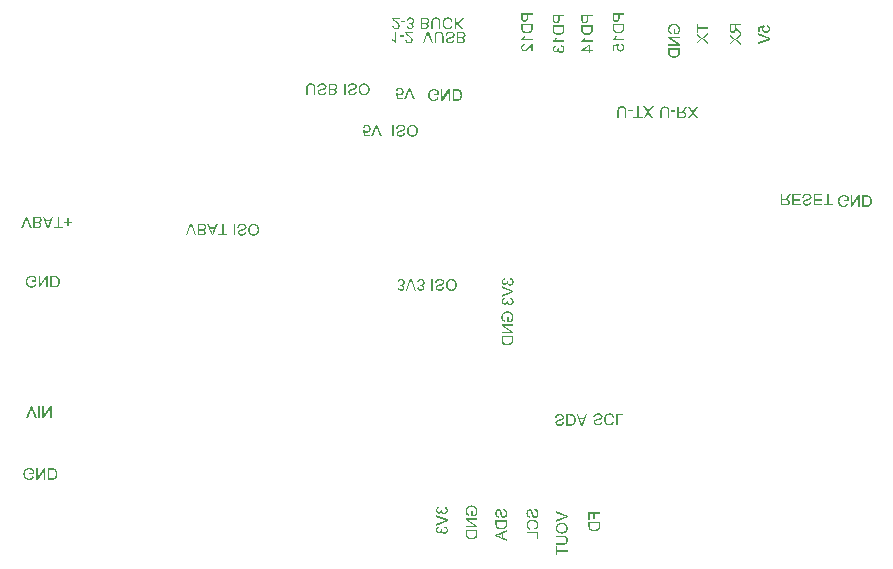
<source format=gbo>
G04 Layer_Color=32896*
%FSLAX25Y25*%
%MOIN*%
G70*
G01*
G75*
G36*
X173500Y182491D02*
X171932D01*
Y181508D01*
X171926Y181362D01*
X171921Y181227D01*
X171903Y181105D01*
X171879Y180988D01*
X171856Y180888D01*
X171827Y180795D01*
X171798Y180713D01*
X171763Y180642D01*
X171733Y180578D01*
X171704Y180526D01*
X171675Y180484D01*
X171651Y180444D01*
X171628Y180420D01*
X171610Y180403D01*
X171605Y180391D01*
X171599Y180385D01*
X171534Y180326D01*
X171464Y180280D01*
X171394Y180239D01*
X171324Y180204D01*
X171189Y180145D01*
X171055Y180110D01*
X170996Y180093D01*
X170944Y180087D01*
X170891Y180081D01*
X170850Y180075D01*
X170815Y180069D01*
X170768D01*
X170663Y180075D01*
X170563Y180087D01*
X170475Y180104D01*
X170399Y180128D01*
X170335Y180151D01*
X170288Y180169D01*
X170259Y180180D01*
X170247Y180186D01*
X170160Y180233D01*
X170089Y180286D01*
X170025Y180338D01*
X169973Y180385D01*
X169931Y180426D01*
X169902Y180461D01*
X169885Y180490D01*
X169879Y180496D01*
X169832Y180572D01*
X169791Y180654D01*
X169762Y180730D01*
X169738Y180806D01*
X169721Y180871D01*
X169709Y180923D01*
X169697Y180958D01*
Y180964D01*
Y180970D01*
X169686Y181052D01*
X169674Y181146D01*
X169668Y181245D01*
X169662Y181339D01*
X169657Y181426D01*
Y181491D01*
Y181520D01*
Y181537D01*
Y181549D01*
Y181555D01*
Y183000D01*
X173500D01*
Y182491D01*
D02*
G37*
G36*
X222500Y169947D02*
X222494Y169818D01*
X222488Y169701D01*
X222477Y169596D01*
X222465Y169508D01*
X222453Y169432D01*
X222447Y169379D01*
X222436Y169344D01*
Y169333D01*
X222406Y169233D01*
X222377Y169146D01*
X222348Y169070D01*
X222319Y169005D01*
X222289Y168952D01*
X222266Y168912D01*
X222254Y168882D01*
X222249Y168876D01*
X222196Y168806D01*
X222137Y168742D01*
X222079Y168677D01*
X222026Y168631D01*
X221973Y168584D01*
X221933Y168555D01*
X221909Y168531D01*
X221897Y168525D01*
X221810Y168467D01*
X221716Y168414D01*
X221622Y168368D01*
X221535Y168332D01*
X221453Y168303D01*
X221394Y168280D01*
X221371Y168274D01*
X221353Y168268D01*
X221342Y168262D01*
X221336D01*
X221207Y168227D01*
X221073Y168204D01*
X220938Y168180D01*
X220821Y168169D01*
X220716Y168163D01*
X220669D01*
X220634Y168157D01*
X220558D01*
X220371Y168163D01*
X220201Y168180D01*
X220049Y168204D01*
X219979Y168221D01*
X219914Y168233D01*
X219856Y168245D01*
X219803Y168262D01*
X219756Y168274D01*
X219721Y168286D01*
X219692Y168297D01*
X219669Y168303D01*
X219657Y168309D01*
X219651D01*
X219505Y168373D01*
X219376Y168444D01*
X219265Y168520D01*
X219171Y168596D01*
X219095Y168660D01*
X219037Y168713D01*
X219002Y168754D01*
X218990Y168759D01*
Y168765D01*
X218920Y168859D01*
X218861Y168952D01*
X218814Y169046D01*
X218779Y169134D01*
X218750Y169210D01*
X218733Y169274D01*
X218721Y169298D01*
Y169309D01*
X218715Y169321D01*
Y169327D01*
X218698Y169421D01*
X218680Y169532D01*
X218668Y169649D01*
X218662Y169754D01*
X218657Y169853D01*
Y169900D01*
Y169935D01*
Y169970D01*
Y169994D01*
Y170005D01*
Y170011D01*
Y171327D01*
X222500D01*
Y169947D01*
D02*
G37*
G36*
X171031Y175296D02*
X170990Y175208D01*
X170955Y175126D01*
X170914Y175050D01*
X170879Y174986D01*
X170850Y174933D01*
X170826Y174898D01*
X170821Y174892D01*
Y174886D01*
X170762Y174787D01*
X170698Y174699D01*
X170645Y174623D01*
X170593Y174558D01*
X170552Y174506D01*
X170522Y174465D01*
X170499Y174442D01*
X170493Y174436D01*
X173500D01*
Y173962D01*
X169639D01*
Y174272D01*
X169733Y174325D01*
X169826Y174389D01*
X169914Y174459D01*
X169996Y174529D01*
X170060Y174594D01*
X170113Y174646D01*
X170148Y174681D01*
X170154Y174687D01*
X170160Y174693D01*
X170253Y174804D01*
X170341Y174921D01*
X170417Y175038D01*
X170481Y175144D01*
X170534Y175237D01*
X170552Y175278D01*
X170569Y175313D01*
X170587Y175337D01*
X170598Y175360D01*
X170604Y175372D01*
Y175377D01*
X171066D01*
X171031Y175296D01*
D02*
G37*
G36*
X173500Y178039D02*
X173494Y177910D01*
X173488Y177794D01*
X173477Y177688D01*
X173465Y177601D01*
X173453Y177524D01*
X173447Y177472D01*
X173436Y177437D01*
Y177425D01*
X173406Y177325D01*
X173377Y177238D01*
X173348Y177162D01*
X173319Y177097D01*
X173289Y177045D01*
X173266Y177004D01*
X173254Y176974D01*
X173249Y176969D01*
X173196Y176899D01*
X173137Y176834D01*
X173079Y176770D01*
X173026Y176723D01*
X172974Y176676D01*
X172933Y176647D01*
X172909Y176623D01*
X172898Y176618D01*
X172810Y176559D01*
X172716Y176506D01*
X172623Y176460D01*
X172535Y176425D01*
X172453Y176395D01*
X172394Y176372D01*
X172371Y176366D01*
X172353Y176360D01*
X172342Y176354D01*
X172336D01*
X172207Y176319D01*
X172073Y176296D01*
X171938Y176272D01*
X171821Y176261D01*
X171716Y176255D01*
X171669D01*
X171634Y176249D01*
X171558D01*
X171371Y176255D01*
X171201Y176272D01*
X171049Y176296D01*
X170979Y176313D01*
X170914Y176325D01*
X170856Y176337D01*
X170803Y176354D01*
X170756Y176366D01*
X170721Y176378D01*
X170692Y176390D01*
X170669Y176395D01*
X170657Y176401D01*
X170651D01*
X170505Y176466D01*
X170376Y176536D01*
X170265Y176612D01*
X170171Y176688D01*
X170095Y176752D01*
X170037Y176805D01*
X170002Y176846D01*
X169990Y176852D01*
Y176857D01*
X169920Y176951D01*
X169861Y177045D01*
X169815Y177138D01*
X169779Y177226D01*
X169750Y177302D01*
X169733Y177366D01*
X169721Y177390D01*
Y177401D01*
X169715Y177413D01*
Y177419D01*
X169697Y177513D01*
X169680Y177624D01*
X169668Y177741D01*
X169662Y177846D01*
X169657Y177946D01*
Y177992D01*
Y178027D01*
Y178063D01*
Y178086D01*
Y178098D01*
Y178103D01*
Y179420D01*
X173500D01*
Y178039D01*
D02*
G37*
G36*
X222500Y174721D02*
X219481D01*
X222500Y172702D01*
Y172182D01*
X218657D01*
Y172667D01*
X221675D01*
X218657Y174691D01*
Y175206D01*
X222500D01*
Y174721D01*
D02*
G37*
G36*
X228607Y178236D02*
X232000D01*
Y177727D01*
X228607D01*
Y176464D01*
X228157D01*
Y179500D01*
X228607D01*
Y178236D01*
D02*
G37*
G36*
X243000Y175417D02*
X241672Y174446D01*
X241637Y174422D01*
X241596Y174393D01*
X241508Y174329D01*
X241461Y174299D01*
X241426Y174282D01*
X241403Y174264D01*
X241397Y174258D01*
X241485Y174200D01*
X241555Y174153D01*
X241590Y174130D01*
X241614Y174112D01*
X241625Y174106D01*
X241631Y174100D01*
X243000Y173129D01*
Y172503D01*
X240988Y173948D01*
X239157Y172609D01*
Y173164D01*
X240186Y173937D01*
X240268Y174001D01*
X240344Y174059D01*
X240420Y174112D01*
X240484Y174153D01*
X240537Y174188D01*
X240578Y174217D01*
X240601Y174235D01*
X240613Y174241D01*
X240543Y174282D01*
X240473Y174323D01*
X240391Y174375D01*
X240315Y174428D01*
X240250Y174469D01*
X240198Y174510D01*
X240157Y174533D01*
X240151Y174545D01*
X240145D01*
X239157Y175247D01*
Y175850D01*
X241011Y174539D01*
X243000Y176025D01*
Y175417D01*
D02*
G37*
G36*
X220803Y179488D02*
X220996Y179465D01*
X221172Y179424D01*
X221254Y179406D01*
X221324Y179383D01*
X221394Y179360D01*
X221453Y179342D01*
X221505Y179319D01*
X221547Y179301D01*
X221582Y179289D01*
X221605Y179278D01*
X221622Y179266D01*
X221628D01*
X221786Y179167D01*
X221927Y179055D01*
X222049Y178944D01*
X222149Y178827D01*
X222225Y178728D01*
X222254Y178687D01*
X222278Y178646D01*
X222301Y178617D01*
X222313Y178587D01*
X222319Y178576D01*
X222324Y178570D01*
X222406Y178394D01*
X222465Y178213D01*
X222506Y178043D01*
X222535Y177880D01*
X222547Y177809D01*
X222553Y177745D01*
X222558Y177687D01*
Y177634D01*
X222564Y177593D01*
Y177564D01*
Y177546D01*
Y177540D01*
X222558Y177388D01*
X222541Y177236D01*
X222517Y177102D01*
X222488Y176979D01*
X222477Y176926D01*
X222465Y176873D01*
X222453Y176832D01*
X222442Y176797D01*
X222430Y176768D01*
X222424Y176745D01*
X222418Y176733D01*
Y176727D01*
X222354Y176581D01*
X222284Y176435D01*
X222207Y176306D01*
X222137Y176189D01*
X222067Y176090D01*
X222044Y176049D01*
X222014Y176013D01*
X221997Y175984D01*
X221979Y175967D01*
X221973Y175955D01*
X221968Y175949D01*
X220540D01*
Y177575D01*
X220991D01*
Y176446D01*
X221716D01*
X221769Y176516D01*
X221821Y176593D01*
X221868Y176669D01*
X221909Y176745D01*
X221944Y176815D01*
X221968Y176873D01*
X221979Y176897D01*
X221985Y176914D01*
X221991Y176920D01*
Y176926D01*
X222032Y177043D01*
X222061Y177160D01*
X222085Y177271D01*
X222096Y177365D01*
X222108Y177447D01*
X222114Y177511D01*
Y177534D01*
Y177552D01*
Y177564D01*
Y177569D01*
X222108Y177710D01*
X222091Y177845D01*
X222061Y177961D01*
X222032Y178073D01*
X222003Y178160D01*
X221985Y178201D01*
X221973Y178231D01*
X221968Y178254D01*
X221956Y178271D01*
X221950Y178283D01*
Y178289D01*
X221880Y178406D01*
X221798Y178511D01*
X221710Y178599D01*
X221628Y178669D01*
X221552Y178722D01*
X221494Y178763D01*
X221470Y178780D01*
X221453Y178792D01*
X221441Y178798D01*
X221435D01*
X221295Y178857D01*
X221154Y178898D01*
X221008Y178932D01*
X220868Y178950D01*
X220809Y178956D01*
X220751Y178962D01*
X220698Y178968D01*
X220657D01*
X220616Y178973D01*
X220569D01*
X220417Y178968D01*
X220271Y178950D01*
X220143Y178927D01*
X220025Y178898D01*
X219932Y178874D01*
X219891Y178862D01*
X219862Y178851D01*
X219832Y178839D01*
X219815Y178833D01*
X219803Y178827D01*
X219797D01*
X219721Y178792D01*
X219651Y178757D01*
X219587Y178716D01*
X219528Y178675D01*
X219481Y178640D01*
X219446Y178611D01*
X219423Y178593D01*
X219417Y178587D01*
X219353Y178523D01*
X219300Y178459D01*
X219253Y178389D01*
X219212Y178324D01*
X219177Y178266D01*
X219154Y178219D01*
X219142Y178190D01*
X219136Y178178D01*
X219101Y178078D01*
X219072Y177979D01*
X219054Y177874D01*
X219037Y177780D01*
X219031Y177698D01*
X219025Y177634D01*
Y177610D01*
Y177593D01*
Y177581D01*
Y177575D01*
X219031Y177470D01*
X219043Y177371D01*
X219060Y177283D01*
X219078Y177207D01*
X219095Y177143D01*
X219113Y177090D01*
X219125Y177060D01*
X219130Y177049D01*
X219171Y176961D01*
X219212Y176891D01*
X219259Y176827D01*
X219300Y176774D01*
X219341Y176733D01*
X219370Y176704D01*
X219394Y176686D01*
X219399Y176680D01*
X219470Y176634D01*
X219546Y176593D01*
X219622Y176557D01*
X219692Y176528D01*
X219762Y176505D01*
X219815Y176481D01*
X219850Y176476D01*
X219856Y176470D01*
X219862D01*
X219733Y176007D01*
X219592Y176049D01*
X219470Y176095D01*
X219364Y176142D01*
X219277Y176189D01*
X219201Y176236D01*
X219148Y176271D01*
X219119Y176294D01*
X219107Y176300D01*
X219019Y176376D01*
X218949Y176464D01*
X218885Y176552D01*
X218832Y176639D01*
X218785Y176715D01*
X218756Y176774D01*
X218744Y176797D01*
X218739Y176815D01*
X218733Y176827D01*
Y176832D01*
X218686Y176961D01*
X218651Y177090D01*
X218627Y177218D01*
X218610Y177330D01*
X218598Y177429D01*
Y177476D01*
X218592Y177511D01*
Y177540D01*
Y177564D01*
Y177575D01*
Y177581D01*
X218604Y177792D01*
X218627Y177979D01*
X218668Y178155D01*
X218692Y178231D01*
X218709Y178301D01*
X218733Y178365D01*
X218756Y178424D01*
X218774Y178476D01*
X218797Y178517D01*
X218809Y178547D01*
X218820Y178576D01*
X218832Y178587D01*
Y178593D01*
X218879Y178675D01*
X218932Y178745D01*
X219043Y178886D01*
X219160Y178997D01*
X219277Y179096D01*
X219388Y179167D01*
X219429Y179196D01*
X219470Y179225D01*
X219505Y179243D01*
X219528Y179254D01*
X219546Y179266D01*
X219552D01*
X219733Y179342D01*
X219920Y179401D01*
X220096Y179441D01*
X220259Y179471D01*
X220330Y179482D01*
X220394Y179488D01*
X220452Y179494D01*
X220505D01*
X220546Y179500D01*
X220599D01*
X220803Y179488D01*
D02*
G37*
G36*
X232000Y175721D02*
X230672Y174750D01*
X230637Y174726D01*
X230596Y174697D01*
X230508Y174633D01*
X230462Y174603D01*
X230426Y174586D01*
X230403Y174568D01*
X230397Y174563D01*
X230485Y174504D01*
X230555Y174457D01*
X230590Y174434D01*
X230613Y174416D01*
X230625Y174410D01*
X230631Y174405D01*
X232000Y173433D01*
Y172808D01*
X229988Y174252D01*
X228157Y172913D01*
Y173469D01*
X229186Y174241D01*
X229268Y174305D01*
X229344Y174364D01*
X229420Y174416D01*
X229485Y174457D01*
X229537Y174492D01*
X229578Y174522D01*
X229602Y174539D01*
X229613Y174545D01*
X229543Y174586D01*
X229473Y174627D01*
X229391Y174680D01*
X229315Y174732D01*
X229251Y174773D01*
X229198Y174814D01*
X229157Y174838D01*
X229151Y174849D01*
X229145D01*
X228157Y175551D01*
Y176154D01*
X230011Y174843D01*
X232000Y176329D01*
Y175721D01*
D02*
G37*
G36*
X193500Y177539D02*
X193494Y177410D01*
X193488Y177294D01*
X193477Y177188D01*
X193465Y177101D01*
X193453Y177024D01*
X193447Y176972D01*
X193436Y176937D01*
Y176925D01*
X193406Y176825D01*
X193377Y176738D01*
X193348Y176662D01*
X193319Y176597D01*
X193289Y176545D01*
X193266Y176504D01*
X193254Y176474D01*
X193248Y176469D01*
X193196Y176399D01*
X193137Y176334D01*
X193079Y176270D01*
X193026Y176223D01*
X192973Y176176D01*
X192932Y176147D01*
X192909Y176123D01*
X192897Y176118D01*
X192810Y176059D01*
X192716Y176006D01*
X192622Y175960D01*
X192535Y175925D01*
X192453Y175895D01*
X192394Y175872D01*
X192371Y175866D01*
X192353Y175860D01*
X192342Y175854D01*
X192336D01*
X192207Y175819D01*
X192073Y175796D01*
X191938Y175773D01*
X191821Y175761D01*
X191716Y175755D01*
X191669D01*
X191634Y175749D01*
X191558D01*
X191371Y175755D01*
X191201Y175773D01*
X191049Y175796D01*
X190979Y175813D01*
X190914Y175825D01*
X190856Y175837D01*
X190803Y175854D01*
X190756Y175866D01*
X190721Y175878D01*
X190692Y175890D01*
X190669Y175895D01*
X190657Y175901D01*
X190651D01*
X190505Y175966D01*
X190376Y176036D01*
X190265Y176112D01*
X190171Y176188D01*
X190095Y176252D01*
X190037Y176305D01*
X190002Y176346D01*
X189990Y176352D01*
Y176357D01*
X189920Y176451D01*
X189861Y176545D01*
X189814Y176638D01*
X189779Y176726D01*
X189750Y176802D01*
X189733Y176866D01*
X189721Y176890D01*
Y176901D01*
X189715Y176913D01*
Y176919D01*
X189698Y177013D01*
X189680Y177124D01*
X189668Y177241D01*
X189662Y177346D01*
X189656Y177446D01*
Y177492D01*
Y177527D01*
Y177563D01*
Y177586D01*
Y177598D01*
Y177603D01*
Y178920D01*
X193500D01*
Y177539D01*
D02*
G37*
G36*
Y181991D02*
X191932D01*
Y181008D01*
X191926Y180862D01*
X191920Y180727D01*
X191903Y180605D01*
X191879Y180488D01*
X191856Y180388D01*
X191827Y180295D01*
X191798Y180213D01*
X191763Y180142D01*
X191733Y180078D01*
X191704Y180025D01*
X191675Y179984D01*
X191651Y179944D01*
X191628Y179920D01*
X191610Y179903D01*
X191605Y179891D01*
X191599Y179885D01*
X191534Y179826D01*
X191464Y179780D01*
X191394Y179739D01*
X191324Y179704D01*
X191189Y179645D01*
X191055Y179610D01*
X190996Y179593D01*
X190944Y179587D01*
X190891Y179581D01*
X190850Y179575D01*
X190815Y179569D01*
X190768D01*
X190663Y179575D01*
X190563Y179587D01*
X190475Y179604D01*
X190400Y179628D01*
X190335Y179651D01*
X190288Y179669D01*
X190259Y179680D01*
X190247Y179686D01*
X190160Y179733D01*
X190089Y179786D01*
X190025Y179838D01*
X189972Y179885D01*
X189931Y179926D01*
X189902Y179961D01*
X189885Y179990D01*
X189879Y179996D01*
X189832Y180072D01*
X189791Y180154D01*
X189762Y180230D01*
X189738Y180306D01*
X189721Y180371D01*
X189709Y180423D01*
X189698Y180458D01*
Y180464D01*
Y180470D01*
X189686Y180552D01*
X189674Y180646D01*
X189668Y180745D01*
X189662Y180839D01*
X189656Y180926D01*
Y180991D01*
Y181020D01*
Y181037D01*
Y181049D01*
Y181055D01*
Y182500D01*
X193500D01*
Y181991D01*
D02*
G37*
G36*
X192581Y170747D02*
X193500D01*
Y170273D01*
X192581D01*
Y169753D01*
X192149D01*
Y170273D01*
X189662D01*
Y170660D01*
X192149Y172415D01*
X192581D01*
Y170747D01*
D02*
G37*
G36*
X191031Y174796D02*
X190990Y174708D01*
X190955Y174626D01*
X190914Y174550D01*
X190879Y174486D01*
X190850Y174433D01*
X190826Y174398D01*
X190821Y174392D01*
Y174386D01*
X190762Y174287D01*
X190698Y174199D01*
X190645Y174123D01*
X190593Y174058D01*
X190552Y174006D01*
X190522Y173965D01*
X190499Y173942D01*
X190493Y173936D01*
X193500D01*
Y173462D01*
X189639D01*
Y173772D01*
X189733Y173825D01*
X189826Y173889D01*
X189914Y173959D01*
X189996Y174029D01*
X190060Y174094D01*
X190113Y174146D01*
X190148Y174181D01*
X190154Y174187D01*
X190160Y174193D01*
X190253Y174304D01*
X190341Y174421D01*
X190417Y174538D01*
X190481Y174644D01*
X190534Y174737D01*
X190552Y174778D01*
X190569Y174813D01*
X190587Y174837D01*
X190598Y174860D01*
X190604Y174872D01*
Y174877D01*
X191066D01*
X191031Y174796D01*
D02*
G37*
G36*
X183070Y172239D02*
X183152Y172222D01*
X183304Y172169D01*
X183438Y172110D01*
X183555Y172040D01*
X183602Y172011D01*
X183643Y171976D01*
X183678Y171947D01*
X183713Y171923D01*
X183737Y171900D01*
X183754Y171882D01*
X183760Y171876D01*
X183766Y171871D01*
X183819Y171806D01*
X183865Y171736D01*
X183906Y171672D01*
X183936Y171601D01*
X183994Y171461D01*
X184029Y171326D01*
X184041Y171268D01*
X184047Y171210D01*
X184053Y171163D01*
X184058Y171116D01*
X184064Y171081D01*
Y171057D01*
Y171040D01*
Y171034D01*
X184058Y170934D01*
X184047Y170835D01*
X184035Y170741D01*
X184012Y170654D01*
X183982Y170572D01*
X183953Y170496D01*
X183924Y170426D01*
X183889Y170361D01*
X183860Y170309D01*
X183830Y170256D01*
X183801Y170209D01*
X183772Y170174D01*
X183748Y170145D01*
X183737Y170127D01*
X183725Y170116D01*
X183719Y170110D01*
X183649Y170045D01*
X183579Y169987D01*
X183509Y169940D01*
X183438Y169899D01*
X183368Y169858D01*
X183292Y169829D01*
X183158Y169788D01*
X183099Y169770D01*
X183041Y169759D01*
X182994Y169753D01*
X182947Y169747D01*
X182912Y169741D01*
X182865D01*
X182730Y169747D01*
X182608Y169770D01*
X182502Y169800D01*
X182415Y169835D01*
X182344Y169876D01*
X182292Y169905D01*
X182257Y169928D01*
X182245Y169934D01*
X182157Y170010D01*
X182087Y170098D01*
X182028Y170186D01*
X181988Y170268D01*
X181953Y170344D01*
X181935Y170402D01*
X181923Y170426D01*
Y170443D01*
X181917Y170455D01*
Y170461D01*
X181871Y170367D01*
X181812Y170285D01*
X181759Y170221D01*
X181707Y170162D01*
X181660Y170121D01*
X181625Y170086D01*
X181602Y170069D01*
X181590Y170063D01*
X181514Y170016D01*
X181432Y169987D01*
X181356Y169963D01*
X181286Y169946D01*
X181227Y169934D01*
X181180Y169928D01*
X181139D01*
X181040Y169934D01*
X180952Y169952D01*
X180870Y169975D01*
X180794Y169999D01*
X180736Y170022D01*
X180689Y170045D01*
X180660Y170063D01*
X180648Y170069D01*
X180566Y170127D01*
X180490Y170192D01*
X180426Y170262D01*
X180373Y170326D01*
X180332Y170385D01*
X180303Y170431D01*
X180285Y170467D01*
X180279Y170472D01*
Y170478D01*
X180233Y170578D01*
X180198Y170677D01*
X180174Y170777D01*
X180157Y170864D01*
X180145Y170940D01*
X180139Y170999D01*
Y171022D01*
Y171040D01*
Y171046D01*
Y171052D01*
Y171133D01*
X180151Y171215D01*
X180180Y171362D01*
X180221Y171496D01*
X180268Y171607D01*
X180320Y171695D01*
X180344Y171730D01*
X180361Y171759D01*
X180379Y171789D01*
X180391Y171806D01*
X180396Y171812D01*
X180402Y171818D01*
X180508Y171923D01*
X180624Y172005D01*
X180747Y172075D01*
X180864Y172122D01*
X180970Y172163D01*
X181017Y172175D01*
X181057Y172186D01*
X181087Y172192D01*
X181110Y172198D01*
X181128Y172204D01*
X181133D01*
X181215Y171730D01*
X181093Y171707D01*
X180987Y171672D01*
X180900Y171637D01*
X180829Y171596D01*
X180771Y171561D01*
X180730Y171531D01*
X180706Y171508D01*
X180701Y171502D01*
X180642Y171426D01*
X180601Y171350D01*
X180566Y171274D01*
X180549Y171198D01*
X180537Y171139D01*
X180525Y171087D01*
Y171052D01*
Y171046D01*
Y171040D01*
X180531Y170940D01*
X180554Y170853D01*
X180578Y170777D01*
X180613Y170712D01*
X180642Y170660D01*
X180671Y170619D01*
X180695Y170595D01*
X180701Y170589D01*
X180765Y170531D01*
X180841Y170490D01*
X180911Y170455D01*
X180975Y170437D01*
X181040Y170426D01*
X181087Y170414D01*
X181128D01*
X181245Y170426D01*
X181344Y170455D01*
X181426Y170490D01*
X181490Y170537D01*
X181543Y170583D01*
X181584Y170619D01*
X181607Y170648D01*
X181613Y170660D01*
X181666Y170753D01*
X181701Y170847D01*
X181730Y170934D01*
X181748Y171017D01*
X181759Y171092D01*
X181765Y171145D01*
Y171169D01*
Y171186D01*
Y171192D01*
Y171198D01*
Y171221D01*
X181759Y171245D01*
Y171268D01*
Y171274D01*
X182175Y171326D01*
X182157Y171256D01*
X182146Y171192D01*
X182140Y171133D01*
X182134Y171087D01*
X182128Y171046D01*
Y171017D01*
Y170999D01*
Y170993D01*
X182140Y170876D01*
X182163Y170777D01*
X182192Y170683D01*
X182233Y170607D01*
X182274Y170543D01*
X182304Y170496D01*
X182327Y170472D01*
X182339Y170461D01*
X182421Y170390D01*
X182508Y170338D01*
X182602Y170297D01*
X182684Y170273D01*
X182760Y170256D01*
X182818Y170250D01*
X182842Y170244D01*
X182871D01*
X182994Y170256D01*
X183105Y170279D01*
X183204Y170315D01*
X183286Y170355D01*
X183356Y170402D01*
X183403Y170437D01*
X183432Y170461D01*
X183444Y170472D01*
X183520Y170560D01*
X183579Y170654D01*
X183614Y170747D01*
X183643Y170841D01*
X183661Y170917D01*
X183667Y170975D01*
X183672Y170999D01*
Y171017D01*
Y171028D01*
Y171034D01*
X183667Y171133D01*
X183643Y171227D01*
X183614Y171309D01*
X183585Y171373D01*
X183549Y171432D01*
X183526Y171473D01*
X183503Y171496D01*
X183497Y171508D01*
X183421Y171572D01*
X183333Y171631D01*
X183234Y171677D01*
X183140Y171713D01*
X183052Y171742D01*
X182982Y171759D01*
X182959Y171771D01*
X182935D01*
X182924Y171777D01*
X182918D01*
X182982Y172251D01*
X183070Y172239D01*
D02*
G37*
G36*
X184000Y181991D02*
X182432D01*
Y181008D01*
X182426Y180862D01*
X182421Y180727D01*
X182403Y180605D01*
X182379Y180488D01*
X182356Y180388D01*
X182327Y180295D01*
X182298Y180213D01*
X182263Y180142D01*
X182233Y180078D01*
X182204Y180025D01*
X182175Y179984D01*
X182151Y179944D01*
X182128Y179920D01*
X182110Y179903D01*
X182105Y179891D01*
X182099Y179885D01*
X182034Y179826D01*
X181964Y179780D01*
X181894Y179739D01*
X181824Y179704D01*
X181689Y179645D01*
X181555Y179610D01*
X181496Y179593D01*
X181444Y179587D01*
X181391Y179581D01*
X181350Y179575D01*
X181315Y179569D01*
X181268D01*
X181163Y179575D01*
X181063Y179587D01*
X180975Y179604D01*
X180900Y179628D01*
X180835Y179651D01*
X180788Y179669D01*
X180759Y179680D01*
X180747Y179686D01*
X180660Y179733D01*
X180589Y179786D01*
X180525Y179838D01*
X180473Y179885D01*
X180431Y179926D01*
X180402Y179961D01*
X180385Y179990D01*
X180379Y179996D01*
X180332Y180072D01*
X180291Y180154D01*
X180262Y180230D01*
X180238Y180306D01*
X180221Y180371D01*
X180209Y180423D01*
X180198Y180458D01*
Y180464D01*
Y180470D01*
X180186Y180552D01*
X180174Y180646D01*
X180168Y180745D01*
X180162Y180839D01*
X180157Y180926D01*
Y180991D01*
Y181020D01*
Y181037D01*
Y181049D01*
Y181055D01*
Y182500D01*
X184000D01*
Y181991D01*
D02*
G37*
G36*
X173500Y170276D02*
X173049D01*
Y172166D01*
X172956Y172101D01*
X172880Y172037D01*
X172845Y172008D01*
X172821Y171984D01*
X172804Y171973D01*
X172798Y171967D01*
X172769Y171938D01*
X172740Y171908D01*
X172669Y171832D01*
X172587Y171739D01*
X172505Y171651D01*
X172429Y171563D01*
X172371Y171493D01*
X172348Y171464D01*
X172330Y171440D01*
X172318Y171429D01*
X172312Y171423D01*
X172231Y171329D01*
X172160Y171247D01*
X172090Y171166D01*
X172026Y171095D01*
X171961Y171031D01*
X171909Y170972D01*
X171856Y170914D01*
X171809Y170867D01*
X171768Y170826D01*
X171733Y170791D01*
X171681Y170738D01*
X171646Y170709D01*
X171634Y170697D01*
X171540Y170621D01*
X171458Y170551D01*
X171376Y170499D01*
X171306Y170458D01*
X171248Y170422D01*
X171207Y170399D01*
X171177Y170387D01*
X171166Y170381D01*
X171084Y170346D01*
X171002Y170323D01*
X170926Y170306D01*
X170856Y170294D01*
X170797Y170288D01*
X170750Y170282D01*
X170710D01*
X170628Y170288D01*
X170546Y170294D01*
X170399Y170335D01*
X170271Y170387D01*
X170160Y170446D01*
X170072Y170504D01*
X170037Y170534D01*
X170002Y170557D01*
X169978Y170580D01*
X169961Y170598D01*
X169955Y170604D01*
X169949Y170610D01*
X169896Y170674D01*
X169844Y170738D01*
X169803Y170809D01*
X169768Y170885D01*
X169715Y171031D01*
X169680Y171171D01*
X169662Y171236D01*
X169657Y171294D01*
X169651Y171347D01*
X169645Y171394D01*
X169639Y171434D01*
Y171464D01*
Y171481D01*
Y171487D01*
X169645Y171587D01*
X169651Y171680D01*
X169686Y171856D01*
X169703Y171932D01*
X169727Y172008D01*
X169756Y172072D01*
X169779Y172131D01*
X169809Y172183D01*
X169832Y172230D01*
X169861Y172271D01*
X169879Y172306D01*
X169896Y172330D01*
X169914Y172347D01*
X169920Y172359D01*
X169926Y172365D01*
X169984Y172423D01*
X170043Y172470D01*
X170177Y172558D01*
X170312Y172622D01*
X170446Y172669D01*
X170563Y172704D01*
X170616Y172710D01*
X170663Y172722D01*
X170698Y172727D01*
X170727Y172733D01*
X170750D01*
X170803Y172248D01*
X170675Y172236D01*
X170563Y172213D01*
X170470Y172183D01*
X170388Y172142D01*
X170324Y172107D01*
X170277Y172072D01*
X170253Y172049D01*
X170242Y172043D01*
X170171Y171961D01*
X170119Y171873D01*
X170084Y171780D01*
X170054Y171692D01*
X170043Y171616D01*
X170037Y171557D01*
X170031Y171534D01*
Y171517D01*
Y171505D01*
Y171499D01*
X170037Y171382D01*
X170060Y171277D01*
X170089Y171189D01*
X170124Y171113D01*
X170166Y171054D01*
X170195Y171008D01*
X170218Y170984D01*
X170224Y170972D01*
X170300Y170902D01*
X170382Y170855D01*
X170458Y170820D01*
X170534Y170791D01*
X170598Y170779D01*
X170651Y170773D01*
X170686Y170768D01*
X170698D01*
X170797Y170779D01*
X170903Y170803D01*
X170996Y170838D01*
X171084Y170879D01*
X171160Y170920D01*
X171219Y170955D01*
X171242Y170967D01*
X171259Y170978D01*
X171265Y170990D01*
X171271D01*
X171330Y171037D01*
X171394Y171089D01*
X171458Y171148D01*
X171523Y171218D01*
X171657Y171359D01*
X171792Y171499D01*
X171903Y171628D01*
X171956Y171686D01*
X171997Y171739D01*
X172037Y171780D01*
X172061Y171809D01*
X172078Y171832D01*
X172084Y171838D01*
X172207Y171979D01*
X172318Y172107D01*
X172418Y172213D01*
X172500Y172300D01*
X172570Y172371D01*
X172623Y172417D01*
X172658Y172447D01*
X172663Y172458D01*
X172669D01*
X172763Y172534D01*
X172851Y172593D01*
X172938Y172651D01*
X173014Y172692D01*
X173085Y172727D01*
X173131Y172751D01*
X173167Y172763D01*
X173172Y172768D01*
X173178D01*
X173237Y172786D01*
X173295Y172803D01*
X173348Y172809D01*
X173395Y172815D01*
X173436Y172821D01*
X173500D01*
Y170276D01*
D02*
G37*
G36*
X181531Y174796D02*
X181490Y174708D01*
X181455Y174626D01*
X181414Y174550D01*
X181379Y174486D01*
X181350Y174433D01*
X181326Y174398D01*
X181321Y174392D01*
Y174386D01*
X181262Y174287D01*
X181198Y174199D01*
X181145Y174123D01*
X181093Y174058D01*
X181052Y174006D01*
X181022Y173965D01*
X180999Y173942D01*
X180993Y173936D01*
X184000D01*
Y173462D01*
X180139D01*
Y173772D01*
X180233Y173825D01*
X180326Y173889D01*
X180414Y173959D01*
X180496Y174029D01*
X180560Y174094D01*
X180613Y174146D01*
X180648Y174181D01*
X180654Y174187D01*
X180660Y174193D01*
X180753Y174304D01*
X180841Y174421D01*
X180917Y174538D01*
X180981Y174644D01*
X181034Y174737D01*
X181052Y174778D01*
X181069Y174813D01*
X181087Y174837D01*
X181098Y174860D01*
X181104Y174872D01*
Y174877D01*
X181566D01*
X181531Y174796D01*
D02*
G37*
G36*
X184000Y177539D02*
X183994Y177410D01*
X183988Y177294D01*
X183977Y177188D01*
X183965Y177101D01*
X183953Y177024D01*
X183947Y176972D01*
X183936Y176937D01*
Y176925D01*
X183906Y176825D01*
X183877Y176738D01*
X183848Y176662D01*
X183819Y176597D01*
X183789Y176545D01*
X183766Y176504D01*
X183754Y176474D01*
X183748Y176469D01*
X183696Y176399D01*
X183637Y176334D01*
X183579Y176270D01*
X183526Y176223D01*
X183474Y176176D01*
X183432Y176147D01*
X183409Y176123D01*
X183397Y176118D01*
X183310Y176059D01*
X183216Y176006D01*
X183123Y175960D01*
X183035Y175925D01*
X182953Y175895D01*
X182894Y175872D01*
X182871Y175866D01*
X182853Y175860D01*
X182842Y175854D01*
X182836D01*
X182707Y175819D01*
X182573Y175796D01*
X182438Y175773D01*
X182321Y175761D01*
X182216Y175755D01*
X182169D01*
X182134Y175749D01*
X182058D01*
X181871Y175755D01*
X181701Y175773D01*
X181549Y175796D01*
X181479Y175813D01*
X181414Y175825D01*
X181356Y175837D01*
X181303Y175854D01*
X181256Y175866D01*
X181221Y175878D01*
X181192Y175890D01*
X181169Y175895D01*
X181157Y175901D01*
X181151D01*
X181005Y175966D01*
X180876Y176036D01*
X180765Y176112D01*
X180671Y176188D01*
X180595Y176252D01*
X180537Y176305D01*
X180502Y176346D01*
X180490Y176352D01*
Y176357D01*
X180420Y176451D01*
X180361Y176545D01*
X180315Y176638D01*
X180279Y176726D01*
X180250Y176802D01*
X180233Y176866D01*
X180221Y176890D01*
Y176901D01*
X180215Y176913D01*
Y176919D01*
X180198Y177013D01*
X180180Y177124D01*
X180168Y177241D01*
X180162Y177346D01*
X180157Y177446D01*
Y177492D01*
Y177527D01*
Y177563D01*
Y177586D01*
Y177598D01*
Y177603D01*
Y178920D01*
X184000D01*
Y177539D01*
D02*
G37*
G36*
X142465Y176846D02*
X142641Y176822D01*
X142723Y176811D01*
X142793Y176793D01*
X142863Y176770D01*
X142921Y176752D01*
X142974Y176735D01*
X143027Y176711D01*
X143068Y176694D01*
X143097Y176682D01*
X143126Y176664D01*
X143144Y176659D01*
X143156Y176647D01*
X143161D01*
X143278Y176559D01*
X143384Y176471D01*
X143466Y176378D01*
X143530Y176290D01*
X143577Y176208D01*
X143612Y176150D01*
X143623Y176126D01*
X143629Y176109D01*
X143635Y176097D01*
Y176091D01*
X143682Y175957D01*
X143711Y175805D01*
X143735Y175653D01*
X143752Y175506D01*
X143758Y175436D01*
X143764Y175372D01*
Y175319D01*
X143770Y175266D01*
Y175225D01*
Y175196D01*
Y175179D01*
Y175173D01*
Y172950D01*
X143261D01*
Y175173D01*
Y175302D01*
X143249Y175424D01*
X143237Y175530D01*
X143226Y175629D01*
X143208Y175723D01*
X143185Y175799D01*
X143161Y175869D01*
X143144Y175933D01*
X143120Y175986D01*
X143097Y176033D01*
X143079Y176068D01*
X143056Y176097D01*
X143044Y176120D01*
X143033Y176138D01*
X143021Y176144D01*
Y176150D01*
X142974Y176197D01*
X142916Y176232D01*
X142793Y176296D01*
X142664Y176337D01*
X142529Y176372D01*
X142413Y176390D01*
X142360Y176395D01*
X142313D01*
X142272Y176401D01*
X142219D01*
X142103Y176395D01*
X141997Y176384D01*
X141904Y176360D01*
X141822Y176337D01*
X141757Y176319D01*
X141710Y176296D01*
X141681Y176284D01*
X141670Y176278D01*
X141588Y176226D01*
X141523Y176167D01*
X141465Y176103D01*
X141424Y176044D01*
X141389Y175992D01*
X141365Y175951D01*
X141354Y175922D01*
X141348Y175910D01*
X141330Y175863D01*
X141319Y175810D01*
X141295Y175693D01*
X141284Y175571D01*
X141272Y175454D01*
X141266Y175342D01*
X141260Y175296D01*
Y175255D01*
Y175220D01*
Y175196D01*
Y175179D01*
Y175173D01*
Y172950D01*
X140751D01*
Y175173D01*
Y175284D01*
X140757Y175389D01*
X140763Y175489D01*
X140775Y175582D01*
X140786Y175664D01*
X140798Y175746D01*
X140810Y175816D01*
X140827Y175881D01*
X140839Y175939D01*
X140851Y175992D01*
X140862Y176039D01*
X140874Y176074D01*
X140886Y176103D01*
X140892Y176120D01*
X140897Y176132D01*
Y176138D01*
X140962Y176261D01*
X141038Y176372D01*
X141114Y176460D01*
X141196Y176536D01*
X141266Y176600D01*
X141330Y176641D01*
X141354Y176659D01*
X141365Y176664D01*
X141377Y176676D01*
X141383D01*
X141517Y176735D01*
X141670Y176781D01*
X141816Y176811D01*
X141956Y176834D01*
X142021Y176840D01*
X142079Y176846D01*
X142132Y176852D01*
X142178D01*
X142214Y176858D01*
X142266D01*
X142465Y176846D01*
D02*
G37*
G36*
X149889Y176781D02*
X149994Y176776D01*
X150088Y176764D01*
X150158Y176752D01*
X150211Y176746D01*
X150246Y176735D01*
X150257D01*
X150345Y176706D01*
X150427Y176676D01*
X150503Y176647D01*
X150562Y176618D01*
X150614Y176588D01*
X150649Y176565D01*
X150673Y176553D01*
X150679Y176548D01*
X150737Y176495D01*
X150796Y176436D01*
X150842Y176378D01*
X150883Y176319D01*
X150913Y176267D01*
X150942Y176226D01*
X150953Y176197D01*
X150959Y176185D01*
X151000Y176097D01*
X151030Y176009D01*
X151047Y175922D01*
X151065Y175846D01*
X151071Y175781D01*
X151076Y175728D01*
Y175693D01*
Y175682D01*
X151071Y175559D01*
X151047Y175448D01*
X151018Y175354D01*
X150983Y175266D01*
X150942Y175196D01*
X150913Y175144D01*
X150889Y175114D01*
X150883Y175103D01*
X150807Y175015D01*
X150720Y174945D01*
X150632Y174886D01*
X150544Y174834D01*
X150468Y174798D01*
X150404Y174769D01*
X150380Y174763D01*
X150363Y174757D01*
X150351Y174752D01*
X150345D01*
X150445Y174699D01*
X150526Y174640D01*
X150597Y174588D01*
X150655Y174529D01*
X150696Y174483D01*
X150731Y174442D01*
X150749Y174418D01*
X150755Y174406D01*
X150801Y174325D01*
X150831Y174237D01*
X150854Y174161D01*
X150872Y174091D01*
X150883Y174026D01*
X150889Y173979D01*
Y173950D01*
Y173938D01*
X150883Y173839D01*
X150866Y173745D01*
X150842Y173663D01*
X150813Y173587D01*
X150784Y173523D01*
X150760Y173470D01*
X150743Y173441D01*
X150737Y173430D01*
X150673Y173342D01*
X150608Y173272D01*
X150538Y173207D01*
X150468Y173154D01*
X150409Y173119D01*
X150363Y173090D01*
X150328Y173073D01*
X150322Y173067D01*
X150316D01*
X150211Y173026D01*
X150094Y172997D01*
X149977Y172979D01*
X149865Y172961D01*
X149766Y172956D01*
X149725D01*
X149684Y172950D01*
X148175D01*
Y176793D01*
X149772D01*
X149889Y176781D01*
D02*
G37*
G36*
X146233Y176852D02*
X146367Y176834D01*
X146496Y176811D01*
X146601Y176781D01*
X146695Y176758D01*
X146730Y176746D01*
X146759Y176735D01*
X146783Y176723D01*
X146800Y176717D01*
X146812Y176711D01*
X146818D01*
X146935Y176647D01*
X147040Y176583D01*
X147128Y176512D01*
X147198Y176442D01*
X147256Y176384D01*
X147292Y176337D01*
X147321Y176302D01*
X147327Y176290D01*
X147385Y176191D01*
X147426Y176085D01*
X147461Y175986D01*
X147479Y175898D01*
X147490Y175822D01*
X147502Y175764D01*
Y175740D01*
Y175723D01*
Y175717D01*
Y175711D01*
X147496Y175600D01*
X147479Y175495D01*
X147449Y175401D01*
X147420Y175325D01*
X147391Y175255D01*
X147362Y175208D01*
X147344Y175179D01*
X147338Y175167D01*
X147274Y175085D01*
X147198Y175009D01*
X147116Y174939D01*
X147034Y174880D01*
X146958Y174839D01*
X146899Y174804D01*
X146876Y174793D01*
X146864Y174781D01*
X146853Y174775D01*
X146847D01*
X146800Y174757D01*
X146742Y174734D01*
X146683Y174711D01*
X146613Y174693D01*
X146473Y174652D01*
X146332Y174611D01*
X146203Y174582D01*
X146145Y174564D01*
X146092Y174553D01*
X146051Y174541D01*
X146022Y174535D01*
X145999Y174529D01*
X145993D01*
X145882Y174500D01*
X145782Y174477D01*
X145694Y174453D01*
X145613Y174424D01*
X145542Y174401D01*
X145484Y174383D01*
X145431Y174360D01*
X145384Y174336D01*
X145343Y174319D01*
X145308Y174307D01*
X145285Y174289D01*
X145267Y174278D01*
X145238Y174260D01*
X145232Y174254D01*
X145185Y174202D01*
X145150Y174149D01*
X145121Y174091D01*
X145104Y174038D01*
X145092Y173991D01*
X145086Y173950D01*
Y173927D01*
Y173915D01*
X145098Y173827D01*
X145121Y173751D01*
X145150Y173681D01*
X145191Y173623D01*
X145226Y173570D01*
X145262Y173535D01*
X145285Y173511D01*
X145291Y173505D01*
X145332Y173476D01*
X145378Y173447D01*
X145484Y173406D01*
X145595Y173377D01*
X145706Y173359D01*
X145806Y173342D01*
X145852D01*
X145887Y173336D01*
X145964D01*
X146122Y173342D01*
X146256Y173365D01*
X146373Y173394D01*
X146467Y173430D01*
X146537Y173465D01*
X146590Y173494D01*
X146619Y173517D01*
X146630Y173523D01*
X146706Y173599D01*
X146771Y173687D01*
X146818Y173775D01*
X146853Y173862D01*
X146876Y173944D01*
X146888Y174009D01*
X146894Y174032D01*
X146899Y174050D01*
Y174061D01*
Y174067D01*
X147385Y174032D01*
X147373Y173909D01*
X147350Y173798D01*
X147315Y173693D01*
X147280Y173605D01*
X147250Y173535D01*
X147221Y173476D01*
X147198Y173441D01*
X147192Y173430D01*
X147122Y173336D01*
X147040Y173254D01*
X146958Y173184D01*
X146876Y173125D01*
X146800Y173084D01*
X146742Y173049D01*
X146718Y173038D01*
X146701Y173032D01*
X146695Y173026D01*
X146689D01*
X146566Y172979D01*
X146437Y172944D01*
X146309Y172921D01*
X146192Y172903D01*
X146092Y172891D01*
X146051D01*
X146010Y172885D01*
X145940D01*
X145800Y172891D01*
X145665Y172909D01*
X145548Y172926D01*
X145443Y172950D01*
X145361Y172979D01*
X145326Y172991D01*
X145297Y172997D01*
X145267Y173008D01*
X145250Y173014D01*
X145244Y173020D01*
X145238D01*
X145127Y173073D01*
X145027Y173137D01*
X144946Y173201D01*
X144881Y173260D01*
X144829Y173318D01*
X144788Y173365D01*
X144764Y173394D01*
X144758Y173400D01*
Y173406D01*
X144706Y173500D01*
X144665Y173599D01*
X144635Y173687D01*
X144618Y173775D01*
X144606Y173845D01*
X144595Y173898D01*
Y173921D01*
Y173938D01*
Y173944D01*
Y173950D01*
X144600Y174044D01*
X144618Y174137D01*
X144635Y174219D01*
X144665Y174289D01*
X144688Y174348D01*
X144706Y174389D01*
X144723Y174418D01*
X144729Y174430D01*
X144788Y174506D01*
X144852Y174576D01*
X144916Y174635D01*
X144987Y174687D01*
X145045Y174728D01*
X145092Y174757D01*
X145127Y174781D01*
X145133Y174787D01*
X145139D01*
X145180Y174810D01*
X145232Y174828D01*
X145343Y174869D01*
X145466Y174909D01*
X145589Y174951D01*
X145700Y174980D01*
X145747Y174991D01*
X145788Y175003D01*
X145823Y175015D01*
X145852Y175021D01*
X145870Y175027D01*
X145876D01*
X145969Y175050D01*
X146057Y175073D01*
X146139Y175091D01*
X146209Y175108D01*
X146268Y175126D01*
X146326Y175144D01*
X146373Y175155D01*
X146420Y175167D01*
X146455Y175179D01*
X146484Y175190D01*
X146531Y175202D01*
X146554Y175208D01*
X146560Y175214D01*
X146642Y175249D01*
X146718Y175290D01*
X146777Y175325D01*
X146824Y175360D01*
X146859Y175395D01*
X146888Y175418D01*
X146899Y175436D01*
X146905Y175442D01*
X146941Y175495D01*
X146964Y175547D01*
X146987Y175600D01*
X146999Y175653D01*
X147005Y175693D01*
X147011Y175728D01*
Y175752D01*
Y175758D01*
X147005Y175822D01*
X146993Y175881D01*
X146976Y175939D01*
X146958Y175986D01*
X146935Y176027D01*
X146917Y176056D01*
X146905Y176079D01*
X146899Y176085D01*
X146853Y176138D01*
X146800Y176185D01*
X146747Y176226D01*
X146689Y176261D01*
X146642Y176290D01*
X146601Y176308D01*
X146578Y176319D01*
X146566Y176325D01*
X146478Y176355D01*
X146391Y176372D01*
X146309Y176390D01*
X146227Y176395D01*
X146162Y176401D01*
X146104Y176407D01*
X146057D01*
X145940Y176401D01*
X145829Y176390D01*
X145724Y176372D01*
X145642Y176349D01*
X145566Y176331D01*
X145513Y176313D01*
X145478Y176302D01*
X145472Y176296D01*
X145466D01*
X145378Y176249D01*
X145297Y176202D01*
X145232Y176150D01*
X145180Y176103D01*
X145133Y176062D01*
X145104Y176027D01*
X145086Y176004D01*
X145080Y175998D01*
X145039Y175922D01*
X145004Y175846D01*
X144981Y175764D01*
X144957Y175688D01*
X144946Y175617D01*
X144934Y175565D01*
X144928Y175530D01*
Y175524D01*
Y175518D01*
X144448Y175559D01*
X144460Y175699D01*
X144483Y175828D01*
X144519Y175951D01*
X144554Y176050D01*
X144589Y176138D01*
X144606Y176173D01*
X144624Y176202D01*
X144635Y176226D01*
X144647Y176243D01*
X144653Y176249D01*
Y176255D01*
X144735Y176360D01*
X144829Y176454D01*
X144916Y176530D01*
X145010Y176594D01*
X145086Y176647D01*
X145150Y176682D01*
X145174Y176694D01*
X145191Y176706D01*
X145203Y176711D01*
X145209D01*
X145349Y176758D01*
X145495Y176793D01*
X145642Y176822D01*
X145776Y176840D01*
X145841Y176846D01*
X145899Y176852D01*
X145952D01*
X145993Y176858D01*
X146081D01*
X146233Y176852D01*
D02*
G37*
G36*
X140283Y172950D02*
X139768D01*
X138727Y175740D01*
X138686Y175857D01*
X138645Y175974D01*
X138610Y176079D01*
X138581Y176173D01*
X138557Y176255D01*
X138540Y176319D01*
X138534Y176343D01*
X138528Y176360D01*
X138522Y176366D01*
Y176372D01*
X138458Y176150D01*
X138423Y176044D01*
X138388Y175945D01*
X138358Y175863D01*
X138341Y175799D01*
X138329Y175775D01*
X138323Y175758D01*
X138318Y175746D01*
Y175740D01*
X137323Y172950D01*
X136767D01*
X138259Y176793D01*
X138780D01*
X140283Y172950D01*
D02*
G37*
G36*
X133485Y176343D02*
X131596D01*
X131660Y176249D01*
X131725Y176173D01*
X131754Y176138D01*
X131777Y176115D01*
X131789Y176097D01*
X131795Y176091D01*
X131824Y176062D01*
X131853Y176033D01*
X131929Y175962D01*
X132023Y175881D01*
X132111Y175799D01*
X132199Y175723D01*
X132269Y175664D01*
X132298Y175641D01*
X132321Y175623D01*
X132333Y175611D01*
X132339Y175606D01*
X132432Y175524D01*
X132514Y175454D01*
X132596Y175383D01*
X132667Y175319D01*
X132731Y175255D01*
X132789Y175202D01*
X132848Y175149D01*
X132895Y175103D01*
X132936Y175062D01*
X132971Y175027D01*
X133023Y174974D01*
X133053Y174939D01*
X133064Y174927D01*
X133140Y174834D01*
X133211Y174752D01*
X133263Y174670D01*
X133304Y174600D01*
X133339Y174541D01*
X133363Y174500D01*
X133374Y174471D01*
X133380Y174459D01*
X133415Y174377D01*
X133439Y174295D01*
X133456Y174219D01*
X133468Y174149D01*
X133474Y174091D01*
X133480Y174044D01*
Y174014D01*
Y174003D01*
X133474Y173921D01*
X133468Y173839D01*
X133427Y173693D01*
X133374Y173564D01*
X133316Y173453D01*
X133257Y173365D01*
X133228Y173330D01*
X133205Y173295D01*
X133181Y173272D01*
X133164Y173254D01*
X133158Y173248D01*
X133152Y173242D01*
X133088Y173190D01*
X133023Y173137D01*
X132953Y173096D01*
X132877Y173061D01*
X132731Y173008D01*
X132590Y172973D01*
X132526Y172956D01*
X132468Y172950D01*
X132415Y172944D01*
X132368Y172938D01*
X132327Y172932D01*
X132274D01*
X132175Y172938D01*
X132081Y172944D01*
X131906Y172979D01*
X131830Y172997D01*
X131754Y173020D01*
X131690Y173049D01*
X131631Y173073D01*
X131578Y173102D01*
X131532Y173125D01*
X131491Y173154D01*
X131456Y173172D01*
X131432Y173190D01*
X131415Y173207D01*
X131403Y173213D01*
X131397Y173219D01*
X131339Y173277D01*
X131292Y173336D01*
X131204Y173470D01*
X131140Y173605D01*
X131093Y173740D01*
X131058Y173856D01*
X131052Y173909D01*
X131040Y173956D01*
X131034Y173991D01*
X131028Y174020D01*
Y174038D01*
Y174044D01*
X131514Y174096D01*
X131526Y173968D01*
X131549Y173856D01*
X131578Y173763D01*
X131619Y173681D01*
X131654Y173617D01*
X131690Y173570D01*
X131713Y173547D01*
X131719Y173535D01*
X131801Y173465D01*
X131888Y173412D01*
X131982Y173377D01*
X132070Y173348D01*
X132146Y173336D01*
X132204Y173330D01*
X132228Y173324D01*
X132263D01*
X132380Y173330D01*
X132485Y173353D01*
X132573Y173383D01*
X132649Y173418D01*
X132707Y173459D01*
X132754Y173488D01*
X132778Y173511D01*
X132789Y173517D01*
X132860Y173593D01*
X132906Y173675D01*
X132941Y173751D01*
X132971Y173827D01*
X132982Y173892D01*
X132988Y173944D01*
X132994Y173979D01*
Y173985D01*
Y173991D01*
X132982Y174091D01*
X132959Y174196D01*
X132924Y174289D01*
X132883Y174377D01*
X132842Y174453D01*
X132807Y174512D01*
X132795Y174535D01*
X132783Y174553D01*
X132772Y174558D01*
Y174564D01*
X132725Y174623D01*
X132672Y174687D01*
X132614Y174752D01*
X132544Y174816D01*
X132403Y174951D01*
X132263Y175085D01*
X132134Y175196D01*
X132076Y175249D01*
X132023Y175290D01*
X131982Y175331D01*
X131953Y175354D01*
X131929Y175372D01*
X131923Y175378D01*
X131783Y175500D01*
X131654Y175611D01*
X131549Y175711D01*
X131461Y175793D01*
X131391Y175863D01*
X131344Y175916D01*
X131315Y175951D01*
X131303Y175957D01*
Y175962D01*
X131227Y176056D01*
X131169Y176144D01*
X131110Y176232D01*
X131069Y176308D01*
X131034Y176378D01*
X131011Y176425D01*
X130999Y176460D01*
X130993Y176466D01*
Y176471D01*
X130976Y176530D01*
X130958Y176588D01*
X130952Y176641D01*
X130947Y176688D01*
X130941Y176729D01*
Y176764D01*
Y176787D01*
Y176793D01*
X133485D01*
Y176343D01*
D02*
G37*
G36*
X137791Y181522D02*
X137896Y181517D01*
X137990Y181505D01*
X138060Y181493D01*
X138113Y181487D01*
X138148Y181476D01*
X138160D01*
X138247Y181446D01*
X138329Y181417D01*
X138405Y181388D01*
X138464Y181359D01*
X138516Y181329D01*
X138551Y181306D01*
X138575Y181294D01*
X138581Y181288D01*
X138639Y181236D01*
X138698Y181177D01*
X138745Y181119D01*
X138786Y181060D01*
X138815Y181008D01*
X138844Y180967D01*
X138856Y180937D01*
X138862Y180926D01*
X138902Y180838D01*
X138932Y180750D01*
X138949Y180662D01*
X138967Y180586D01*
X138973Y180522D01*
X138979Y180469D01*
Y180434D01*
Y180423D01*
X138973Y180300D01*
X138949Y180189D01*
X138920Y180095D01*
X138885Y180007D01*
X138844Y179937D01*
X138815Y179884D01*
X138791Y179855D01*
X138786Y179843D01*
X138709Y179756D01*
X138622Y179685D01*
X138534Y179627D01*
X138446Y179574D01*
X138370Y179539D01*
X138306Y179510D01*
X138282Y179504D01*
X138265Y179498D01*
X138253Y179492D01*
X138247D01*
X138347Y179440D01*
X138429Y179381D01*
X138499Y179329D01*
X138557Y179270D01*
X138598Y179223D01*
X138633Y179182D01*
X138651Y179159D01*
X138657Y179147D01*
X138704Y179065D01*
X138733Y178978D01*
X138756Y178902D01*
X138774Y178831D01*
X138786Y178767D01*
X138791Y178720D01*
Y178691D01*
Y178679D01*
X138786Y178580D01*
X138768Y178486D01*
X138745Y178404D01*
X138715Y178328D01*
X138686Y178264D01*
X138663Y178211D01*
X138645Y178182D01*
X138639Y178170D01*
X138575Y178083D01*
X138511Y178012D01*
X138440Y177948D01*
X138370Y177895D01*
X138312Y177860D01*
X138265Y177831D01*
X138230Y177813D01*
X138224Y177808D01*
X138218D01*
X138113Y177767D01*
X137996Y177737D01*
X137879Y177720D01*
X137768Y177702D01*
X137668Y177697D01*
X137627D01*
X137586Y177691D01*
X136077D01*
Y181534D01*
X137674D01*
X137791Y181522D01*
D02*
G37*
G36*
X141401Y181587D02*
X141576Y181563D01*
X141658Y181552D01*
X141728Y181534D01*
X141798Y181511D01*
X141857Y181493D01*
X141909Y181476D01*
X141962Y181452D01*
X142003Y181435D01*
X142032Y181423D01*
X142062Y181405D01*
X142079Y181400D01*
X142091Y181388D01*
X142097D01*
X142214Y181300D01*
X142319Y181212D01*
X142401Y181119D01*
X142465Y181031D01*
X142512Y180949D01*
X142547Y180891D01*
X142559Y180867D01*
X142565Y180850D01*
X142570Y180838D01*
Y180832D01*
X142617Y180698D01*
X142647Y180545D01*
X142670Y180393D01*
X142687Y180247D01*
X142693Y180177D01*
X142699Y180113D01*
Y180060D01*
X142705Y180007D01*
Y179966D01*
Y179937D01*
Y179920D01*
Y179914D01*
Y177691D01*
X142196D01*
Y179914D01*
Y180042D01*
X142184Y180165D01*
X142173Y180271D01*
X142161Y180370D01*
X142143Y180464D01*
X142120Y180540D01*
X142097Y180610D01*
X142079Y180674D01*
X142056Y180727D01*
X142032Y180774D01*
X142015Y180809D01*
X141991Y180838D01*
X141980Y180861D01*
X141968Y180879D01*
X141956Y180885D01*
Y180891D01*
X141909Y180937D01*
X141851Y180973D01*
X141728Y181037D01*
X141599Y181078D01*
X141465Y181113D01*
X141348Y181130D01*
X141295Y181136D01*
X141248D01*
X141207Y181142D01*
X141155D01*
X141038Y181136D01*
X140933Y181125D01*
X140839Y181101D01*
X140757Y181078D01*
X140693Y181060D01*
X140646Y181037D01*
X140617Y181025D01*
X140605Y181019D01*
X140523Y180967D01*
X140459Y180908D01*
X140400Y180844D01*
X140359Y180785D01*
X140324Y180733D01*
X140301Y180692D01*
X140289Y180662D01*
X140283Y180651D01*
X140266Y180604D01*
X140254Y180551D01*
X140231Y180434D01*
X140219Y180311D01*
X140207Y180194D01*
X140201Y180083D01*
X140195Y180036D01*
Y179996D01*
Y179960D01*
Y179937D01*
Y179920D01*
Y179914D01*
Y177691D01*
X139686D01*
Y179914D01*
Y180025D01*
X139692Y180130D01*
X139698Y180229D01*
X139710Y180323D01*
X139722Y180405D01*
X139733Y180487D01*
X139745Y180557D01*
X139762Y180622D01*
X139774Y180680D01*
X139786Y180733D01*
X139798Y180779D01*
X139809Y180815D01*
X139821Y180844D01*
X139827Y180861D01*
X139833Y180873D01*
Y180879D01*
X139897Y181002D01*
X139973Y181113D01*
X140049Y181201D01*
X140131Y181277D01*
X140201Y181341D01*
X140266Y181382D01*
X140289Y181400D01*
X140301Y181405D01*
X140312Y181417D01*
X140318D01*
X140453Y181476D01*
X140605Y181522D01*
X140751Y181552D01*
X140892Y181575D01*
X140956Y181581D01*
X141014Y181587D01*
X141067Y181593D01*
X141114D01*
X141149Y181598D01*
X141202D01*
X141401Y181587D01*
D02*
G37*
G36*
X128016Y172932D02*
X127706D01*
X127653Y173026D01*
X127589Y173119D01*
X127518Y173207D01*
X127448Y173289D01*
X127384Y173353D01*
X127331Y173406D01*
X127296Y173441D01*
X127290Y173447D01*
X127284Y173453D01*
X127173Y173547D01*
X127056Y173634D01*
X126939Y173710D01*
X126834Y173775D01*
X126740Y173827D01*
X126699Y173845D01*
X126664Y173862D01*
X126641Y173880D01*
X126618Y173892D01*
X126606Y173898D01*
X126600D01*
Y174360D01*
X126682Y174325D01*
X126770Y174284D01*
X126851Y174249D01*
X126928Y174207D01*
X126992Y174172D01*
X127045Y174143D01*
X127080Y174120D01*
X127085Y174114D01*
X127091D01*
X127191Y174055D01*
X127279Y173991D01*
X127355Y173938D01*
X127419Y173886D01*
X127472Y173845D01*
X127513Y173816D01*
X127536Y173792D01*
X127542Y173786D01*
Y176793D01*
X128016D01*
Y172932D01*
D02*
G37*
G36*
X130613Y175167D02*
X129168D01*
Y175641D01*
X130613D01*
Y175167D01*
D02*
G37*
G36*
X251582Y178988D02*
X251669Y178971D01*
X251821Y178924D01*
X251956Y178860D01*
X252067Y178795D01*
X252114Y178760D01*
X252155Y178731D01*
X252190Y178702D01*
X252219Y178678D01*
X252243Y178655D01*
X252260Y178637D01*
X252266Y178631D01*
X252272Y178626D01*
X252325Y178561D01*
X252365Y178491D01*
X252406Y178421D01*
X252442Y178351D01*
X252494Y178210D01*
X252529Y178076D01*
X252541Y178011D01*
X252547Y177953D01*
X252553Y177900D01*
X252558Y177859D01*
X252564Y177824D01*
Y177795D01*
Y177777D01*
Y177771D01*
X252558Y177655D01*
X252547Y177543D01*
X252523Y177444D01*
X252494Y177345D01*
X252459Y177257D01*
X252418Y177169D01*
X252377Y177093D01*
X252330Y177029D01*
X252289Y176964D01*
X252249Y176912D01*
X252207Y176865D01*
X252172Y176830D01*
X252143Y176800D01*
X252120Y176777D01*
X252108Y176765D01*
X252102Y176759D01*
X252032Y176707D01*
X251956Y176660D01*
X251880Y176619D01*
X251798Y176584D01*
X251652Y176531D01*
X251511Y176490D01*
X251447Y176479D01*
X251389Y176473D01*
X251336Y176467D01*
X251289Y176461D01*
X251254Y176455D01*
X251201D01*
X251102Y176461D01*
X251002Y176473D01*
X250915Y176490D01*
X250827Y176508D01*
X250751Y176537D01*
X250675Y176566D01*
X250610Y176596D01*
X250546Y176631D01*
X250493Y176666D01*
X250447Y176695D01*
X250406Y176724D01*
X250371Y176754D01*
X250341Y176771D01*
X250324Y176789D01*
X250312Y176800D01*
X250306Y176806D01*
X250242Y176871D01*
X250189Y176941D01*
X250143Y177011D01*
X250101Y177087D01*
X250066Y177157D01*
X250043Y177227D01*
X249996Y177362D01*
X249985Y177420D01*
X249973Y177479D01*
X249967Y177526D01*
X249961Y177573D01*
X249955Y177608D01*
Y177631D01*
Y177649D01*
Y177655D01*
X249967Y177795D01*
X249996Y177929D01*
X250031Y178052D01*
X250078Y178158D01*
X250125Y178251D01*
X250143Y178286D01*
X250160Y178321D01*
X250178Y178345D01*
X250189Y178362D01*
X250195Y178374D01*
X250201Y178380D01*
X249166Y178169D01*
Y176637D01*
X248715D01*
Y178544D01*
X250687Y178918D01*
X250751Y178473D01*
X250692Y178433D01*
X250640Y178386D01*
X250593Y178339D01*
X250552Y178298D01*
X250523Y178257D01*
X250499Y178222D01*
X250488Y178199D01*
X250482Y178193D01*
X250447Y178122D01*
X250417Y178052D01*
X250400Y177982D01*
X250382Y177918D01*
X250377Y177859D01*
X250371Y177818D01*
Y177789D01*
Y177777D01*
X250382Y177649D01*
X250406Y177532D01*
X250447Y177426D01*
X250488Y177345D01*
X250529Y177274D01*
X250570Y177227D01*
X250593Y177198D01*
X250605Y177187D01*
X250698Y177110D01*
X250803Y177052D01*
X250909Y177011D01*
X251008Y176988D01*
X251102Y176970D01*
X251143Y176964D01*
X251178D01*
X251201Y176958D01*
X251242D01*
X251394Y176970D01*
X251529Y176994D01*
X251646Y177034D01*
X251745Y177075D01*
X251821Y177116D01*
X251880Y177157D01*
X251915Y177181D01*
X251921Y177192D01*
X251927D01*
X251974Y177239D01*
X252009Y177286D01*
X252073Y177380D01*
X252114Y177479D01*
X252149Y177567D01*
X252167Y177649D01*
X252172Y177713D01*
X252178Y177736D01*
Y177754D01*
Y177766D01*
Y177771D01*
X252172Y177871D01*
X252149Y177965D01*
X252120Y178047D01*
X252091Y178117D01*
X252055Y178175D01*
X252032Y178216D01*
X252009Y178240D01*
X252003Y178251D01*
X251927Y178321D01*
X251839Y178374D01*
X251751Y178421D01*
X251663Y178450D01*
X251582Y178473D01*
X251517Y178491D01*
X251494Y178497D01*
X251476Y178503D01*
X251459D01*
X251494Y179000D01*
X251582Y178988D01*
D02*
G37*
G36*
X284882Y122294D02*
X284999Y122288D01*
X285104Y122277D01*
X285192Y122265D01*
X285268Y122253D01*
X285320Y122247D01*
X285356Y122236D01*
X285367D01*
X285467Y122206D01*
X285555Y122177D01*
X285630Y122148D01*
X285695Y122119D01*
X285748Y122089D01*
X285788Y122066D01*
X285818Y122054D01*
X285824Y122048D01*
X285894Y121996D01*
X285958Y121937D01*
X286022Y121879D01*
X286069Y121826D01*
X286116Y121774D01*
X286145Y121732D01*
X286169Y121709D01*
X286175Y121697D01*
X286233Y121610D01*
X286286Y121516D01*
X286333Y121423D01*
X286368Y121335D01*
X286397Y121253D01*
X286420Y121194D01*
X286426Y121171D01*
X286432Y121153D01*
X286438Y121142D01*
Y121136D01*
X286473Y121007D01*
X286496Y120873D01*
X286520Y120738D01*
X286531Y120621D01*
X286537Y120516D01*
Y120469D01*
X286543Y120434D01*
Y120399D01*
Y120375D01*
Y120364D01*
Y120358D01*
X286537Y120171D01*
X286520Y120001D01*
X286496Y119849D01*
X286479Y119779D01*
X286467Y119714D01*
X286455Y119656D01*
X286438Y119603D01*
X286426Y119556D01*
X286414Y119521D01*
X286403Y119492D01*
X286397Y119469D01*
X286391Y119457D01*
Y119451D01*
X286327Y119305D01*
X286257Y119176D01*
X286180Y119065D01*
X286104Y118971D01*
X286040Y118895D01*
X285987Y118837D01*
X285946Y118802D01*
X285941Y118790D01*
X285935D01*
X285841Y118720D01*
X285748Y118661D01*
X285654Y118614D01*
X285566Y118579D01*
X285490Y118550D01*
X285426Y118533D01*
X285402Y118521D01*
X285391D01*
X285379Y118515D01*
X285373D01*
X285280Y118498D01*
X285168Y118480D01*
X285051Y118468D01*
X284946Y118462D01*
X284847Y118456D01*
X283372D01*
Y122300D01*
X284753D01*
X284882Y122294D01*
D02*
G37*
G36*
X243000Y178991D02*
X241292D01*
Y178406D01*
Y178336D01*
X241298Y178277D01*
Y178231D01*
X241303Y178190D01*
X241309Y178160D01*
Y178137D01*
X241315Y178125D01*
Y178119D01*
X241344Y178032D01*
X241380Y177961D01*
X241397Y177932D01*
X241409Y177909D01*
X241415Y177897D01*
X241421Y177891D01*
X241450Y177845D01*
X241491Y177804D01*
X241573Y177716D01*
X241614Y177687D01*
X241649Y177657D01*
X241672Y177640D01*
X241678Y177634D01*
X241754Y177575D01*
X241836Y177517D01*
X241924Y177453D01*
X242011Y177394D01*
X242087Y177341D01*
X242146Y177300D01*
X242169Y177289D01*
X242187Y177277D01*
X242198Y177265D01*
X242204D01*
X243000Y176756D01*
Y176119D01*
X241959Y176786D01*
X241848Y176862D01*
X241748Y176938D01*
X241660Y177008D01*
X241584Y177072D01*
X241526Y177125D01*
X241479Y177166D01*
X241456Y177195D01*
X241444Y177207D01*
X241409Y177248D01*
X241374Y177300D01*
X241309Y177400D01*
X241286Y177441D01*
X241268Y177476D01*
X241257Y177499D01*
X241251Y177511D01*
X241233Y177412D01*
X241216Y177318D01*
X241192Y177230D01*
X241163Y177154D01*
X241134Y177078D01*
X241105Y177014D01*
X241075Y176949D01*
X241046Y176897D01*
X241017Y176850D01*
X240993Y176809D01*
X240964Y176774D01*
X240947Y176745D01*
X240923Y176727D01*
X240912Y176709D01*
X240900Y176698D01*
X240847Y176651D01*
X240789Y176610D01*
X240672Y176540D01*
X240561Y176493D01*
X240449Y176464D01*
X240356Y176441D01*
X240315Y176435D01*
X240280D01*
X240250Y176429D01*
X240210D01*
X240092Y176435D01*
X239987Y176452D01*
X239888Y176481D01*
X239800Y176511D01*
X239730Y176540D01*
X239677Y176569D01*
X239642Y176587D01*
X239630Y176593D01*
X239537Y176657D01*
X239461Y176727D01*
X239396Y176797D01*
X239350Y176867D01*
X239309Y176926D01*
X239279Y176973D01*
X239268Y177008D01*
X239262Y177014D01*
Y177020D01*
X239244Y177072D01*
X239227Y177131D01*
X239203Y177254D01*
X239180Y177382D01*
X239168Y177505D01*
X239162Y177622D01*
Y177669D01*
X239157Y177716D01*
Y177751D01*
Y177774D01*
Y177792D01*
Y177798D01*
Y179500D01*
X243000D01*
Y178991D01*
D02*
G37*
G36*
X252500Y174730D02*
Y174209D01*
X248657Y172705D01*
Y173220D01*
X251447Y174261D01*
X251564Y174302D01*
X251681Y174343D01*
X251786Y174379D01*
X251880Y174408D01*
X251962Y174431D01*
X252026Y174449D01*
X252049Y174454D01*
X252067Y174460D01*
X252073Y174466D01*
X252079D01*
X251856Y174531D01*
X251751Y174566D01*
X251652Y174601D01*
X251570Y174630D01*
X251505Y174648D01*
X251482Y174659D01*
X251465Y174665D01*
X251453Y174671D01*
X251447D01*
X248657Y175665D01*
Y176221D01*
X252500Y174730D01*
D02*
G37*
G36*
X282518Y118456D02*
X282033D01*
Y121475D01*
X280009Y118456D01*
X279494D01*
Y122300D01*
X279979D01*
Y119281D01*
X281998Y122300D01*
X282518D01*
Y118456D01*
D02*
G37*
G36*
X167036Y90435D02*
Y89915D01*
X163192Y88411D01*
Y88926D01*
X165983Y89967D01*
X166100Y90008D01*
X166217Y90049D01*
X166322Y90084D01*
X166416Y90114D01*
X166498Y90137D01*
X166562Y90154D01*
X166585Y90160D01*
X166603Y90166D01*
X166609Y90172D01*
X166614D01*
X166392Y90237D01*
X166287Y90272D01*
X166187Y90307D01*
X166105Y90336D01*
X166041Y90353D01*
X166018Y90365D01*
X166000Y90371D01*
X165989Y90377D01*
X165983D01*
X163192Y91371D01*
Y91927D01*
X167036Y90435D01*
D02*
G37*
G36*
X166105Y94688D02*
X166187Y94671D01*
X166340Y94618D01*
X166474Y94560D01*
X166591Y94489D01*
X166638Y94460D01*
X166679Y94425D01*
X166714Y94396D01*
X166749Y94372D01*
X166772Y94349D01*
X166790Y94331D01*
X166796Y94326D01*
X166802Y94320D01*
X166854Y94255D01*
X166901Y94185D01*
X166942Y94121D01*
X166971Y94051D01*
X167030Y93910D01*
X167065Y93776D01*
X167077Y93717D01*
X167082Y93659D01*
X167088Y93612D01*
X167094Y93565D01*
X167100Y93530D01*
Y93507D01*
Y93489D01*
Y93483D01*
X167094Y93384D01*
X167082Y93284D01*
X167071Y93191D01*
X167047Y93103D01*
X167018Y93021D01*
X166989Y92945D01*
X166960Y92875D01*
X166925Y92810D01*
X166895Y92758D01*
X166866Y92705D01*
X166837Y92658D01*
X166807Y92623D01*
X166784Y92594D01*
X166772Y92576D01*
X166761Y92565D01*
X166755Y92559D01*
X166685Y92495D01*
X166614Y92436D01*
X166544Y92389D01*
X166474Y92348D01*
X166404Y92307D01*
X166328Y92278D01*
X166193Y92237D01*
X166135Y92220D01*
X166076Y92208D01*
X166029Y92202D01*
X165983Y92196D01*
X165948Y92190D01*
X165901D01*
X165766Y92196D01*
X165643Y92220D01*
X165538Y92249D01*
X165450Y92284D01*
X165380Y92325D01*
X165327Y92354D01*
X165292Y92378D01*
X165281Y92383D01*
X165193Y92459D01*
X165123Y92547D01*
X165064Y92635D01*
X165023Y92717D01*
X164988Y92793D01*
X164971Y92851D01*
X164959Y92875D01*
Y92892D01*
X164953Y92904D01*
Y92910D01*
X164906Y92816D01*
X164848Y92734D01*
X164795Y92670D01*
X164743Y92611D01*
X164696Y92571D01*
X164661Y92536D01*
X164637Y92518D01*
X164626Y92512D01*
X164549Y92465D01*
X164468Y92436D01*
X164392Y92413D01*
X164321Y92395D01*
X164263Y92383D01*
X164216Y92378D01*
X164175D01*
X164076Y92383D01*
X163988Y92401D01*
X163906Y92424D01*
X163830Y92448D01*
X163771Y92471D01*
X163725Y92495D01*
X163695Y92512D01*
X163684Y92518D01*
X163602Y92576D01*
X163526Y92641D01*
X163461Y92711D01*
X163409Y92775D01*
X163368Y92834D01*
X163338Y92881D01*
X163321Y92916D01*
X163315Y92922D01*
Y92927D01*
X163268Y93027D01*
X163233Y93126D01*
X163210Y93226D01*
X163192Y93313D01*
X163180Y93390D01*
X163175Y93448D01*
Y93471D01*
Y93489D01*
Y93495D01*
Y93501D01*
Y93583D01*
X163186Y93664D01*
X163216Y93811D01*
X163257Y93945D01*
X163303Y94056D01*
X163356Y94144D01*
X163379Y94179D01*
X163397Y94209D01*
X163415Y94238D01*
X163426Y94255D01*
X163432Y94261D01*
X163438Y94267D01*
X163543Y94372D01*
X163660Y94454D01*
X163783Y94525D01*
X163900Y94571D01*
X164005Y94612D01*
X164052Y94624D01*
X164093Y94636D01*
X164122Y94642D01*
X164146Y94647D01*
X164163Y94653D01*
X164169D01*
X164251Y94179D01*
X164128Y94156D01*
X164023Y94121D01*
X163935Y94086D01*
X163865Y94045D01*
X163806Y94010D01*
X163766Y93980D01*
X163742Y93957D01*
X163736Y93951D01*
X163678Y93875D01*
X163637Y93799D01*
X163602Y93723D01*
X163584Y93647D01*
X163573Y93589D01*
X163561Y93536D01*
Y93501D01*
Y93495D01*
Y93489D01*
X163567Y93390D01*
X163590Y93302D01*
X163613Y93226D01*
X163648Y93161D01*
X163678Y93109D01*
X163707Y93068D01*
X163730Y93044D01*
X163736Y93039D01*
X163801Y92980D01*
X163877Y92939D01*
X163947Y92904D01*
X164011Y92887D01*
X164076Y92875D01*
X164122Y92863D01*
X164163D01*
X164280Y92875D01*
X164380Y92904D01*
X164462Y92939D01*
X164526Y92986D01*
X164579Y93033D01*
X164620Y93068D01*
X164643Y93097D01*
X164649Y93109D01*
X164701Y93202D01*
X164737Y93296D01*
X164766Y93384D01*
X164783Y93466D01*
X164795Y93542D01*
X164801Y93594D01*
Y93618D01*
Y93635D01*
Y93641D01*
Y93647D01*
Y93670D01*
X164795Y93694D01*
Y93717D01*
Y93723D01*
X165210Y93776D01*
X165193Y93705D01*
X165181Y93641D01*
X165175Y93583D01*
X165170Y93536D01*
X165164Y93495D01*
Y93466D01*
Y93448D01*
Y93442D01*
X165175Y93325D01*
X165199Y93226D01*
X165228Y93132D01*
X165269Y93056D01*
X165310Y92992D01*
X165339Y92945D01*
X165363Y92922D01*
X165374Y92910D01*
X165456Y92840D01*
X165544Y92787D01*
X165638Y92746D01*
X165719Y92723D01*
X165796Y92705D01*
X165854Y92699D01*
X165877Y92693D01*
X165907D01*
X166029Y92705D01*
X166141Y92729D01*
X166240Y92764D01*
X166322Y92805D01*
X166392Y92851D01*
X166439Y92887D01*
X166468Y92910D01*
X166480Y92922D01*
X166556Y93009D01*
X166614Y93103D01*
X166649Y93197D01*
X166679Y93290D01*
X166696Y93366D01*
X166702Y93425D01*
X166708Y93448D01*
Y93466D01*
Y93477D01*
Y93483D01*
X166702Y93583D01*
X166679Y93676D01*
X166649Y93758D01*
X166620Y93822D01*
X166585Y93881D01*
X166562Y93922D01*
X166538Y93945D01*
X166533Y93957D01*
X166456Y94021D01*
X166369Y94080D01*
X166269Y94127D01*
X166176Y94162D01*
X166088Y94191D01*
X166018Y94209D01*
X165994Y94220D01*
X165971D01*
X165959Y94226D01*
X165953D01*
X166018Y94700D01*
X166105Y94688D01*
D02*
G37*
G36*
X277312Y122359D02*
X277464Y122341D01*
X277599Y122318D01*
X277721Y122288D01*
X277774Y122277D01*
X277827Y122265D01*
X277868Y122253D01*
X277903Y122241D01*
X277932Y122230D01*
X277955Y122224D01*
X277967Y122218D01*
X277973D01*
X278119Y122154D01*
X278265Y122083D01*
X278394Y122008D01*
X278511Y121937D01*
X278611Y121867D01*
X278651Y121844D01*
X278687Y121815D01*
X278716Y121797D01*
X278733Y121779D01*
X278745Y121774D01*
X278751Y121768D01*
Y120340D01*
X277125D01*
Y120791D01*
X278254D01*
Y121516D01*
X278184Y121569D01*
X278108Y121621D01*
X278031Y121668D01*
X277955Y121709D01*
X277885Y121744D01*
X277827Y121768D01*
X277803Y121779D01*
X277786Y121785D01*
X277780Y121791D01*
X277774D01*
X277657Y121832D01*
X277540Y121861D01*
X277429Y121885D01*
X277335Y121896D01*
X277253Y121908D01*
X277189Y121914D01*
X277131D01*
X276990Y121908D01*
X276855Y121890D01*
X276739Y121861D01*
X276627Y121832D01*
X276540Y121803D01*
X276499Y121785D01*
X276469Y121774D01*
X276446Y121768D01*
X276429Y121756D01*
X276417Y121750D01*
X276411D01*
X276294Y121680D01*
X276189Y121598D01*
X276101Y121510D01*
X276031Y121428D01*
X275978Y121352D01*
X275937Y121294D01*
X275920Y121270D01*
X275908Y121253D01*
X275902Y121241D01*
Y121235D01*
X275844Y121095D01*
X275803Y120955D01*
X275767Y120808D01*
X275750Y120668D01*
X275744Y120609D01*
X275738Y120551D01*
X275732Y120498D01*
Y120457D01*
X275727Y120416D01*
Y120393D01*
Y120375D01*
Y120370D01*
X275732Y120217D01*
X275750Y120071D01*
X275773Y119942D01*
X275803Y119825D01*
X275826Y119732D01*
X275838Y119691D01*
X275849Y119662D01*
X275861Y119632D01*
X275867Y119615D01*
X275873Y119603D01*
Y119597D01*
X275908Y119521D01*
X275943Y119451D01*
X275984Y119387D01*
X276025Y119328D01*
X276060Y119281D01*
X276089Y119246D01*
X276107Y119223D01*
X276113Y119217D01*
X276177Y119153D01*
X276241Y119100D01*
X276311Y119053D01*
X276376Y119012D01*
X276434Y118977D01*
X276481Y118954D01*
X276510Y118942D01*
X276522Y118936D01*
X276622Y118901D01*
X276721Y118872D01*
X276826Y118854D01*
X276920Y118837D01*
X277002Y118831D01*
X277066Y118825D01*
X277125D01*
X277230Y118831D01*
X277329Y118843D01*
X277417Y118860D01*
X277493Y118878D01*
X277557Y118895D01*
X277610Y118913D01*
X277639Y118924D01*
X277651Y118930D01*
X277739Y118971D01*
X277809Y119012D01*
X277873Y119059D01*
X277926Y119100D01*
X277967Y119141D01*
X277996Y119170D01*
X278014Y119194D01*
X278020Y119200D01*
X278066Y119270D01*
X278108Y119346D01*
X278142Y119422D01*
X278172Y119492D01*
X278195Y119562D01*
X278219Y119615D01*
X278224Y119650D01*
X278230Y119656D01*
Y119662D01*
X278693Y119533D01*
X278651Y119393D01*
X278605Y119270D01*
X278558Y119164D01*
X278511Y119077D01*
X278464Y119001D01*
X278429Y118948D01*
X278406Y118919D01*
X278400Y118907D01*
X278324Y118819D01*
X278236Y118749D01*
X278148Y118685D01*
X278061Y118632D01*
X277985Y118585D01*
X277926Y118556D01*
X277903Y118544D01*
X277885Y118538D01*
X277873Y118533D01*
X277868D01*
X277739Y118486D01*
X277610Y118451D01*
X277482Y118427D01*
X277370Y118410D01*
X277271Y118398D01*
X277224D01*
X277189Y118392D01*
X277119D01*
X276908Y118404D01*
X276721Y118427D01*
X276546Y118468D01*
X276469Y118492D01*
X276399Y118509D01*
X276335Y118533D01*
X276276Y118556D01*
X276224Y118574D01*
X276183Y118597D01*
X276153Y118609D01*
X276124Y118620D01*
X276113Y118632D01*
X276107D01*
X276025Y118679D01*
X275955Y118731D01*
X275814Y118843D01*
X275703Y118960D01*
X275604Y119077D01*
X275533Y119188D01*
X275504Y119229D01*
X275475Y119270D01*
X275457Y119305D01*
X275446Y119328D01*
X275434Y119346D01*
Y119352D01*
X275358Y119533D01*
X275299Y119720D01*
X275258Y119896D01*
X275229Y120059D01*
X275218Y120130D01*
X275212Y120194D01*
X275206Y120253D01*
Y120305D01*
X275200Y120346D01*
Y120375D01*
Y120393D01*
Y120399D01*
X275212Y120604D01*
X275235Y120797D01*
X275276Y120972D01*
X275294Y121054D01*
X275317Y121124D01*
X275340Y121194D01*
X275358Y121253D01*
X275381Y121306D01*
X275399Y121346D01*
X275411Y121381D01*
X275422Y121405D01*
X275434Y121423D01*
Y121428D01*
X275533Y121586D01*
X275645Y121727D01*
X275756Y121850D01*
X275873Y121949D01*
X275972Y122025D01*
X276013Y122054D01*
X276054Y122078D01*
X276083Y122101D01*
X276113Y122113D01*
X276124Y122119D01*
X276130Y122125D01*
X276306Y122206D01*
X276487Y122265D01*
X276657Y122306D01*
X276820Y122335D01*
X276891Y122347D01*
X276955Y122353D01*
X277013Y122359D01*
X277066D01*
X277107Y122364D01*
X277160D01*
X277312Y122359D01*
D02*
G37*
G36*
X166105Y88125D02*
X166187Y88107D01*
X166340Y88054D01*
X166474Y87996D01*
X166591Y87926D01*
X166638Y87897D01*
X166679Y87861D01*
X166714Y87832D01*
X166749Y87809D01*
X166772Y87785D01*
X166790Y87768D01*
X166796Y87762D01*
X166802Y87756D01*
X166854Y87692D01*
X166901Y87621D01*
X166942Y87557D01*
X166971Y87487D01*
X167030Y87347D01*
X167065Y87212D01*
X167077Y87154D01*
X167082Y87095D01*
X167088Y87048D01*
X167094Y87001D01*
X167100Y86966D01*
Y86943D01*
Y86925D01*
Y86919D01*
X167094Y86820D01*
X167082Y86721D01*
X167071Y86627D01*
X167047Y86539D01*
X167018Y86457D01*
X166989Y86381D01*
X166960Y86311D01*
X166925Y86247D01*
X166895Y86194D01*
X166866Y86141D01*
X166837Y86095D01*
X166807Y86060D01*
X166784Y86030D01*
X166772Y86013D01*
X166761Y86001D01*
X166755Y85995D01*
X166685Y85931D01*
X166614Y85872D01*
X166544Y85826D01*
X166474Y85785D01*
X166404Y85744D01*
X166328Y85714D01*
X166193Y85673D01*
X166135Y85656D01*
X166076Y85644D01*
X166029Y85638D01*
X165983Y85632D01*
X165948Y85627D01*
X165901D01*
X165766Y85632D01*
X165643Y85656D01*
X165538Y85685D01*
X165450Y85720D01*
X165380Y85761D01*
X165327Y85790D01*
X165292Y85814D01*
X165281Y85820D01*
X165193Y85896D01*
X165123Y85984D01*
X165064Y86071D01*
X165023Y86153D01*
X164988Y86229D01*
X164971Y86288D01*
X164959Y86311D01*
Y86329D01*
X164953Y86340D01*
Y86346D01*
X164906Y86253D01*
X164848Y86171D01*
X164795Y86106D01*
X164743Y86048D01*
X164696Y86007D01*
X164661Y85972D01*
X164637Y85954D01*
X164626Y85948D01*
X164549Y85902D01*
X164468Y85872D01*
X164392Y85849D01*
X164321Y85831D01*
X164263Y85820D01*
X164216Y85814D01*
X164175D01*
X164076Y85820D01*
X163988Y85837D01*
X163906Y85861D01*
X163830Y85884D01*
X163771Y85907D01*
X163725Y85931D01*
X163695Y85948D01*
X163684Y85954D01*
X163602Y86013D01*
X163526Y86077D01*
X163461Y86147D01*
X163409Y86212D01*
X163368Y86270D01*
X163338Y86317D01*
X163321Y86352D01*
X163315Y86358D01*
Y86364D01*
X163268Y86463D01*
X163233Y86563D01*
X163210Y86662D01*
X163192Y86750D01*
X163180Y86826D01*
X163175Y86884D01*
Y86908D01*
Y86925D01*
Y86931D01*
Y86937D01*
Y87019D01*
X163186Y87101D01*
X163216Y87247D01*
X163257Y87382D01*
X163303Y87493D01*
X163356Y87581D01*
X163379Y87616D01*
X163397Y87645D01*
X163415Y87674D01*
X163426Y87692D01*
X163432Y87698D01*
X163438Y87703D01*
X163543Y87809D01*
X163660Y87891D01*
X163783Y87961D01*
X163900Y88008D01*
X164005Y88049D01*
X164052Y88060D01*
X164093Y88072D01*
X164122Y88078D01*
X164146Y88084D01*
X164163Y88090D01*
X164169D01*
X164251Y87616D01*
X164128Y87592D01*
X164023Y87557D01*
X163935Y87522D01*
X163865Y87481D01*
X163806Y87446D01*
X163766Y87417D01*
X163742Y87393D01*
X163736Y87388D01*
X163678Y87312D01*
X163637Y87235D01*
X163602Y87159D01*
X163584Y87083D01*
X163573Y87025D01*
X163561Y86972D01*
Y86937D01*
Y86931D01*
Y86925D01*
X163567Y86826D01*
X163590Y86738D01*
X163613Y86662D01*
X163648Y86598D01*
X163678Y86545D01*
X163707Y86504D01*
X163730Y86481D01*
X163736Y86475D01*
X163801Y86416D01*
X163877Y86375D01*
X163947Y86340D01*
X164011Y86323D01*
X164076Y86311D01*
X164122Y86299D01*
X164163D01*
X164280Y86311D01*
X164380Y86340D01*
X164462Y86375D01*
X164526Y86422D01*
X164579Y86469D01*
X164620Y86504D01*
X164643Y86533D01*
X164649Y86545D01*
X164701Y86639D01*
X164737Y86732D01*
X164766Y86820D01*
X164783Y86902D01*
X164795Y86978D01*
X164801Y87031D01*
Y87054D01*
Y87072D01*
Y87077D01*
Y87083D01*
Y87107D01*
X164795Y87130D01*
Y87154D01*
Y87159D01*
X165210Y87212D01*
X165193Y87142D01*
X165181Y87077D01*
X165175Y87019D01*
X165170Y86972D01*
X165164Y86931D01*
Y86902D01*
Y86884D01*
Y86879D01*
X165175Y86761D01*
X165199Y86662D01*
X165228Y86568D01*
X165269Y86492D01*
X165310Y86428D01*
X165339Y86381D01*
X165363Y86358D01*
X165374Y86346D01*
X165456Y86276D01*
X165544Y86223D01*
X165638Y86182D01*
X165719Y86159D01*
X165796Y86141D01*
X165854Y86136D01*
X165877Y86130D01*
X165907D01*
X166029Y86141D01*
X166141Y86165D01*
X166240Y86200D01*
X166322Y86241D01*
X166392Y86288D01*
X166439Y86323D01*
X166468Y86346D01*
X166480Y86358D01*
X166556Y86446D01*
X166614Y86539D01*
X166649Y86633D01*
X166679Y86726D01*
X166696Y86803D01*
X166702Y86861D01*
X166708Y86884D01*
Y86902D01*
Y86914D01*
Y86919D01*
X166702Y87019D01*
X166679Y87112D01*
X166649Y87194D01*
X166620Y87259D01*
X166585Y87317D01*
X166562Y87358D01*
X166538Y87382D01*
X166533Y87393D01*
X166456Y87458D01*
X166369Y87516D01*
X166269Y87563D01*
X166176Y87598D01*
X166088Y87627D01*
X166018Y87645D01*
X165994Y87657D01*
X165971D01*
X165959Y87663D01*
X165953D01*
X166018Y88136D01*
X166105Y88125D01*
D02*
G37*
G36*
X14182Y95394D02*
X14299Y95388D01*
X14404Y95377D01*
X14492Y95365D01*
X14568Y95353D01*
X14620Y95347D01*
X14656Y95336D01*
X14667D01*
X14767Y95306D01*
X14854Y95277D01*
X14931Y95248D01*
X14995Y95219D01*
X15048Y95189D01*
X15089Y95166D01*
X15118Y95154D01*
X15124Y95148D01*
X15194Y95096D01*
X15258Y95037D01*
X15323Y94979D01*
X15369Y94926D01*
X15416Y94873D01*
X15445Y94833D01*
X15469Y94809D01*
X15475Y94797D01*
X15533Y94710D01*
X15586Y94616D01*
X15633Y94523D01*
X15668Y94435D01*
X15697Y94353D01*
X15720Y94294D01*
X15726Y94271D01*
X15732Y94253D01*
X15738Y94242D01*
Y94236D01*
X15773Y94107D01*
X15796Y93973D01*
X15820Y93838D01*
X15832Y93721D01*
X15837Y93616D01*
Y93569D01*
X15843Y93534D01*
Y93499D01*
Y93475D01*
Y93464D01*
Y93458D01*
X15837Y93271D01*
X15820Y93101D01*
X15796Y92949D01*
X15779Y92879D01*
X15767Y92814D01*
X15755Y92756D01*
X15738Y92703D01*
X15726Y92656D01*
X15714Y92621D01*
X15703Y92592D01*
X15697Y92569D01*
X15691Y92557D01*
Y92551D01*
X15627Y92405D01*
X15556Y92276D01*
X15480Y92165D01*
X15404Y92071D01*
X15340Y91995D01*
X15287Y91937D01*
X15246Y91902D01*
X15241Y91890D01*
X15235D01*
X15141Y91820D01*
X15048Y91761D01*
X14954Y91715D01*
X14866Y91679D01*
X14790Y91650D01*
X14726Y91633D01*
X14702Y91621D01*
X14691D01*
X14679Y91615D01*
X14673D01*
X14580Y91597D01*
X14468Y91580D01*
X14351Y91568D01*
X14246Y91562D01*
X14147Y91557D01*
X12673D01*
Y95400D01*
X14053D01*
X14182Y95394D01*
D02*
G37*
G36*
X11818Y91557D02*
X11333D01*
Y94575D01*
X9309Y91557D01*
X8794D01*
Y95400D01*
X9279D01*
Y92381D01*
X11298Y95400D01*
X11818D01*
Y91557D01*
D02*
G37*
G36*
X18777Y113527D02*
X19825D01*
Y113088D01*
X18777D01*
Y112041D01*
X18333D01*
Y113088D01*
X17286D01*
Y113527D01*
X18333D01*
Y114580D01*
X18777D01*
Y113527D01*
D02*
G37*
G36*
X12155Y111356D02*
X11599D01*
X10131Y115200D01*
X10669D01*
X11085Y114036D01*
X12699D01*
X13144Y115200D01*
X13717D01*
X12155Y111356D01*
D02*
G37*
G36*
X6612Y95459D02*
X6764Y95441D01*
X6899Y95418D01*
X7021Y95388D01*
X7074Y95377D01*
X7127Y95365D01*
X7168Y95353D01*
X7203Y95341D01*
X7232Y95330D01*
X7255Y95324D01*
X7267Y95318D01*
X7273D01*
X7419Y95254D01*
X7565Y95184D01*
X7694Y95108D01*
X7811Y95037D01*
X7911Y94967D01*
X7952Y94944D01*
X7987Y94914D01*
X8016Y94897D01*
X8033Y94879D01*
X8045Y94873D01*
X8051Y94868D01*
Y93440D01*
X6425D01*
Y93891D01*
X7554D01*
Y94616D01*
X7484Y94669D01*
X7407Y94721D01*
X7331Y94768D01*
X7255Y94809D01*
X7185Y94844D01*
X7127Y94868D01*
X7103Y94879D01*
X7086Y94885D01*
X7080Y94891D01*
X7074D01*
X6957Y94932D01*
X6840Y94961D01*
X6729Y94985D01*
X6635Y94996D01*
X6553Y95008D01*
X6489Y95014D01*
X6431D01*
X6290Y95008D01*
X6156Y94990D01*
X6039Y94961D01*
X5927Y94932D01*
X5840Y94903D01*
X5799Y94885D01*
X5769Y94873D01*
X5746Y94868D01*
X5728Y94856D01*
X5717Y94850D01*
X5711D01*
X5594Y94780D01*
X5489Y94698D01*
X5401Y94610D01*
X5331Y94528D01*
X5278Y94452D01*
X5237Y94394D01*
X5220Y94370D01*
X5208Y94353D01*
X5202Y94341D01*
Y94335D01*
X5144Y94195D01*
X5103Y94055D01*
X5068Y93908D01*
X5050Y93768D01*
X5044Y93709D01*
X5038Y93651D01*
X5032Y93598D01*
Y93557D01*
X5026Y93516D01*
Y93493D01*
Y93475D01*
Y93470D01*
X5032Y93317D01*
X5050Y93171D01*
X5073Y93042D01*
X5103Y92926D01*
X5126Y92832D01*
X5138Y92791D01*
X5149Y92762D01*
X5161Y92732D01*
X5167Y92715D01*
X5173Y92703D01*
Y92697D01*
X5208Y92621D01*
X5243Y92551D01*
X5284Y92487D01*
X5325Y92428D01*
X5360Y92381D01*
X5389Y92346D01*
X5407Y92323D01*
X5413Y92317D01*
X5477Y92253D01*
X5541Y92200D01*
X5612Y92153D01*
X5676Y92112D01*
X5734Y92077D01*
X5781Y92054D01*
X5810Y92042D01*
X5822Y92036D01*
X5922Y92001D01*
X6021Y91972D01*
X6126Y91954D01*
X6220Y91937D01*
X6302Y91931D01*
X6366Y91925D01*
X6425D01*
X6530Y91931D01*
X6629Y91943D01*
X6717Y91960D01*
X6793Y91978D01*
X6858Y91995D01*
X6910Y92013D01*
X6939Y92024D01*
X6951Y92030D01*
X7039Y92071D01*
X7109Y92112D01*
X7173Y92159D01*
X7226Y92200D01*
X7267Y92241D01*
X7296Y92270D01*
X7314Y92294D01*
X7320Y92299D01*
X7367Y92370D01*
X7407Y92446D01*
X7442Y92522D01*
X7472Y92592D01*
X7495Y92662D01*
X7519Y92715D01*
X7525Y92750D01*
X7530Y92756D01*
Y92762D01*
X7992Y92633D01*
X7952Y92493D01*
X7905Y92370D01*
X7858Y92264D01*
X7811Y92177D01*
X7764Y92101D01*
X7729Y92048D01*
X7706Y92019D01*
X7700Y92007D01*
X7624Y91919D01*
X7536Y91849D01*
X7448Y91785D01*
X7361Y91732D01*
X7285Y91685D01*
X7226Y91656D01*
X7203Y91644D01*
X7185Y91638D01*
X7173Y91633D01*
X7168D01*
X7039Y91586D01*
X6910Y91551D01*
X6781Y91527D01*
X6670Y91510D01*
X6571Y91498D01*
X6524D01*
X6489Y91492D01*
X6419D01*
X6208Y91504D01*
X6021Y91527D01*
X5846Y91568D01*
X5769Y91592D01*
X5699Y91609D01*
X5635Y91633D01*
X5576Y91656D01*
X5524Y91674D01*
X5483Y91697D01*
X5454Y91709D01*
X5424Y91720D01*
X5413Y91732D01*
X5407D01*
X5325Y91779D01*
X5255Y91831D01*
X5114Y91943D01*
X5003Y92060D01*
X4904Y92177D01*
X4833Y92288D01*
X4804Y92329D01*
X4775Y92370D01*
X4757Y92405D01*
X4746Y92428D01*
X4734Y92446D01*
Y92452D01*
X4658Y92633D01*
X4600Y92820D01*
X4558Y92996D01*
X4529Y93160D01*
X4518Y93230D01*
X4512Y93294D01*
X4506Y93353D01*
Y93405D01*
X4500Y93446D01*
Y93475D01*
Y93493D01*
Y93499D01*
X4512Y93704D01*
X4535Y93897D01*
X4576Y94072D01*
X4594Y94154D01*
X4617Y94224D01*
X4640Y94294D01*
X4658Y94353D01*
X4681Y94406D01*
X4699Y94446D01*
X4711Y94482D01*
X4722Y94505D01*
X4734Y94523D01*
Y94528D01*
X4833Y94686D01*
X4945Y94827D01*
X5056Y94950D01*
X5173Y95049D01*
X5272Y95125D01*
X5313Y95154D01*
X5354Y95178D01*
X5383Y95201D01*
X5413Y95213D01*
X5424Y95219D01*
X5430Y95224D01*
X5606Y95306D01*
X5787Y95365D01*
X5957Y95406D01*
X6120Y95435D01*
X6191Y95447D01*
X6255Y95453D01*
X6313Y95459D01*
X6366D01*
X6407Y95464D01*
X6460D01*
X6612Y95459D01*
D02*
G37*
G36*
X183421Y13174D02*
X183597Y13151D01*
X183760Y13116D01*
X183830Y13098D01*
X183901Y13075D01*
X183965Y13057D01*
X184024Y13039D01*
X184070Y13022D01*
X184111Y13004D01*
X184146Y12987D01*
X184170Y12981D01*
X184187Y12969D01*
X184193D01*
X184351Y12876D01*
X184497Y12776D01*
X184615Y12665D01*
X184720Y12560D01*
X184802Y12466D01*
X184831Y12425D01*
X184860Y12390D01*
X184878Y12361D01*
X184895Y12338D01*
X184901Y12326D01*
X184907Y12320D01*
X184954Y12238D01*
X184989Y12156D01*
X185053Y11987D01*
X185100Y11823D01*
X185129Y11676D01*
X185141Y11606D01*
X185153Y11542D01*
X185159Y11489D01*
Y11443D01*
X185164Y11402D01*
Y11372D01*
Y11355D01*
Y11349D01*
X185153Y11168D01*
X185129Y10992D01*
X185088Y10834D01*
X185047Y10700D01*
X185024Y10635D01*
X185006Y10583D01*
X184983Y10536D01*
X184966Y10495D01*
X184954Y10460D01*
X184942Y10436D01*
X184930Y10425D01*
Y10419D01*
X184831Y10267D01*
X184720Y10132D01*
X184603Y10015D01*
X184492Y9922D01*
X184392Y9851D01*
X184345Y9822D01*
X184310Y9793D01*
X184275Y9775D01*
X184252Y9764D01*
X184240Y9752D01*
X184234D01*
X184059Y9670D01*
X183877Y9612D01*
X183702Y9571D01*
X183538Y9541D01*
X183462Y9530D01*
X183398Y9524D01*
X183339Y9518D01*
X183286D01*
X183246Y9512D01*
X183187D01*
X182976Y9524D01*
X182783Y9547D01*
X182608Y9582D01*
X182532Y9606D01*
X182456Y9623D01*
X182392Y9647D01*
X182333Y9670D01*
X182280Y9687D01*
X182239Y9705D01*
X182204Y9717D01*
X182181Y9728D01*
X182163Y9740D01*
X182157D01*
X181994Y9834D01*
X181853Y9933D01*
X181730Y10044D01*
X181631Y10150D01*
X181555Y10243D01*
X181520Y10284D01*
X181496Y10319D01*
X181473Y10349D01*
X181461Y10372D01*
X181450Y10384D01*
Y10390D01*
X181403Y10471D01*
X181362Y10553D01*
X181303Y10717D01*
X181256Y10881D01*
X181221Y11027D01*
X181216Y11097D01*
X181204Y11156D01*
X181198Y11214D01*
Y11261D01*
X181192Y11296D01*
Y11326D01*
Y11343D01*
Y11349D01*
X181198Y11495D01*
X181216Y11641D01*
X181245Y11776D01*
X181274Y11899D01*
X181321Y12016D01*
X181362Y12127D01*
X181414Y12226D01*
X181461Y12320D01*
X181514Y12402D01*
X181567Y12472D01*
X181607Y12531D01*
X181649Y12583D01*
X181684Y12624D01*
X181713Y12653D01*
X181730Y12671D01*
X181736Y12677D01*
X181842Y12765D01*
X181953Y12846D01*
X182076Y12911D01*
X182198Y12969D01*
X182321Y13022D01*
X182444Y13063D01*
X182567Y13092D01*
X182684Y13121D01*
X182801Y13145D01*
X182900Y13157D01*
X182994Y13168D01*
X183076Y13180D01*
X183140D01*
X183193Y13186D01*
X183234D01*
X183421Y13174D01*
D02*
G37*
G36*
X185100Y15514D02*
Y14994D01*
X181256Y13490D01*
Y14005D01*
X184047Y15046D01*
X184164Y15087D01*
X184281Y15128D01*
X184386Y15163D01*
X184480Y15192D01*
X184562Y15216D01*
X184626Y15233D01*
X184650Y15239D01*
X184667Y15245D01*
X184673Y15251D01*
X184679D01*
X184457Y15315D01*
X184351Y15350D01*
X184252Y15385D01*
X184170Y15415D01*
X184106Y15432D01*
X184082Y15444D01*
X184065Y15450D01*
X184053Y15456D01*
X184047D01*
X181256Y16450D01*
Y17006D01*
X185100Y15514D01*
D02*
G37*
G36*
X181707Y4007D02*
X185100D01*
Y3498D01*
X181707D01*
Y2235D01*
X181256D01*
Y5271D01*
X181707D01*
Y4007D01*
D02*
G37*
G36*
X183696Y8845D02*
X183795Y8839D01*
X183889Y8828D01*
X183971Y8816D01*
X184053Y8804D01*
X184123Y8792D01*
X184187Y8775D01*
X184246Y8763D01*
X184299Y8751D01*
X184345Y8740D01*
X184380Y8728D01*
X184410Y8716D01*
X184427Y8711D01*
X184439Y8705D01*
X184445D01*
X184568Y8640D01*
X184679Y8564D01*
X184767Y8488D01*
X184843Y8406D01*
X184907Y8336D01*
X184948Y8272D01*
X184966Y8248D01*
X184971Y8237D01*
X184983Y8225D01*
Y8219D01*
X185041Y8085D01*
X185088Y7932D01*
X185118Y7786D01*
X185141Y7646D01*
X185147Y7581D01*
X185153Y7523D01*
X185159Y7470D01*
Y7424D01*
X185164Y7389D01*
Y7359D01*
Y7342D01*
Y7336D01*
X185153Y7137D01*
X185129Y6961D01*
X185118Y6880D01*
X185100Y6809D01*
X185077Y6739D01*
X185059Y6681D01*
X185041Y6628D01*
X185018Y6575D01*
X185001Y6534D01*
X184989Y6505D01*
X184971Y6476D01*
X184966Y6458D01*
X184954Y6447D01*
Y6441D01*
X184866Y6324D01*
X184778Y6218D01*
X184685Y6137D01*
X184597Y6072D01*
X184515Y6025D01*
X184457Y5990D01*
X184433Y5979D01*
X184416Y5973D01*
X184404Y5967D01*
X184398D01*
X184263Y5920D01*
X184111Y5891D01*
X183959Y5867D01*
X183813Y5850D01*
X183743Y5844D01*
X183678Y5838D01*
X183626D01*
X183573Y5832D01*
X181256D01*
Y6341D01*
X183608D01*
X183731Y6353D01*
X183836Y6365D01*
X183936Y6376D01*
X184029Y6394D01*
X184106Y6417D01*
X184176Y6441D01*
X184240Y6458D01*
X184293Y6482D01*
X184339Y6505D01*
X184375Y6523D01*
X184404Y6546D01*
X184427Y6558D01*
X184445Y6570D01*
X184451Y6581D01*
X184457D01*
X184503Y6628D01*
X184538Y6686D01*
X184603Y6809D01*
X184644Y6938D01*
X184679Y7073D01*
X184696Y7190D01*
X184702Y7242D01*
Y7289D01*
X184708Y7330D01*
Y7359D01*
Y7377D01*
Y7383D01*
X184702Y7500D01*
X184690Y7605D01*
X184667Y7699D01*
X184644Y7780D01*
X184626Y7845D01*
X184603Y7891D01*
X184591Y7921D01*
X184585Y7932D01*
X184532Y8014D01*
X184474Y8079D01*
X184410Y8137D01*
X184351Y8178D01*
X184299Y8213D01*
X184258Y8237D01*
X184228Y8248D01*
X184217Y8254D01*
X184170Y8272D01*
X184117Y8283D01*
X184000Y8307D01*
X183877Y8319D01*
X183760Y8330D01*
X183649Y8336D01*
X183602Y8342D01*
X181256D01*
Y8851D01*
X183591D01*
X183696Y8845D01*
D02*
G37*
G36*
X13082Y48057D02*
X12597D01*
Y51075D01*
X10573Y48057D01*
X10058D01*
Y51900D01*
X10544D01*
Y48881D01*
X12562Y51900D01*
X13082D01*
Y48057D01*
D02*
G37*
G36*
X13382Y31294D02*
X13499Y31288D01*
X13604Y31277D01*
X13692Y31265D01*
X13768Y31253D01*
X13821Y31247D01*
X13856Y31236D01*
X13867D01*
X13967Y31206D01*
X14054Y31177D01*
X14130Y31148D01*
X14195Y31119D01*
X14248Y31089D01*
X14288Y31066D01*
X14318Y31054D01*
X14324Y31049D01*
X14394Y30996D01*
X14458Y30937D01*
X14523Y30879D01*
X14569Y30826D01*
X14616Y30773D01*
X14645Y30733D01*
X14669Y30709D01*
X14675Y30697D01*
X14733Y30610D01*
X14786Y30516D01*
X14833Y30422D01*
X14868Y30335D01*
X14897Y30253D01*
X14920Y30194D01*
X14926Y30171D01*
X14932Y30153D01*
X14938Y30142D01*
Y30136D01*
X14973Y30007D01*
X14996Y29873D01*
X15020Y29738D01*
X15032Y29621D01*
X15037Y29516D01*
Y29469D01*
X15043Y29434D01*
Y29399D01*
Y29375D01*
Y29364D01*
Y29358D01*
X15037Y29171D01*
X15020Y29001D01*
X14996Y28849D01*
X14979Y28779D01*
X14967Y28714D01*
X14955Y28656D01*
X14938Y28603D01*
X14926Y28556D01*
X14914Y28521D01*
X14903Y28492D01*
X14897Y28469D01*
X14891Y28457D01*
Y28451D01*
X14827Y28305D01*
X14757Y28176D01*
X14680Y28065D01*
X14604Y27971D01*
X14540Y27895D01*
X14487Y27837D01*
X14446Y27802D01*
X14441Y27790D01*
X14435D01*
X14341Y27720D01*
X14248Y27661D01*
X14154Y27615D01*
X14066Y27579D01*
X13990Y27550D01*
X13926Y27533D01*
X13902Y27521D01*
X13891D01*
X13879Y27515D01*
X13873D01*
X13780Y27498D01*
X13668Y27480D01*
X13551Y27468D01*
X13446Y27462D01*
X13347Y27457D01*
X11873D01*
Y31300D01*
X13253D01*
X13382Y31294D01*
D02*
G37*
G36*
X8110Y48057D02*
X7595D01*
X6554Y50847D01*
X6513Y50964D01*
X6472Y51081D01*
X6437Y51186D01*
X6408Y51280D01*
X6384Y51362D01*
X6367Y51426D01*
X6361Y51450D01*
X6355Y51467D01*
X6349Y51473D01*
Y51479D01*
X6285Y51257D01*
X6250Y51151D01*
X6215Y51052D01*
X6185Y50970D01*
X6168Y50906D01*
X6156Y50882D01*
X6150Y50865D01*
X6144Y50853D01*
Y50847D01*
X5150Y48057D01*
X4594D01*
X6086Y51900D01*
X6607D01*
X8110Y48057D01*
D02*
G37*
G36*
X9169D02*
X8660D01*
Y51900D01*
X9169D01*
Y48057D01*
D02*
G37*
G36*
X11018Y27457D02*
X10533D01*
Y30475D01*
X8509Y27457D01*
X7994D01*
Y31300D01*
X8479D01*
Y28281D01*
X10498Y31300D01*
X11018D01*
Y27457D01*
D02*
G37*
G36*
X8663Y115188D02*
X8768Y115182D01*
X8862Y115171D01*
X8932Y115159D01*
X8985Y115153D01*
X9020Y115141D01*
X9031D01*
X9119Y115112D01*
X9201Y115083D01*
X9277Y115054D01*
X9336Y115024D01*
X9388Y114995D01*
X9423Y114972D01*
X9447Y114960D01*
X9453Y114954D01*
X9511Y114902D01*
X9569Y114843D01*
X9616Y114785D01*
X9657Y114726D01*
X9686Y114673D01*
X9716Y114632D01*
X9727Y114603D01*
X9733Y114592D01*
X9774Y114504D01*
X9804Y114416D01*
X9821Y114328D01*
X9839Y114252D01*
X9844Y114188D01*
X9850Y114135D01*
Y114100D01*
Y114088D01*
X9844Y113966D01*
X9821Y113855D01*
X9792Y113761D01*
X9757Y113673D01*
X9716Y113603D01*
X9686Y113550D01*
X9663Y113521D01*
X9657Y113509D01*
X9581Y113422D01*
X9493Y113351D01*
X9406Y113293D01*
X9318Y113240D01*
X9242Y113205D01*
X9178Y113176D01*
X9154Y113170D01*
X9137Y113164D01*
X9125Y113158D01*
X9119D01*
X9219Y113106D01*
X9300Y113047D01*
X9371Y112995D01*
X9429Y112936D01*
X9470Y112889D01*
X9505Y112848D01*
X9523Y112825D01*
X9529Y112813D01*
X9575Y112731D01*
X9605Y112644D01*
X9628Y112567D01*
X9646Y112497D01*
X9657Y112433D01*
X9663Y112386D01*
Y112357D01*
Y112345D01*
X9657Y112246D01*
X9640Y112152D01*
X9616Y112070D01*
X9587Y111994D01*
X9558Y111930D01*
X9534Y111877D01*
X9517Y111848D01*
X9511Y111836D01*
X9447Y111749D01*
X9382Y111678D01*
X9312Y111614D01*
X9242Y111561D01*
X9183Y111526D01*
X9137Y111497D01*
X9102Y111479D01*
X9096Y111474D01*
X9090D01*
X8985Y111433D01*
X8867Y111403D01*
X8750Y111386D01*
X8639Y111368D01*
X8540Y111362D01*
X8499D01*
X8458Y111356D01*
X6949D01*
Y115200D01*
X8546D01*
X8663Y115188D01*
D02*
G37*
G36*
X15619Y111807D02*
X16882D01*
Y111356D01*
X13846D01*
Y111807D01*
X15110D01*
Y115200D01*
X15619D01*
Y111807D01*
D02*
G37*
G36*
X5812Y31359D02*
X5964Y31341D01*
X6098Y31317D01*
X6221Y31288D01*
X6274Y31277D01*
X6327Y31265D01*
X6368Y31253D01*
X6403Y31242D01*
X6432Y31230D01*
X6455Y31224D01*
X6467Y31218D01*
X6473D01*
X6619Y31154D01*
X6765Y31084D01*
X6894Y31008D01*
X7011Y30937D01*
X7111Y30867D01*
X7152Y30844D01*
X7187Y30814D01*
X7216Y30797D01*
X7233Y30779D01*
X7245Y30773D01*
X7251Y30768D01*
Y29340D01*
X5625D01*
Y29791D01*
X6754D01*
Y30516D01*
X6684Y30569D01*
X6607Y30621D01*
X6531Y30668D01*
X6455Y30709D01*
X6385Y30744D01*
X6327Y30768D01*
X6303Y30779D01*
X6286Y30785D01*
X6280Y30791D01*
X6274D01*
X6157Y30832D01*
X6040Y30861D01*
X5929Y30885D01*
X5835Y30896D01*
X5753Y30908D01*
X5689Y30914D01*
X5630D01*
X5490Y30908D01*
X5356Y30891D01*
X5239Y30861D01*
X5127Y30832D01*
X5040Y30803D01*
X4999Y30785D01*
X4969Y30773D01*
X4946Y30768D01*
X4928Y30756D01*
X4917Y30750D01*
X4911D01*
X4794Y30680D01*
X4689Y30598D01*
X4601Y30510D01*
X4531Y30428D01*
X4478Y30352D01*
X4437Y30294D01*
X4420Y30270D01*
X4408Y30253D01*
X4402Y30241D01*
Y30235D01*
X4343Y30095D01*
X4303Y29954D01*
X4267Y29808D01*
X4250Y29668D01*
X4244Y29609D01*
X4238Y29551D01*
X4232Y29498D01*
Y29457D01*
X4227Y29416D01*
Y29393D01*
Y29375D01*
Y29370D01*
X4232Y29217D01*
X4250Y29071D01*
X4273Y28942D01*
X4303Y28826D01*
X4326Y28732D01*
X4338Y28691D01*
X4349Y28662D01*
X4361Y28632D01*
X4367Y28615D01*
X4373Y28603D01*
Y28597D01*
X4408Y28521D01*
X4443Y28451D01*
X4484Y28387D01*
X4525Y28328D01*
X4560Y28281D01*
X4589Y28246D01*
X4607Y28223D01*
X4613Y28217D01*
X4677Y28153D01*
X4741Y28100D01*
X4812Y28053D01*
X4876Y28012D01*
X4934Y27977D01*
X4981Y27954D01*
X5010Y27942D01*
X5022Y27936D01*
X5122Y27901D01*
X5221Y27872D01*
X5326Y27854D01*
X5420Y27837D01*
X5502Y27831D01*
X5566Y27825D01*
X5625D01*
X5730Y27831D01*
X5829Y27843D01*
X5917Y27860D01*
X5993Y27878D01*
X6058Y27895D01*
X6110Y27913D01*
X6140Y27924D01*
X6151Y27930D01*
X6239Y27971D01*
X6309Y28012D01*
X6373Y28059D01*
X6426Y28100D01*
X6467Y28141D01*
X6496Y28170D01*
X6514Y28194D01*
X6520Y28199D01*
X6566Y28270D01*
X6607Y28346D01*
X6643Y28422D01*
X6672Y28492D01*
X6695Y28562D01*
X6719Y28615D01*
X6724Y28650D01*
X6730Y28656D01*
Y28662D01*
X7192Y28533D01*
X7152Y28392D01*
X7105Y28270D01*
X7058Y28164D01*
X7011Y28077D01*
X6964Y28001D01*
X6929Y27948D01*
X6906Y27919D01*
X6900Y27907D01*
X6824Y27819D01*
X6736Y27749D01*
X6648Y27685D01*
X6561Y27632D01*
X6485Y27585D01*
X6426Y27556D01*
X6403Y27544D01*
X6385Y27538D01*
X6373Y27533D01*
X6368D01*
X6239Y27486D01*
X6110Y27451D01*
X5982Y27427D01*
X5870Y27410D01*
X5771Y27398D01*
X5724D01*
X5689Y27392D01*
X5619D01*
X5408Y27404D01*
X5221Y27427D01*
X5046Y27468D01*
X4969Y27492D01*
X4899Y27509D01*
X4835Y27533D01*
X4776Y27556D01*
X4724Y27574D01*
X4683Y27597D01*
X4654Y27609D01*
X4624Y27620D01*
X4613Y27632D01*
X4607D01*
X4525Y27679D01*
X4455Y27731D01*
X4314Y27843D01*
X4203Y27960D01*
X4104Y28077D01*
X4033Y28188D01*
X4004Y28229D01*
X3975Y28270D01*
X3957Y28305D01*
X3946Y28328D01*
X3934Y28346D01*
Y28352D01*
X3858Y28533D01*
X3799Y28720D01*
X3759Y28896D01*
X3729Y29059D01*
X3717Y29130D01*
X3712Y29194D01*
X3706Y29252D01*
Y29305D01*
X3700Y29346D01*
Y29375D01*
Y29393D01*
Y29399D01*
X3712Y29603D01*
X3735Y29797D01*
X3776Y29972D01*
X3794Y30054D01*
X3817Y30124D01*
X3840Y30194D01*
X3858Y30253D01*
X3881Y30305D01*
X3899Y30346D01*
X3911Y30382D01*
X3922Y30405D01*
X3934Y30422D01*
Y30428D01*
X4033Y30586D01*
X4145Y30727D01*
X4256Y30849D01*
X4373Y30949D01*
X4472Y31025D01*
X4513Y31054D01*
X4554Y31078D01*
X4583Y31101D01*
X4613Y31113D01*
X4624Y31119D01*
X4630Y31124D01*
X4806Y31206D01*
X4987Y31265D01*
X5157Y31306D01*
X5320Y31335D01*
X5391Y31347D01*
X5455Y31353D01*
X5514Y31359D01*
X5566D01*
X5607Y31364D01*
X5660D01*
X5812Y31359D01*
D02*
G37*
G36*
X6510Y111356D02*
X5995D01*
X4954Y114147D01*
X4913Y114264D01*
X4872Y114381D01*
X4837Y114486D01*
X4808Y114580D01*
X4784Y114662D01*
X4767Y114726D01*
X4761Y114750D01*
X4755Y114767D01*
X4749Y114773D01*
Y114779D01*
X4685Y114557D01*
X4650Y114451D01*
X4615Y114352D01*
X4585Y114270D01*
X4568Y114206D01*
X4556Y114182D01*
X4550Y114165D01*
X4544Y114153D01*
Y114147D01*
X3550Y111356D01*
X2994D01*
X4486Y115200D01*
X5007D01*
X6510Y111356D01*
D02*
G37*
G36*
X174206Y17788D02*
X174335Y17765D01*
X174458Y17730D01*
X174557Y17695D01*
X174645Y17660D01*
X174680Y17642D01*
X174709Y17625D01*
X174732Y17613D01*
X174750Y17601D01*
X174756Y17595D01*
X174762D01*
X174867Y17513D01*
X174961Y17420D01*
X175037Y17332D01*
X175101Y17238D01*
X175154Y17162D01*
X175189Y17098D01*
X175200Y17075D01*
X175212Y17057D01*
X175218Y17045D01*
Y17040D01*
X175265Y16899D01*
X175300Y16753D01*
X175329Y16607D01*
X175347Y16472D01*
X175353Y16408D01*
X175358Y16349D01*
Y16296D01*
X175364Y16256D01*
Y16220D01*
Y16191D01*
Y16174D01*
Y16168D01*
X175358Y16016D01*
X175341Y15881D01*
X175318Y15753D01*
X175288Y15647D01*
X175265Y15554D01*
X175253Y15518D01*
X175241Y15489D01*
X175230Y15466D01*
X175224Y15448D01*
X175218Y15437D01*
Y15431D01*
X175154Y15314D01*
X175089Y15208D01*
X175019Y15121D01*
X174949Y15051D01*
X174890Y14992D01*
X174844Y14957D01*
X174809Y14928D01*
X174797Y14922D01*
X174697Y14863D01*
X174592Y14822D01*
X174493Y14787D01*
X174405Y14770D01*
X174329Y14758D01*
X174270Y14746D01*
X174218D01*
X174107Y14752D01*
X174001Y14770D01*
X173908Y14799D01*
X173832Y14828D01*
X173761Y14857D01*
X173715Y14887D01*
X173685Y14904D01*
X173674Y14910D01*
X173592Y14974D01*
X173516Y15051D01*
X173446Y15132D01*
X173387Y15214D01*
X173346Y15290D01*
X173311Y15349D01*
X173299Y15372D01*
X173288Y15384D01*
X173282Y15396D01*
Y15402D01*
X173264Y15448D01*
X173241Y15507D01*
X173217Y15565D01*
X173200Y15635D01*
X173159Y15776D01*
X173118Y15916D01*
X173089Y16045D01*
X173071Y16104D01*
X173059Y16156D01*
X173048Y16197D01*
X173042Y16226D01*
X173036Y16250D01*
Y16256D01*
X173007Y16367D01*
X172983Y16466D01*
X172960Y16554D01*
X172931Y16636D01*
X172907Y16706D01*
X172890Y16765D01*
X172866Y16817D01*
X172843Y16864D01*
X172826Y16905D01*
X172814Y16940D01*
X172796Y16963D01*
X172784Y16981D01*
X172767Y17010D01*
X172761Y17016D01*
X172708Y17063D01*
X172656Y17098D01*
X172597Y17127D01*
X172545Y17145D01*
X172498Y17156D01*
X172457Y17162D01*
X172422D01*
X172334Y17151D01*
X172258Y17127D01*
X172188Y17098D01*
X172129Y17057D01*
X172077Y17022D01*
X172042Y16987D01*
X172018Y16963D01*
X172012Y16958D01*
X171983Y16917D01*
X171954Y16870D01*
X171913Y16765D01*
X171884Y16653D01*
X171866Y16542D01*
X171848Y16443D01*
Y16396D01*
X171843Y16361D01*
Y16326D01*
Y16302D01*
Y16291D01*
Y16285D01*
X171848Y16127D01*
X171872Y15992D01*
X171901Y15875D01*
X171936Y15782D01*
X171971Y15711D01*
X172001Y15659D01*
X172024Y15630D01*
X172030Y15618D01*
X172106Y15542D01*
X172194Y15477D01*
X172281Y15431D01*
X172369Y15396D01*
X172451Y15372D01*
X172515Y15361D01*
X172539Y15355D01*
X172556Y15349D01*
X172574D01*
X172539Y14863D01*
X172416Y14875D01*
X172305Y14898D01*
X172199Y14933D01*
X172112Y14969D01*
X172042Y14998D01*
X171983Y15027D01*
X171948Y15051D01*
X171936Y15056D01*
X171843Y15127D01*
X171761Y15208D01*
X171691Y15290D01*
X171632Y15372D01*
X171591Y15448D01*
X171556Y15507D01*
X171544Y15530D01*
X171538Y15548D01*
X171533Y15554D01*
Y15560D01*
X171486Y15682D01*
X171451Y15811D01*
X171427Y15940D01*
X171410Y16057D01*
X171398Y16156D01*
Y16197D01*
X171392Y16238D01*
Y16267D01*
Y16291D01*
Y16302D01*
Y16308D01*
X171398Y16449D01*
X171416Y16583D01*
X171433Y16700D01*
X171457Y16805D01*
X171486Y16887D01*
X171497Y16923D01*
X171503Y16952D01*
X171515Y16981D01*
X171521Y16999D01*
X171527Y17004D01*
Y17010D01*
X171579Y17121D01*
X171644Y17221D01*
X171708Y17303D01*
X171767Y17367D01*
X171825Y17420D01*
X171872Y17461D01*
X171901Y17484D01*
X171907Y17490D01*
X171913D01*
X172006Y17543D01*
X172106Y17583D01*
X172194Y17613D01*
X172281Y17630D01*
X172352Y17642D01*
X172404Y17654D01*
X172457D01*
X172550Y17648D01*
X172644Y17630D01*
X172726Y17613D01*
X172796Y17583D01*
X172855Y17560D01*
X172896Y17543D01*
X172925Y17525D01*
X172937Y17519D01*
X173013Y17461D01*
X173083Y17396D01*
X173141Y17332D01*
X173194Y17262D01*
X173235Y17203D01*
X173264Y17156D01*
X173288Y17121D01*
X173293Y17116D01*
Y17110D01*
X173317Y17069D01*
X173334Y17016D01*
X173375Y16905D01*
X173416Y16782D01*
X173457Y16659D01*
X173486Y16548D01*
X173498Y16501D01*
X173510Y16460D01*
X173522Y16425D01*
X173527Y16396D01*
X173533Y16378D01*
Y16373D01*
X173557Y16279D01*
X173580Y16191D01*
X173598Y16109D01*
X173615Y16039D01*
X173633Y15981D01*
X173650Y15922D01*
X173662Y15875D01*
X173674Y15829D01*
X173685Y15793D01*
X173697Y15764D01*
X173709Y15717D01*
X173715Y15694D01*
X173721Y15688D01*
X173756Y15606D01*
X173797Y15530D01*
X173832Y15472D01*
X173867Y15425D01*
X173902Y15390D01*
X173925Y15361D01*
X173943Y15349D01*
X173949Y15343D01*
X174001Y15308D01*
X174054Y15284D01*
X174107Y15261D01*
X174159Y15249D01*
X174200Y15244D01*
X174235Y15238D01*
X174265D01*
X174329Y15244D01*
X174387Y15255D01*
X174446Y15273D01*
X174493Y15290D01*
X174534Y15314D01*
X174563Y15331D01*
X174586Y15343D01*
X174592Y15349D01*
X174645Y15396D01*
X174692Y15448D01*
X174732Y15501D01*
X174768Y15560D01*
X174797Y15606D01*
X174814Y15647D01*
X174826Y15671D01*
X174832Y15682D01*
X174861Y15770D01*
X174879Y15858D01*
X174896Y15940D01*
X174902Y16022D01*
X174908Y16086D01*
X174914Y16145D01*
Y16180D01*
Y16185D01*
Y16191D01*
X174908Y16308D01*
X174896Y16419D01*
X174879Y16525D01*
X174855Y16607D01*
X174838Y16683D01*
X174820Y16735D01*
X174809Y16770D01*
X174803Y16776D01*
Y16782D01*
X174756Y16870D01*
X174709Y16952D01*
X174656Y17016D01*
X174610Y17069D01*
X174569Y17116D01*
X174534Y17145D01*
X174510Y17162D01*
X174504Y17168D01*
X174428Y17209D01*
X174352Y17244D01*
X174270Y17268D01*
X174194Y17291D01*
X174124Y17303D01*
X174072Y17314D01*
X174036Y17320D01*
X174025D01*
X174066Y17800D01*
X174206Y17788D01*
D02*
G37*
G36*
X195900Y12067D02*
X195894Y11938D01*
X195888Y11821D01*
X195877Y11716D01*
X195865Y11628D01*
X195853Y11552D01*
X195847Y11499D01*
X195836Y11464D01*
Y11452D01*
X195806Y11353D01*
X195777Y11265D01*
X195748Y11189D01*
X195719Y11125D01*
X195689Y11072D01*
X195666Y11031D01*
X195654Y11002D01*
X195649Y10996D01*
X195596Y10926D01*
X195537Y10862D01*
X195479Y10797D01*
X195426Y10751D01*
X195373Y10704D01*
X195333Y10674D01*
X195309Y10651D01*
X195298Y10645D01*
X195210Y10587D01*
X195116Y10534D01*
X195022Y10487D01*
X194935Y10452D01*
X194853Y10423D01*
X194794Y10400D01*
X194771Y10394D01*
X194753Y10388D01*
X194742Y10382D01*
X194736D01*
X194607Y10347D01*
X194473Y10323D01*
X194338Y10300D01*
X194221Y10288D01*
X194116Y10283D01*
X194069D01*
X194034Y10277D01*
X193958D01*
X193771Y10283D01*
X193601Y10300D01*
X193449Y10323D01*
X193379Y10341D01*
X193314Y10353D01*
X193256Y10364D01*
X193203Y10382D01*
X193156Y10394D01*
X193121Y10405D01*
X193092Y10417D01*
X193069Y10423D01*
X193057Y10429D01*
X193051D01*
X192905Y10493D01*
X192776Y10563D01*
X192665Y10639D01*
X192571Y10715D01*
X192495Y10780D01*
X192437Y10832D01*
X192402Y10873D01*
X192390Y10879D01*
Y10885D01*
X192320Y10979D01*
X192261Y11072D01*
X192215Y11166D01*
X192179Y11254D01*
X192150Y11330D01*
X192133Y11394D01*
X192121Y11417D01*
Y11429D01*
X192115Y11441D01*
Y11447D01*
X192097Y11540D01*
X192080Y11651D01*
X192068Y11768D01*
X192062Y11874D01*
X192057Y11973D01*
Y12020D01*
Y12055D01*
Y12090D01*
Y12114D01*
Y12125D01*
Y12131D01*
Y13447D01*
X195900D01*
Y12067D01*
D02*
G37*
G36*
X175300Y7802D02*
X174849D01*
Y9692D01*
X171457D01*
Y10201D01*
X175300D01*
Y7802D01*
D02*
G37*
G36*
X173557Y14190D02*
X173744Y14167D01*
X173919Y14132D01*
X174001Y14115D01*
X174072Y14097D01*
X174142Y14079D01*
X174200Y14062D01*
X174253Y14044D01*
X174300Y14027D01*
X174335Y14015D01*
X174358Y14003D01*
X174376Y13997D01*
X174381D01*
X174551Y13916D01*
X174697Y13816D01*
X174826Y13723D01*
X174926Y13623D01*
X175007Y13541D01*
X175066Y13471D01*
X175083Y13442D01*
X175101Y13424D01*
X175107Y13412D01*
X175113Y13407D01*
X175160Y13331D01*
X175195Y13249D01*
X175259Y13085D01*
X175300Y12915D01*
X175335Y12751D01*
X175341Y12681D01*
X175353Y12611D01*
X175358Y12552D01*
Y12500D01*
X175364Y12453D01*
Y12424D01*
Y12400D01*
Y12395D01*
X175358Y12284D01*
X175353Y12178D01*
X175312Y11985D01*
X175288Y11897D01*
X175259Y11810D01*
X175230Y11733D01*
X175200Y11663D01*
X175171Y11599D01*
X175142Y11546D01*
X175113Y11500D01*
X175089Y11459D01*
X175066Y11423D01*
X175048Y11400D01*
X175043Y11388D01*
X175037Y11383D01*
X174972Y11306D01*
X174902Y11236D01*
X174750Y11119D01*
X174592Y11014D01*
X174434Y10938D01*
X174364Y10903D01*
X174300Y10879D01*
X174235Y10856D01*
X174188Y10833D01*
X174142Y10821D01*
X174112Y10809D01*
X174089Y10803D01*
X174083D01*
X173954Y11312D01*
X174124Y11359D01*
X174276Y11418D01*
X174399Y11488D01*
X174504Y11552D01*
X174580Y11616D01*
X174639Y11669D01*
X174674Y11704D01*
X174680Y11710D01*
X174686Y11716D01*
X174768Y11833D01*
X174826Y11950D01*
X174873Y12073D01*
X174902Y12184D01*
X174920Y12284D01*
X174926Y12330D01*
Y12365D01*
X174931Y12395D01*
Y12418D01*
Y12430D01*
Y12436D01*
X174926Y12564D01*
X174902Y12687D01*
X174873Y12798D01*
X174844Y12892D01*
X174809Y12974D01*
X174785Y13038D01*
X174774Y13061D01*
X174762Y13079D01*
X174756Y13085D01*
Y13091D01*
X174680Y13196D01*
X174592Y13284D01*
X174504Y13360D01*
X174411Y13424D01*
X174335Y13471D01*
X174265Y13500D01*
X174241Y13512D01*
X174224Y13524D01*
X174212Y13530D01*
X174206D01*
X174066Y13576D01*
X173919Y13611D01*
X173773Y13635D01*
X173639Y13652D01*
X173580Y13658D01*
X173527Y13664D01*
X173475D01*
X173434Y13670D01*
X173352D01*
X173212Y13664D01*
X173077Y13652D01*
X172954Y13635D01*
X172843Y13611D01*
X172749Y13588D01*
X172708Y13582D01*
X172679Y13570D01*
X172650Y13565D01*
X172632Y13559D01*
X172621Y13553D01*
X172615D01*
X172486Y13500D01*
X172369Y13436D01*
X172275Y13366D01*
X172194Y13301D01*
X172129Y13237D01*
X172082Y13184D01*
X172053Y13149D01*
X172042Y13143D01*
Y13137D01*
X171971Y13021D01*
X171919Y12898D01*
X171878Y12775D01*
X171854Y12658D01*
X171837Y12552D01*
X171831Y12512D01*
Y12471D01*
X171825Y12441D01*
Y12418D01*
Y12406D01*
Y12400D01*
X171831Y12260D01*
X171854Y12137D01*
X171884Y12026D01*
X171919Y11938D01*
X171960Y11862D01*
X171989Y11810D01*
X172012Y11774D01*
X172018Y11763D01*
X172100Y11669D01*
X172194Y11593D01*
X172299Y11523D01*
X172398Y11470D01*
X172486Y11429D01*
X172527Y11412D01*
X172562Y11394D01*
X172591Y11383D01*
X172615Y11377D01*
X172626Y11371D01*
X172632D01*
X172515Y10868D01*
X172328Y10938D01*
X172240Y10979D01*
X172164Y11020D01*
X172088Y11067D01*
X172018Y11113D01*
X171960Y11154D01*
X171901Y11201D01*
X171854Y11242D01*
X171813Y11283D01*
X171773Y11324D01*
X171743Y11353D01*
X171720Y11383D01*
X171702Y11400D01*
X171696Y11412D01*
X171691Y11418D01*
X171638Y11494D01*
X171591Y11570D01*
X171550Y11652D01*
X171515Y11733D01*
X171462Y11897D01*
X171427Y12049D01*
X171416Y12120D01*
X171410Y12184D01*
X171404Y12242D01*
X171398Y12289D01*
X171392Y12330D01*
Y12365D01*
Y12383D01*
Y12389D01*
X171404Y12576D01*
X171427Y12751D01*
X171468Y12909D01*
X171486Y12980D01*
X171509Y13044D01*
X171533Y13102D01*
X171550Y13161D01*
X171574Y13208D01*
X171591Y13243D01*
X171603Y13278D01*
X171615Y13301D01*
X171626Y13313D01*
Y13319D01*
X171720Y13465D01*
X171831Y13600D01*
X171942Y13711D01*
X172053Y13799D01*
X172153Y13875D01*
X172194Y13904D01*
X172229Y13927D01*
X172264Y13945D01*
X172287Y13957D01*
X172299Y13968D01*
X172305D01*
X172475Y14044D01*
X172656Y14103D01*
X172831Y14138D01*
X172995Y14167D01*
X173071Y14179D01*
X173135Y14185D01*
X173200Y14190D01*
X173252D01*
X173293Y14196D01*
X173352D01*
X173557Y14190D01*
D02*
G37*
G36*
X195900Y16191D02*
X194157D01*
Y14389D01*
X193706D01*
Y16191D01*
X192507D01*
Y14108D01*
X192057D01*
Y16700D01*
X195900D01*
Y16191D01*
D02*
G37*
G36*
X204000Y178039D02*
X203994Y177910D01*
X203988Y177794D01*
X203977Y177688D01*
X203965Y177601D01*
X203953Y177524D01*
X203947Y177472D01*
X203936Y177437D01*
Y177425D01*
X203906Y177325D01*
X203877Y177238D01*
X203848Y177162D01*
X203819Y177097D01*
X203789Y177045D01*
X203766Y177004D01*
X203754Y176974D01*
X203748Y176969D01*
X203696Y176899D01*
X203637Y176834D01*
X203579Y176770D01*
X203526Y176723D01*
X203473Y176676D01*
X203432Y176647D01*
X203409Y176623D01*
X203397Y176618D01*
X203310Y176559D01*
X203216Y176506D01*
X203122Y176460D01*
X203035Y176425D01*
X202953Y176395D01*
X202894Y176372D01*
X202871Y176366D01*
X202853Y176360D01*
X202842Y176354D01*
X202836D01*
X202707Y176319D01*
X202573Y176296D01*
X202438Y176272D01*
X202321Y176261D01*
X202216Y176255D01*
X202169D01*
X202134Y176249D01*
X202058D01*
X201871Y176255D01*
X201701Y176272D01*
X201549Y176296D01*
X201479Y176313D01*
X201414Y176325D01*
X201356Y176337D01*
X201303Y176354D01*
X201256Y176366D01*
X201221Y176378D01*
X201192Y176390D01*
X201169Y176395D01*
X201157Y176401D01*
X201151D01*
X201005Y176466D01*
X200876Y176536D01*
X200765Y176612D01*
X200671Y176688D01*
X200595Y176752D01*
X200537Y176805D01*
X200502Y176846D01*
X200490Y176852D01*
Y176857D01*
X200420Y176951D01*
X200361Y177045D01*
X200314Y177138D01*
X200279Y177226D01*
X200250Y177302D01*
X200233Y177366D01*
X200221Y177390D01*
Y177401D01*
X200215Y177413D01*
Y177419D01*
X200198Y177513D01*
X200180Y177624D01*
X200168Y177741D01*
X200162Y177846D01*
X200156Y177946D01*
Y177992D01*
Y178027D01*
Y178063D01*
Y178086D01*
Y178098D01*
Y178103D01*
Y179420D01*
X204000D01*
Y178039D01*
D02*
G37*
G36*
Y182491D02*
X202432D01*
Y181508D01*
X202426Y181362D01*
X202420Y181227D01*
X202403Y181105D01*
X202379Y180988D01*
X202356Y180888D01*
X202327Y180795D01*
X202298Y180713D01*
X202263Y180642D01*
X202233Y180578D01*
X202204Y180526D01*
X202175Y180484D01*
X202151Y180444D01*
X202128Y180420D01*
X202110Y180403D01*
X202105Y180391D01*
X202099Y180385D01*
X202034Y180326D01*
X201964Y180280D01*
X201894Y180239D01*
X201824Y180204D01*
X201689Y180145D01*
X201555Y180110D01*
X201496Y180093D01*
X201444Y180087D01*
X201391Y180081D01*
X201350Y180075D01*
X201315Y180069D01*
X201268D01*
X201163Y180075D01*
X201063Y180087D01*
X200975Y180104D01*
X200900Y180128D01*
X200835Y180151D01*
X200788Y180169D01*
X200759Y180180D01*
X200747Y180186D01*
X200660Y180233D01*
X200589Y180286D01*
X200525Y180338D01*
X200472Y180385D01*
X200431Y180426D01*
X200402Y180461D01*
X200385Y180490D01*
X200379Y180496D01*
X200332Y180572D01*
X200291Y180654D01*
X200262Y180730D01*
X200238Y180806D01*
X200221Y180871D01*
X200209Y180923D01*
X200198Y180958D01*
Y180964D01*
Y180970D01*
X200186Y181052D01*
X200174Y181146D01*
X200168Y181245D01*
X200162Y181339D01*
X200156Y181426D01*
Y181491D01*
Y181520D01*
Y181537D01*
Y181549D01*
Y181555D01*
Y183000D01*
X204000D01*
Y182491D01*
D02*
G37*
G36*
X203081Y172745D02*
X203169Y172727D01*
X203321Y172681D01*
X203456Y172616D01*
X203567Y172552D01*
X203614Y172517D01*
X203655Y172488D01*
X203690Y172458D01*
X203719Y172435D01*
X203743Y172412D01*
X203760Y172394D01*
X203766Y172388D01*
X203772Y172382D01*
X203824Y172318D01*
X203866Y172248D01*
X203906Y172178D01*
X203941Y172107D01*
X203994Y171967D01*
X204029Y171832D01*
X204041Y171768D01*
X204047Y171710D01*
X204053Y171657D01*
X204059Y171616D01*
X204064Y171581D01*
Y171552D01*
Y171534D01*
Y171528D01*
X204059Y171411D01*
X204047Y171300D01*
X204023Y171201D01*
X203994Y171101D01*
X203959Y171013D01*
X203918Y170926D01*
X203877Y170850D01*
X203830Y170785D01*
X203789Y170721D01*
X203748Y170668D01*
X203708Y170621D01*
X203672Y170586D01*
X203643Y170557D01*
X203620Y170534D01*
X203608Y170522D01*
X203602Y170516D01*
X203532Y170463D01*
X203456Y170417D01*
X203380Y170376D01*
X203298Y170341D01*
X203152Y170288D01*
X203011Y170247D01*
X202947Y170235D01*
X202888Y170229D01*
X202836Y170224D01*
X202789Y170218D01*
X202754Y170212D01*
X202701D01*
X202602Y170218D01*
X202502Y170229D01*
X202415Y170247D01*
X202327Y170265D01*
X202251Y170294D01*
X202175Y170323D01*
X202110Y170352D01*
X202046Y170387D01*
X201993Y170422D01*
X201947Y170452D01*
X201906Y170481D01*
X201871Y170510D01*
X201841Y170528D01*
X201824Y170545D01*
X201812Y170557D01*
X201806Y170563D01*
X201742Y170627D01*
X201689Y170697D01*
X201642Y170768D01*
X201602Y170844D01*
X201566Y170914D01*
X201543Y170984D01*
X201496Y171119D01*
X201484Y171177D01*
X201473Y171236D01*
X201467Y171282D01*
X201461Y171329D01*
X201455Y171364D01*
Y171388D01*
Y171405D01*
Y171411D01*
X201467Y171552D01*
X201496Y171686D01*
X201531Y171809D01*
X201578Y171914D01*
X201625Y172008D01*
X201642Y172043D01*
X201660Y172078D01*
X201677Y172101D01*
X201689Y172119D01*
X201695Y172131D01*
X201701Y172137D01*
X200665Y171926D01*
Y170393D01*
X200215D01*
Y172300D01*
X202186Y172675D01*
X202251Y172230D01*
X202192Y172189D01*
X202140Y172142D01*
X202093Y172096D01*
X202052Y172055D01*
X202023Y172014D01*
X201999Y171979D01*
X201988Y171955D01*
X201982Y171949D01*
X201947Y171879D01*
X201917Y171809D01*
X201900Y171739D01*
X201882Y171674D01*
X201876Y171616D01*
X201871Y171575D01*
Y171546D01*
Y171534D01*
X201882Y171405D01*
X201906Y171288D01*
X201947Y171183D01*
X201988Y171101D01*
X202028Y171031D01*
X202069Y170984D01*
X202093Y170955D01*
X202105Y170943D01*
X202198Y170867D01*
X202304Y170809D01*
X202409Y170768D01*
X202508Y170744D01*
X202602Y170727D01*
X202643Y170721D01*
X202678D01*
X202701Y170715D01*
X202742D01*
X202894Y170727D01*
X203029Y170750D01*
X203146Y170791D01*
X203245Y170832D01*
X203321Y170873D01*
X203380Y170914D01*
X203415Y170937D01*
X203421Y170949D01*
X203427D01*
X203473Y170996D01*
X203509Y171043D01*
X203573Y171136D01*
X203614Y171236D01*
X203649Y171323D01*
X203667Y171405D01*
X203672Y171470D01*
X203678Y171493D01*
Y171511D01*
Y171522D01*
Y171528D01*
X203672Y171628D01*
X203649Y171721D01*
X203620Y171803D01*
X203590Y171873D01*
X203555Y171932D01*
X203532Y171973D01*
X203509Y171996D01*
X203503Y172008D01*
X203427Y172078D01*
X203339Y172131D01*
X203251Y172178D01*
X203163Y172207D01*
X203081Y172230D01*
X203017Y172248D01*
X202994Y172254D01*
X202976Y172259D01*
X202959D01*
X202994Y172757D01*
X203081Y172745D01*
D02*
G37*
G36*
X201531Y175296D02*
X201490Y175208D01*
X201455Y175126D01*
X201414Y175050D01*
X201379Y174986D01*
X201350Y174933D01*
X201326Y174898D01*
X201321Y174892D01*
Y174886D01*
X201262Y174787D01*
X201198Y174699D01*
X201145Y174623D01*
X201093Y174558D01*
X201052Y174506D01*
X201022Y174465D01*
X200999Y174442D01*
X200993Y174436D01*
X204000D01*
Y173962D01*
X200139D01*
Y174272D01*
X200233Y174325D01*
X200326Y174389D01*
X200414Y174459D01*
X200496Y174529D01*
X200560Y174594D01*
X200613Y174646D01*
X200648Y174681D01*
X200654Y174687D01*
X200660Y174693D01*
X200753Y174804D01*
X200841Y174921D01*
X200917Y175038D01*
X200981Y175144D01*
X201034Y175237D01*
X201052Y175278D01*
X201069Y175313D01*
X201087Y175337D01*
X201098Y175360D01*
X201104Y175372D01*
Y175377D01*
X201566D01*
X201531Y175296D01*
D02*
G37*
G36*
X144170Y18488D02*
X144252Y18471D01*
X144404Y18418D01*
X144538Y18360D01*
X144655Y18289D01*
X144702Y18260D01*
X144743Y18225D01*
X144778Y18196D01*
X144813Y18172D01*
X144837Y18149D01*
X144854Y18132D01*
X144860Y18126D01*
X144866Y18120D01*
X144919Y18055D01*
X144966Y17985D01*
X145006Y17921D01*
X145036Y17851D01*
X145094Y17710D01*
X145129Y17576D01*
X145141Y17517D01*
X145147Y17459D01*
X145153Y17412D01*
X145159Y17365D01*
X145164Y17330D01*
Y17307D01*
Y17289D01*
Y17283D01*
X145159Y17184D01*
X145147Y17084D01*
X145135Y16991D01*
X145112Y16903D01*
X145082Y16821D01*
X145053Y16745D01*
X145024Y16675D01*
X144989Y16611D01*
X144960Y16558D01*
X144930Y16505D01*
X144901Y16458D01*
X144872Y16423D01*
X144849Y16394D01*
X144837Y16376D01*
X144825Y16365D01*
X144819Y16359D01*
X144749Y16295D01*
X144679Y16236D01*
X144609Y16189D01*
X144538Y16148D01*
X144468Y16107D01*
X144392Y16078D01*
X144258Y16037D01*
X144199Y16020D01*
X144141Y16008D01*
X144094Y16002D01*
X144047Y15996D01*
X144012Y15990D01*
X143965D01*
X143831Y15996D01*
X143708Y16020D01*
X143602Y16049D01*
X143515Y16084D01*
X143445Y16125D01*
X143392Y16154D01*
X143357Y16177D01*
X143345Y16183D01*
X143257Y16260D01*
X143187Y16347D01*
X143129Y16435D01*
X143088Y16517D01*
X143052Y16593D01*
X143035Y16651D01*
X143023Y16675D01*
Y16692D01*
X143017Y16704D01*
Y16710D01*
X142971Y16616D01*
X142912Y16534D01*
X142859Y16470D01*
X142807Y16411D01*
X142760Y16371D01*
X142725Y16335D01*
X142701Y16318D01*
X142690Y16312D01*
X142614Y16265D01*
X142532Y16236D01*
X142456Y16213D01*
X142386Y16195D01*
X142327Y16183D01*
X142280Y16177D01*
X142239D01*
X142140Y16183D01*
X142052Y16201D01*
X141970Y16224D01*
X141894Y16248D01*
X141836Y16271D01*
X141789Y16295D01*
X141760Y16312D01*
X141748Y16318D01*
X141666Y16376D01*
X141590Y16441D01*
X141526Y16511D01*
X141473Y16575D01*
X141432Y16634D01*
X141403Y16681D01*
X141385Y16716D01*
X141379Y16722D01*
Y16727D01*
X141333Y16827D01*
X141297Y16926D01*
X141274Y17026D01*
X141256Y17114D01*
X141245Y17190D01*
X141239Y17248D01*
Y17271D01*
Y17289D01*
Y17295D01*
Y17301D01*
Y17383D01*
X141251Y17465D01*
X141280Y17611D01*
X141321Y17745D01*
X141368Y17856D01*
X141420Y17944D01*
X141444Y17979D01*
X141461Y18009D01*
X141479Y18038D01*
X141491Y18055D01*
X141496Y18061D01*
X141502Y18067D01*
X141607Y18172D01*
X141725Y18254D01*
X141847Y18325D01*
X141964Y18371D01*
X142070Y18412D01*
X142116Y18424D01*
X142157Y18436D01*
X142187Y18441D01*
X142210Y18447D01*
X142228Y18453D01*
X142234D01*
X142315Y17979D01*
X142193Y17956D01*
X142087Y17921D01*
X141999Y17886D01*
X141929Y17845D01*
X141871Y17810D01*
X141830Y17780D01*
X141806Y17757D01*
X141801Y17751D01*
X141742Y17675D01*
X141701Y17599D01*
X141666Y17523D01*
X141648Y17447D01*
X141637Y17389D01*
X141625Y17336D01*
Y17301D01*
Y17295D01*
Y17289D01*
X141631Y17190D01*
X141654Y17102D01*
X141678Y17026D01*
X141713Y16961D01*
X141742Y16909D01*
X141771Y16868D01*
X141795Y16845D01*
X141801Y16839D01*
X141865Y16780D01*
X141941Y16739D01*
X142011Y16704D01*
X142076Y16687D01*
X142140Y16675D01*
X142187Y16663D01*
X142228D01*
X142345Y16675D01*
X142444Y16704D01*
X142526Y16739D01*
X142590Y16786D01*
X142643Y16833D01*
X142684Y16868D01*
X142707Y16897D01*
X142713Y16909D01*
X142766Y17002D01*
X142801Y17096D01*
X142830Y17184D01*
X142848Y17266D01*
X142859Y17342D01*
X142865Y17394D01*
Y17418D01*
Y17435D01*
Y17441D01*
Y17447D01*
Y17470D01*
X142859Y17494D01*
Y17517D01*
Y17523D01*
X143275Y17576D01*
X143257Y17505D01*
X143246Y17441D01*
X143240Y17383D01*
X143234Y17336D01*
X143228Y17295D01*
Y17266D01*
Y17248D01*
Y17242D01*
X143240Y17125D01*
X143263Y17026D01*
X143292Y16932D01*
X143333Y16856D01*
X143374Y16792D01*
X143403Y16745D01*
X143427Y16722D01*
X143439Y16710D01*
X143520Y16640D01*
X143608Y16587D01*
X143702Y16546D01*
X143784Y16523D01*
X143860Y16505D01*
X143918Y16499D01*
X143942Y16493D01*
X143971D01*
X144094Y16505D01*
X144205Y16529D01*
X144304Y16564D01*
X144386Y16605D01*
X144457Y16651D01*
X144503Y16687D01*
X144533Y16710D01*
X144544Y16722D01*
X144620Y16809D01*
X144679Y16903D01*
X144714Y16996D01*
X144743Y17090D01*
X144761Y17166D01*
X144767Y17225D01*
X144772Y17248D01*
Y17266D01*
Y17277D01*
Y17283D01*
X144767Y17383D01*
X144743Y17476D01*
X144714Y17558D01*
X144685Y17623D01*
X144650Y17681D01*
X144626Y17722D01*
X144603Y17745D01*
X144597Y17757D01*
X144521Y17821D01*
X144433Y17880D01*
X144334Y17927D01*
X144240Y17962D01*
X144152Y17991D01*
X144082Y18009D01*
X144059Y18020D01*
X144035D01*
X144024Y18026D01*
X144018D01*
X144082Y18500D01*
X144170Y18488D01*
D02*
G37*
G36*
X155000Y9347D02*
X154994Y9218D01*
X154988Y9101D01*
X154977Y8996D01*
X154965Y8908D01*
X154953Y8832D01*
X154947Y8779D01*
X154936Y8744D01*
Y8733D01*
X154906Y8633D01*
X154877Y8546D01*
X154848Y8469D01*
X154819Y8405D01*
X154789Y8353D01*
X154766Y8311D01*
X154754Y8282D01*
X154748Y8276D01*
X154696Y8206D01*
X154637Y8142D01*
X154579Y8078D01*
X154526Y8031D01*
X154473Y7984D01*
X154432Y7955D01*
X154409Y7931D01*
X154397Y7925D01*
X154310Y7867D01*
X154216Y7814D01*
X154122Y7767D01*
X154035Y7732D01*
X153953Y7703D01*
X153894Y7680D01*
X153871Y7674D01*
X153853Y7668D01*
X153842Y7662D01*
X153836D01*
X153707Y7627D01*
X153573Y7604D01*
X153438Y7580D01*
X153321Y7569D01*
X153216Y7563D01*
X153169D01*
X153134Y7557D01*
X153058D01*
X152871Y7563D01*
X152701Y7580D01*
X152549Y7604D01*
X152479Y7621D01*
X152414Y7633D01*
X152356Y7645D01*
X152303Y7662D01*
X152256Y7674D01*
X152221Y7686D01*
X152192Y7697D01*
X152169Y7703D01*
X152157Y7709D01*
X152151D01*
X152005Y7773D01*
X151876Y7843D01*
X151765Y7920D01*
X151671Y7996D01*
X151595Y8060D01*
X151537Y8113D01*
X151502Y8153D01*
X151490Y8159D01*
Y8165D01*
X151420Y8259D01*
X151361Y8353D01*
X151314Y8446D01*
X151279Y8534D01*
X151250Y8610D01*
X151233Y8674D01*
X151221Y8698D01*
Y8709D01*
X151215Y8721D01*
Y8727D01*
X151198Y8820D01*
X151180Y8932D01*
X151168Y9049D01*
X151162Y9154D01*
X151156Y9253D01*
Y9300D01*
Y9335D01*
Y9370D01*
Y9394D01*
Y9405D01*
Y9411D01*
Y10728D01*
X155000D01*
Y9347D01*
D02*
G37*
G36*
X144170Y11925D02*
X144252Y11907D01*
X144404Y11854D01*
X144538Y11796D01*
X144655Y11726D01*
X144702Y11697D01*
X144743Y11661D01*
X144778Y11632D01*
X144813Y11609D01*
X144837Y11585D01*
X144854Y11568D01*
X144860Y11562D01*
X144866Y11556D01*
X144919Y11492D01*
X144966Y11422D01*
X145006Y11357D01*
X145036Y11287D01*
X145094Y11147D01*
X145129Y11012D01*
X145141Y10954D01*
X145147Y10895D01*
X145153Y10848D01*
X145159Y10801D01*
X145164Y10766D01*
Y10743D01*
Y10725D01*
Y10719D01*
X145159Y10620D01*
X145147Y10521D01*
X145135Y10427D01*
X145112Y10339D01*
X145082Y10257D01*
X145053Y10181D01*
X145024Y10111D01*
X144989Y10047D01*
X144960Y9994D01*
X144930Y9941D01*
X144901Y9895D01*
X144872Y9860D01*
X144849Y9830D01*
X144837Y9813D01*
X144825Y9801D01*
X144819Y9795D01*
X144749Y9731D01*
X144679Y9672D01*
X144609Y9625D01*
X144538Y9585D01*
X144468Y9544D01*
X144392Y9514D01*
X144258Y9473D01*
X144199Y9456D01*
X144141Y9444D01*
X144094Y9438D01*
X144047Y9432D01*
X144012Y9427D01*
X143965D01*
X143831Y9432D01*
X143708Y9456D01*
X143602Y9485D01*
X143515Y9520D01*
X143445Y9561D01*
X143392Y9590D01*
X143357Y9614D01*
X143345Y9620D01*
X143257Y9696D01*
X143187Y9783D01*
X143129Y9871D01*
X143088Y9953D01*
X143052Y10029D01*
X143035Y10088D01*
X143023Y10111D01*
Y10129D01*
X143017Y10140D01*
Y10146D01*
X142971Y10053D01*
X142912Y9971D01*
X142859Y9906D01*
X142807Y9848D01*
X142760Y9807D01*
X142725Y9772D01*
X142701Y9754D01*
X142690Y9748D01*
X142614Y9702D01*
X142532Y9672D01*
X142456Y9649D01*
X142386Y9631D01*
X142327Y9620D01*
X142280Y9614D01*
X142239D01*
X142140Y9620D01*
X142052Y9637D01*
X141970Y9661D01*
X141894Y9684D01*
X141836Y9708D01*
X141789Y9731D01*
X141760Y9748D01*
X141748Y9754D01*
X141666Y9813D01*
X141590Y9877D01*
X141526Y9947D01*
X141473Y10012D01*
X141432Y10070D01*
X141403Y10117D01*
X141385Y10152D01*
X141379Y10158D01*
Y10164D01*
X141333Y10263D01*
X141297Y10363D01*
X141274Y10462D01*
X141256Y10550D01*
X141245Y10626D01*
X141239Y10684D01*
Y10708D01*
Y10725D01*
Y10731D01*
Y10737D01*
Y10819D01*
X141251Y10901D01*
X141280Y11047D01*
X141321Y11182D01*
X141368Y11293D01*
X141420Y11381D01*
X141444Y11416D01*
X141461Y11445D01*
X141479Y11474D01*
X141491Y11492D01*
X141496Y11497D01*
X141502Y11503D01*
X141607Y11609D01*
X141725Y11691D01*
X141847Y11761D01*
X141964Y11808D01*
X142070Y11849D01*
X142116Y11860D01*
X142157Y11872D01*
X142187Y11878D01*
X142210Y11884D01*
X142228Y11890D01*
X142234D01*
X142315Y11416D01*
X142193Y11392D01*
X142087Y11357D01*
X141999Y11322D01*
X141929Y11281D01*
X141871Y11246D01*
X141830Y11217D01*
X141806Y11193D01*
X141801Y11187D01*
X141742Y11112D01*
X141701Y11035D01*
X141666Y10959D01*
X141648Y10883D01*
X141637Y10825D01*
X141625Y10772D01*
Y10737D01*
Y10731D01*
Y10725D01*
X141631Y10626D01*
X141654Y10538D01*
X141678Y10462D01*
X141713Y10398D01*
X141742Y10345D01*
X141771Y10304D01*
X141795Y10281D01*
X141801Y10275D01*
X141865Y10216D01*
X141941Y10175D01*
X142011Y10140D01*
X142076Y10123D01*
X142140Y10111D01*
X142187Y10099D01*
X142228D01*
X142345Y10111D01*
X142444Y10140D01*
X142526Y10175D01*
X142590Y10222D01*
X142643Y10269D01*
X142684Y10304D01*
X142707Y10333D01*
X142713Y10345D01*
X142766Y10439D01*
X142801Y10532D01*
X142830Y10620D01*
X142848Y10702D01*
X142859Y10778D01*
X142865Y10831D01*
Y10854D01*
Y10872D01*
Y10877D01*
Y10883D01*
Y10907D01*
X142859Y10930D01*
Y10954D01*
Y10959D01*
X143275Y11012D01*
X143257Y10942D01*
X143246Y10877D01*
X143240Y10819D01*
X143234Y10772D01*
X143228Y10731D01*
Y10702D01*
Y10684D01*
Y10678D01*
X143240Y10561D01*
X143263Y10462D01*
X143292Y10368D01*
X143333Y10292D01*
X143374Y10228D01*
X143403Y10181D01*
X143427Y10158D01*
X143439Y10146D01*
X143520Y10076D01*
X143608Y10023D01*
X143702Y9982D01*
X143784Y9959D01*
X143860Y9941D01*
X143918Y9936D01*
X143942Y9930D01*
X143971D01*
X144094Y9941D01*
X144205Y9965D01*
X144304Y10000D01*
X144386Y10041D01*
X144457Y10088D01*
X144503Y10123D01*
X144533Y10146D01*
X144544Y10158D01*
X144620Y10246D01*
X144679Y10339D01*
X144714Y10433D01*
X144743Y10526D01*
X144761Y10603D01*
X144767Y10661D01*
X144772Y10684D01*
Y10702D01*
Y10714D01*
Y10719D01*
X144767Y10819D01*
X144743Y10913D01*
X144714Y10994D01*
X144685Y11059D01*
X144650Y11117D01*
X144626Y11158D01*
X144603Y11182D01*
X144597Y11193D01*
X144521Y11258D01*
X144433Y11316D01*
X144334Y11363D01*
X144240Y11398D01*
X144152Y11427D01*
X144082Y11445D01*
X144059Y11457D01*
X144035D01*
X144024Y11462D01*
X144018D01*
X144082Y11936D01*
X144170Y11925D01*
D02*
G37*
G36*
X145100Y14235D02*
Y13715D01*
X141256Y12211D01*
Y12726D01*
X144047Y13767D01*
X144164Y13808D01*
X144281Y13849D01*
X144386Y13884D01*
X144480Y13914D01*
X144562Y13937D01*
X144626Y13955D01*
X144650Y13960D01*
X144667Y13966D01*
X144673Y13972D01*
X144679D01*
X144457Y14036D01*
X144351Y14072D01*
X144252Y14107D01*
X144170Y14136D01*
X144106Y14153D01*
X144082Y14165D01*
X144065Y14171D01*
X144053Y14177D01*
X144047D01*
X141256Y15171D01*
Y15727D01*
X145100Y14235D01*
D02*
G37*
G36*
X155000Y14121D02*
X151981D01*
X155000Y12102D01*
Y11582D01*
X151156D01*
Y12067D01*
X154175D01*
X151156Y14091D01*
Y14606D01*
X155000D01*
Y14121D01*
D02*
G37*
G36*
X164900Y12670D02*
X164894Y12541D01*
X164888Y12424D01*
X164877Y12319D01*
X164865Y12231D01*
X164853Y12155D01*
X164847Y12102D01*
X164836Y12067D01*
Y12055D01*
X164806Y11956D01*
X164777Y11868D01*
X164748Y11792D01*
X164719Y11728D01*
X164689Y11675D01*
X164666Y11634D01*
X164654Y11605D01*
X164648Y11599D01*
X164596Y11529D01*
X164537Y11464D01*
X164479Y11400D01*
X164426Y11353D01*
X164374Y11306D01*
X164332Y11277D01*
X164309Y11254D01*
X164297Y11248D01*
X164210Y11190D01*
X164116Y11137D01*
X164023Y11090D01*
X163935Y11055D01*
X163853Y11026D01*
X163794Y11002D01*
X163771Y10996D01*
X163753Y10991D01*
X163742Y10985D01*
X163736D01*
X163607Y10950D01*
X163473Y10926D01*
X163338Y10903D01*
X163221Y10891D01*
X163116Y10885D01*
X163069D01*
X163034Y10879D01*
X162958D01*
X162771Y10885D01*
X162601Y10903D01*
X162449Y10926D01*
X162379Y10944D01*
X162314Y10955D01*
X162256Y10967D01*
X162203Y10985D01*
X162156Y10996D01*
X162121Y11008D01*
X162092Y11020D01*
X162069Y11026D01*
X162057Y11032D01*
X162051D01*
X161905Y11096D01*
X161776Y11166D01*
X161665Y11242D01*
X161571Y11318D01*
X161495Y11383D01*
X161437Y11435D01*
X161402Y11476D01*
X161390Y11482D01*
Y11488D01*
X161320Y11581D01*
X161261Y11675D01*
X161214Y11769D01*
X161179Y11856D01*
X161150Y11932D01*
X161133Y11997D01*
X161121Y12020D01*
Y12032D01*
X161115Y12044D01*
Y12049D01*
X161098Y12143D01*
X161080Y12254D01*
X161068Y12371D01*
X161062Y12477D01*
X161056Y12576D01*
Y12623D01*
Y12658D01*
Y12693D01*
Y12716D01*
Y12728D01*
Y12734D01*
Y14050D01*
X164900D01*
Y12670D01*
D02*
G37*
G36*
X163806Y17788D02*
X163935Y17765D01*
X164058Y17730D01*
X164157Y17695D01*
X164245Y17660D01*
X164280Y17642D01*
X164309Y17625D01*
X164332Y17613D01*
X164350Y17601D01*
X164356Y17595D01*
X164362D01*
X164467Y17513D01*
X164561Y17420D01*
X164637Y17332D01*
X164701Y17238D01*
X164754Y17162D01*
X164789Y17098D01*
X164801Y17075D01*
X164812Y17057D01*
X164818Y17045D01*
Y17040D01*
X164865Y16899D01*
X164900Y16753D01*
X164929Y16607D01*
X164947Y16472D01*
X164953Y16408D01*
X164959Y16349D01*
Y16296D01*
X164964Y16256D01*
Y16220D01*
Y16191D01*
Y16174D01*
Y16168D01*
X164959Y16016D01*
X164941Y15881D01*
X164918Y15753D01*
X164888Y15647D01*
X164865Y15554D01*
X164853Y15518D01*
X164841Y15489D01*
X164830Y15466D01*
X164824Y15448D01*
X164818Y15437D01*
Y15431D01*
X164754Y15314D01*
X164689Y15208D01*
X164619Y15121D01*
X164549Y15051D01*
X164490Y14992D01*
X164444Y14957D01*
X164409Y14928D01*
X164397Y14922D01*
X164297Y14863D01*
X164192Y14822D01*
X164093Y14787D01*
X164005Y14770D01*
X163929Y14758D01*
X163870Y14746D01*
X163818D01*
X163707Y14752D01*
X163601Y14770D01*
X163508Y14799D01*
X163432Y14828D01*
X163361Y14857D01*
X163315Y14887D01*
X163285Y14904D01*
X163274Y14910D01*
X163192Y14974D01*
X163116Y15051D01*
X163046Y15132D01*
X162987Y15214D01*
X162946Y15290D01*
X162911Y15349D01*
X162899Y15372D01*
X162888Y15384D01*
X162882Y15396D01*
Y15402D01*
X162864Y15448D01*
X162841Y15507D01*
X162817Y15565D01*
X162800Y15635D01*
X162759Y15776D01*
X162718Y15916D01*
X162689Y16045D01*
X162671Y16104D01*
X162659Y16156D01*
X162648Y16197D01*
X162642Y16226D01*
X162636Y16250D01*
Y16256D01*
X162607Y16367D01*
X162583Y16466D01*
X162560Y16554D01*
X162531Y16636D01*
X162507Y16706D01*
X162490Y16765D01*
X162466Y16817D01*
X162443Y16864D01*
X162425Y16905D01*
X162414Y16940D01*
X162396Y16963D01*
X162384Y16981D01*
X162367Y17010D01*
X162361Y17016D01*
X162308Y17063D01*
X162256Y17098D01*
X162197Y17127D01*
X162145Y17145D01*
X162098Y17156D01*
X162057Y17162D01*
X162022D01*
X161934Y17151D01*
X161858Y17127D01*
X161788Y17098D01*
X161729Y17057D01*
X161677Y17022D01*
X161642Y16987D01*
X161618Y16963D01*
X161612Y16958D01*
X161583Y16917D01*
X161554Y16870D01*
X161513Y16765D01*
X161484Y16653D01*
X161466Y16542D01*
X161449Y16443D01*
Y16396D01*
X161443Y16361D01*
Y16326D01*
Y16302D01*
Y16291D01*
Y16285D01*
X161449Y16127D01*
X161472Y15992D01*
X161501Y15875D01*
X161536Y15782D01*
X161571Y15711D01*
X161601Y15659D01*
X161624Y15630D01*
X161630Y15618D01*
X161706Y15542D01*
X161794Y15477D01*
X161881Y15431D01*
X161969Y15396D01*
X162051Y15372D01*
X162115Y15361D01*
X162139Y15355D01*
X162156Y15349D01*
X162174D01*
X162139Y14863D01*
X162016Y14875D01*
X161905Y14898D01*
X161800Y14933D01*
X161712Y14969D01*
X161642Y14998D01*
X161583Y15027D01*
X161548Y15051D01*
X161536Y15056D01*
X161443Y15127D01*
X161361Y15208D01*
X161291Y15290D01*
X161232Y15372D01*
X161191Y15448D01*
X161156Y15507D01*
X161144Y15530D01*
X161138Y15548D01*
X161133Y15554D01*
Y15560D01*
X161086Y15682D01*
X161051Y15811D01*
X161027Y15940D01*
X161010Y16057D01*
X160998Y16156D01*
Y16197D01*
X160992Y16238D01*
Y16267D01*
Y16291D01*
Y16302D01*
Y16308D01*
X160998Y16449D01*
X161016Y16583D01*
X161033Y16700D01*
X161056Y16805D01*
X161086Y16887D01*
X161098Y16923D01*
X161103Y16952D01*
X161115Y16981D01*
X161121Y16999D01*
X161127Y17004D01*
Y17010D01*
X161179Y17121D01*
X161244Y17221D01*
X161308Y17303D01*
X161367Y17367D01*
X161425Y17420D01*
X161472Y17461D01*
X161501Y17484D01*
X161507Y17490D01*
X161513D01*
X161606Y17543D01*
X161706Y17583D01*
X161794Y17613D01*
X161881Y17630D01*
X161952Y17642D01*
X162004Y17654D01*
X162057D01*
X162151Y17648D01*
X162244Y17630D01*
X162326Y17613D01*
X162396Y17583D01*
X162455Y17560D01*
X162496Y17543D01*
X162525Y17525D01*
X162537Y17519D01*
X162613Y17461D01*
X162683Y17396D01*
X162741Y17332D01*
X162794Y17262D01*
X162835Y17203D01*
X162864Y17156D01*
X162888Y17121D01*
X162893Y17116D01*
Y17110D01*
X162917Y17069D01*
X162934Y17016D01*
X162975Y16905D01*
X163016Y16782D01*
X163057Y16659D01*
X163086Y16548D01*
X163098Y16501D01*
X163110Y16460D01*
X163122Y16425D01*
X163127Y16396D01*
X163133Y16378D01*
Y16373D01*
X163157Y16279D01*
X163180Y16191D01*
X163198Y16109D01*
X163215Y16039D01*
X163233Y15981D01*
X163250Y15922D01*
X163262Y15875D01*
X163274Y15829D01*
X163285Y15793D01*
X163297Y15764D01*
X163309Y15717D01*
X163315Y15694D01*
X163321Y15688D01*
X163356Y15606D01*
X163397Y15530D01*
X163432Y15472D01*
X163467Y15425D01*
X163502Y15390D01*
X163525Y15361D01*
X163543Y15349D01*
X163549Y15343D01*
X163601Y15308D01*
X163654Y15284D01*
X163707Y15261D01*
X163759Y15249D01*
X163800Y15244D01*
X163835Y15238D01*
X163865D01*
X163929Y15244D01*
X163987Y15255D01*
X164046Y15273D01*
X164093Y15290D01*
X164134Y15314D01*
X164163Y15331D01*
X164186Y15343D01*
X164192Y15349D01*
X164245Y15396D01*
X164292Y15448D01*
X164332Y15501D01*
X164368Y15560D01*
X164397Y15606D01*
X164415Y15647D01*
X164426Y15671D01*
X164432Y15682D01*
X164461Y15770D01*
X164479Y15858D01*
X164496Y15940D01*
X164502Y16022D01*
X164508Y16086D01*
X164514Y16145D01*
Y16180D01*
Y16185D01*
Y16191D01*
X164508Y16308D01*
X164496Y16419D01*
X164479Y16525D01*
X164455Y16607D01*
X164438Y16683D01*
X164420Y16735D01*
X164409Y16770D01*
X164403Y16776D01*
Y16782D01*
X164356Y16870D01*
X164309Y16952D01*
X164257Y17016D01*
X164210Y17069D01*
X164169Y17116D01*
X164134Y17145D01*
X164110Y17162D01*
X164104Y17168D01*
X164028Y17209D01*
X163952Y17244D01*
X163870Y17268D01*
X163794Y17291D01*
X163724Y17303D01*
X163672Y17314D01*
X163636Y17320D01*
X163625D01*
X163666Y17800D01*
X163806Y17788D01*
D02*
G37*
G36*
X153304Y18888D02*
X153497Y18865D01*
X153672Y18824D01*
X153754Y18806D01*
X153824Y18783D01*
X153894Y18760D01*
X153953Y18742D01*
X154006Y18719D01*
X154046Y18701D01*
X154081Y18689D01*
X154105Y18678D01*
X154122Y18666D01*
X154128D01*
X154286Y18567D01*
X154427Y18455D01*
X154550Y18344D01*
X154649Y18227D01*
X154725Y18128D01*
X154754Y18087D01*
X154778Y18046D01*
X154801Y18017D01*
X154813Y17987D01*
X154819Y17976D01*
X154824Y17970D01*
X154906Y17794D01*
X154965Y17613D01*
X155006Y17443D01*
X155035Y17280D01*
X155047Y17209D01*
X155053Y17145D01*
X155059Y17086D01*
Y17034D01*
X155064Y16993D01*
Y16964D01*
Y16946D01*
Y16940D01*
X155059Y16788D01*
X155041Y16636D01*
X155018Y16501D01*
X154988Y16379D01*
X154977Y16326D01*
X154965Y16273D01*
X154953Y16232D01*
X154941Y16197D01*
X154930Y16168D01*
X154924Y16145D01*
X154918Y16133D01*
Y16127D01*
X154854Y15981D01*
X154783Y15835D01*
X154708Y15706D01*
X154637Y15589D01*
X154567Y15489D01*
X154544Y15449D01*
X154515Y15413D01*
X154497Y15384D01*
X154479Y15367D01*
X154473Y15355D01*
X154468Y15349D01*
X153040D01*
Y16975D01*
X153491D01*
Y15846D01*
X154216D01*
X154269Y15916D01*
X154321Y15992D01*
X154368Y16069D01*
X154409Y16145D01*
X154444Y16215D01*
X154468Y16273D01*
X154479Y16297D01*
X154485Y16314D01*
X154491Y16320D01*
Y16326D01*
X154532Y16443D01*
X154561Y16560D01*
X154585Y16671D01*
X154596Y16765D01*
X154608Y16847D01*
X154614Y16911D01*
Y16934D01*
Y16952D01*
Y16964D01*
Y16970D01*
X154608Y17110D01*
X154590Y17244D01*
X154561Y17361D01*
X154532Y17473D01*
X154503Y17560D01*
X154485Y17601D01*
X154473Y17630D01*
X154468Y17654D01*
X154456Y17672D01*
X154450Y17683D01*
Y17689D01*
X154380Y17806D01*
X154298Y17911D01*
X154210Y17999D01*
X154128Y18069D01*
X154052Y18122D01*
X153994Y18163D01*
X153970Y18180D01*
X153953Y18192D01*
X153941Y18198D01*
X153935D01*
X153795Y18257D01*
X153655Y18297D01*
X153508Y18333D01*
X153368Y18350D01*
X153309Y18356D01*
X153251Y18362D01*
X153198Y18368D01*
X153157D01*
X153116Y18373D01*
X153069D01*
X152917Y18368D01*
X152771Y18350D01*
X152643Y18327D01*
X152525Y18297D01*
X152432Y18274D01*
X152391Y18262D01*
X152362Y18251D01*
X152332Y18239D01*
X152315Y18233D01*
X152303Y18227D01*
X152297D01*
X152221Y18192D01*
X152151Y18157D01*
X152087Y18116D01*
X152028Y18075D01*
X151981Y18040D01*
X151946Y18011D01*
X151923Y17993D01*
X151917Y17987D01*
X151853Y17923D01*
X151800Y17859D01*
X151753Y17788D01*
X151712Y17724D01*
X151677Y17666D01*
X151654Y17619D01*
X151642Y17590D01*
X151636Y17578D01*
X151601Y17479D01*
X151572Y17379D01*
X151554Y17274D01*
X151537Y17180D01*
X151531Y17098D01*
X151525Y17034D01*
Y17010D01*
Y16993D01*
Y16981D01*
Y16975D01*
X151531Y16870D01*
X151543Y16771D01*
X151560Y16683D01*
X151578Y16607D01*
X151595Y16542D01*
X151613Y16490D01*
X151625Y16461D01*
X151630Y16449D01*
X151671Y16361D01*
X151712Y16291D01*
X151759Y16227D01*
X151800Y16174D01*
X151841Y16133D01*
X151870Y16104D01*
X151894Y16086D01*
X151900Y16080D01*
X151970Y16034D01*
X152046Y15992D01*
X152122Y15958D01*
X152192Y15928D01*
X152262Y15905D01*
X152315Y15881D01*
X152350Y15876D01*
X152356Y15870D01*
X152362D01*
X152233Y15408D01*
X152093Y15449D01*
X151970Y15495D01*
X151864Y15542D01*
X151777Y15589D01*
X151701Y15636D01*
X151648Y15671D01*
X151619Y15694D01*
X151607Y15700D01*
X151519Y15776D01*
X151449Y15864D01*
X151385Y15952D01*
X151332Y16039D01*
X151285Y16115D01*
X151256Y16174D01*
X151244Y16197D01*
X151238Y16215D01*
X151233Y16227D01*
Y16232D01*
X151186Y16361D01*
X151151Y16490D01*
X151127Y16619D01*
X151110Y16730D01*
X151098Y16829D01*
Y16876D01*
X151092Y16911D01*
Y16940D01*
Y16964D01*
Y16975D01*
Y16981D01*
X151104Y17192D01*
X151127Y17379D01*
X151168Y17555D01*
X151192Y17630D01*
X151209Y17701D01*
X151233Y17765D01*
X151256Y17824D01*
X151274Y17876D01*
X151297Y17917D01*
X151309Y17946D01*
X151320Y17976D01*
X151332Y17987D01*
Y17993D01*
X151379Y18075D01*
X151432Y18145D01*
X151543Y18286D01*
X151660Y18397D01*
X151777Y18496D01*
X151888Y18567D01*
X151929Y18596D01*
X151970Y18625D01*
X152005Y18643D01*
X152028Y18654D01*
X152046Y18666D01*
X152052D01*
X152233Y18742D01*
X152420Y18801D01*
X152596Y18842D01*
X152759Y18871D01*
X152830Y18882D01*
X152894Y18888D01*
X152953Y18894D01*
X153005D01*
X153046Y18900D01*
X153099D01*
X153304Y18888D01*
D02*
G37*
G36*
X164900Y10061D02*
X163736Y9645D01*
Y8031D01*
X164900Y7586D01*
Y7013D01*
X161056Y8575D01*
Y9130D01*
X164900Y10599D01*
Y10061D01*
D02*
G37*
G36*
X129145Y181084D02*
X127255D01*
X127320Y180990D01*
X127384Y180914D01*
X127413Y180879D01*
X127437Y180856D01*
X127448Y180838D01*
X127454Y180832D01*
X127483Y180803D01*
X127513Y180774D01*
X127589Y180703D01*
X127682Y180622D01*
X127770Y180540D01*
X127858Y180464D01*
X127928Y180405D01*
X127957Y180382D01*
X127981Y180364D01*
X127992Y180352D01*
X127998Y180347D01*
X128092Y180265D01*
X128174Y180194D01*
X128255Y180124D01*
X128326Y180060D01*
X128390Y179996D01*
X128449Y179943D01*
X128507Y179890D01*
X128554Y179843D01*
X128595Y179803D01*
X128630Y179767D01*
X128683Y179715D01*
X128712Y179680D01*
X128724Y179668D01*
X128800Y179574D01*
X128870Y179492D01*
X128922Y179411D01*
X128963Y179340D01*
X128998Y179282D01*
X129022Y179241D01*
X129034Y179212D01*
X129040Y179200D01*
X129075Y179118D01*
X129098Y179036D01*
X129115Y178960D01*
X129127Y178890D01*
X129133Y178831D01*
X129139Y178785D01*
Y178755D01*
Y178744D01*
X129133Y178662D01*
X129127Y178580D01*
X129086Y178434D01*
X129034Y178305D01*
X128975Y178194D01*
X128917Y178106D01*
X128887Y178071D01*
X128864Y178036D01*
X128841Y178012D01*
X128823Y177995D01*
X128817Y177989D01*
X128811Y177983D01*
X128747Y177930D01*
X128683Y177878D01*
X128612Y177837D01*
X128536Y177802D01*
X128390Y177749D01*
X128250Y177714D01*
X128185Y177697D01*
X128127Y177691D01*
X128074Y177685D01*
X128027Y177679D01*
X127986Y177673D01*
X127934D01*
X127834Y177679D01*
X127741Y177685D01*
X127565Y177720D01*
X127489Y177737D01*
X127413Y177761D01*
X127349Y177790D01*
X127290Y177813D01*
X127238Y177843D01*
X127191Y177866D01*
X127150Y177895D01*
X127115Y177913D01*
X127091Y177930D01*
X127074Y177948D01*
X127062Y177954D01*
X127056Y177960D01*
X126998Y178018D01*
X126951Y178077D01*
X126863Y178211D01*
X126799Y178346D01*
X126752Y178480D01*
X126717Y178597D01*
X126711Y178650D01*
X126699Y178697D01*
X126694Y178732D01*
X126688Y178761D01*
Y178779D01*
Y178785D01*
X127173Y178837D01*
X127185Y178709D01*
X127208Y178597D01*
X127238Y178504D01*
X127279Y178422D01*
X127314Y178358D01*
X127349Y178311D01*
X127372Y178287D01*
X127378Y178276D01*
X127460Y178205D01*
X127548Y178153D01*
X127641Y178118D01*
X127729Y178088D01*
X127805Y178077D01*
X127864Y178071D01*
X127887Y178065D01*
X127922D01*
X128039Y178071D01*
X128144Y178094D01*
X128232Y178123D01*
X128308Y178159D01*
X128367Y178200D01*
X128413Y178229D01*
X128437Y178252D01*
X128449Y178258D01*
X128519Y178334D01*
X128566Y178416D01*
X128601Y178492D01*
X128630Y178568D01*
X128642Y178632D01*
X128647Y178685D01*
X128653Y178720D01*
Y178726D01*
Y178732D01*
X128642Y178831D01*
X128618Y178937D01*
X128583Y179030D01*
X128542Y179118D01*
X128501Y179194D01*
X128466Y179253D01*
X128454Y179276D01*
X128443Y179294D01*
X128431Y179299D01*
Y179305D01*
X128384Y179364D01*
X128332Y179428D01*
X128273Y179492D01*
X128203Y179557D01*
X128062Y179691D01*
X127922Y179826D01*
X127793Y179937D01*
X127735Y179990D01*
X127682Y180031D01*
X127641Y180072D01*
X127612Y180095D01*
X127589Y180113D01*
X127583Y180118D01*
X127442Y180241D01*
X127314Y180352D01*
X127208Y180452D01*
X127121Y180534D01*
X127050Y180604D01*
X127004Y180657D01*
X126974Y180692D01*
X126963Y180698D01*
Y180703D01*
X126887Y180797D01*
X126828Y180885D01*
X126770Y180973D01*
X126729Y181049D01*
X126694Y181119D01*
X126670Y181166D01*
X126658Y181201D01*
X126653Y181207D01*
Y181212D01*
X126635Y181271D01*
X126618Y181329D01*
X126612Y181382D01*
X126606Y181429D01*
X126600Y181470D01*
Y181505D01*
Y181528D01*
Y181534D01*
X129145D01*
Y181084D01*
D02*
G37*
G36*
X70424Y109343D02*
X71688D01*
Y108892D01*
X68652D01*
Y109343D01*
X69915D01*
Y112736D01*
X70424D01*
Y109343D01*
D02*
G37*
G36*
X142733Y94394D02*
X142867Y94377D01*
X142996Y94353D01*
X143101Y94324D01*
X143195Y94301D01*
X143230Y94289D01*
X143259Y94277D01*
X143282Y94265D01*
X143300Y94260D01*
X143312Y94254D01*
X143317D01*
X143435Y94189D01*
X143540Y94125D01*
X143628Y94055D01*
X143698Y93985D01*
X143756Y93926D01*
X143791Y93879D01*
X143821Y93844D01*
X143826Y93833D01*
X143885Y93733D01*
X143926Y93628D01*
X143961Y93528D01*
X143979Y93441D01*
X143990Y93365D01*
X144002Y93306D01*
Y93283D01*
Y93265D01*
Y93259D01*
Y93253D01*
X143996Y93142D01*
X143979Y93037D01*
X143949Y92943D01*
X143920Y92867D01*
X143891Y92797D01*
X143862Y92750D01*
X143844Y92721D01*
X143838Y92709D01*
X143774Y92627D01*
X143698Y92551D01*
X143616Y92481D01*
X143534Y92423D01*
X143458Y92382D01*
X143399Y92347D01*
X143376Y92335D01*
X143364Y92323D01*
X143353Y92317D01*
X143347D01*
X143300Y92300D01*
X143242Y92276D01*
X143183Y92253D01*
X143113Y92235D01*
X142972Y92195D01*
X142832Y92154D01*
X142703Y92124D01*
X142645Y92107D01*
X142592Y92095D01*
X142551Y92083D01*
X142522Y92077D01*
X142499Y92072D01*
X142493D01*
X142382Y92042D01*
X142282Y92019D01*
X142194Y91996D01*
X142112Y91966D01*
X142042Y91943D01*
X141984Y91926D01*
X141931Y91902D01*
X141884Y91879D01*
X141843Y91861D01*
X141808Y91849D01*
X141785Y91832D01*
X141767Y91820D01*
X141738Y91803D01*
X141732Y91797D01*
X141685Y91744D01*
X141650Y91691D01*
X141621Y91633D01*
X141603Y91580D01*
X141592Y91533D01*
X141586Y91493D01*
Y91469D01*
Y91457D01*
X141598Y91370D01*
X141621Y91294D01*
X141650Y91224D01*
X141691Y91165D01*
X141726Y91112D01*
X141761Y91077D01*
X141785Y91054D01*
X141791Y91048D01*
X141832Y91019D01*
X141878Y90989D01*
X141984Y90948D01*
X142095Y90919D01*
X142206Y90902D01*
X142305Y90884D01*
X142352D01*
X142387Y90878D01*
X142463D01*
X142621Y90884D01*
X142756Y90908D01*
X142873Y90937D01*
X142966Y90972D01*
X143037Y91007D01*
X143089Y91036D01*
X143119Y91060D01*
X143130Y91066D01*
X143206Y91141D01*
X143271Y91229D01*
X143317Y91317D01*
X143353Y91405D01*
X143376Y91487D01*
X143388Y91551D01*
X143394Y91575D01*
X143399Y91592D01*
Y91604D01*
Y91610D01*
X143885Y91575D01*
X143873Y91452D01*
X143850Y91340D01*
X143815Y91235D01*
X143780Y91147D01*
X143750Y91077D01*
X143721Y91019D01*
X143698Y90984D01*
X143692Y90972D01*
X143622Y90878D01*
X143540Y90796D01*
X143458Y90726D01*
X143376Y90668D01*
X143300Y90627D01*
X143242Y90592D01*
X143218Y90580D01*
X143201Y90574D01*
X143195Y90568D01*
X143189D01*
X143066Y90522D01*
X142937Y90486D01*
X142808Y90463D01*
X142692Y90445D01*
X142592Y90434D01*
X142551D01*
X142510Y90428D01*
X142440D01*
X142300Y90434D01*
X142165Y90451D01*
X142048Y90469D01*
X141943Y90492D01*
X141861Y90522D01*
X141826Y90533D01*
X141797Y90539D01*
X141767Y90551D01*
X141750Y90557D01*
X141744Y90562D01*
X141738D01*
X141627Y90615D01*
X141527Y90679D01*
X141446Y90744D01*
X141381Y90802D01*
X141329Y90861D01*
X141288Y90908D01*
X141264Y90937D01*
X141258Y90943D01*
Y90948D01*
X141206Y91042D01*
X141165Y91141D01*
X141135Y91229D01*
X141118Y91317D01*
X141106Y91387D01*
X141095Y91440D01*
Y91463D01*
Y91481D01*
Y91487D01*
Y91493D01*
X141100Y91586D01*
X141118Y91680D01*
X141135Y91762D01*
X141165Y91832D01*
X141188Y91890D01*
X141206Y91931D01*
X141223Y91961D01*
X141229Y91972D01*
X141288Y92048D01*
X141352Y92119D01*
X141416Y92177D01*
X141486Y92230D01*
X141545Y92271D01*
X141592Y92300D01*
X141627Y92323D01*
X141633Y92329D01*
X141639D01*
X141680Y92352D01*
X141732Y92370D01*
X141843Y92411D01*
X141966Y92452D01*
X142089Y92493D01*
X142200Y92522D01*
X142247Y92534D01*
X142288Y92546D01*
X142323Y92557D01*
X142352Y92563D01*
X142370Y92569D01*
X142376D01*
X142469Y92592D01*
X142557Y92616D01*
X142639Y92633D01*
X142709Y92651D01*
X142768Y92668D01*
X142826Y92686D01*
X142873Y92698D01*
X142920Y92709D01*
X142955Y92721D01*
X142984Y92733D01*
X143031Y92744D01*
X143054Y92750D01*
X143060Y92756D01*
X143142Y92791D01*
X143218Y92832D01*
X143277Y92867D01*
X143323Y92902D01*
X143358Y92937D01*
X143388Y92961D01*
X143399Y92978D01*
X143405Y92984D01*
X143440Y93037D01*
X143464Y93090D01*
X143487Y93142D01*
X143499Y93195D01*
X143505Y93236D01*
X143510Y93271D01*
Y93294D01*
Y93300D01*
X143505Y93365D01*
X143493Y93423D01*
X143475Y93482D01*
X143458Y93528D01*
X143435Y93569D01*
X143417Y93599D01*
X143405Y93622D01*
X143399Y93628D01*
X143353Y93680D01*
X143300Y93727D01*
X143247Y93768D01*
X143189Y93803D01*
X143142Y93833D01*
X143101Y93850D01*
X143078Y93862D01*
X143066Y93868D01*
X142978Y93897D01*
X142891Y93914D01*
X142808Y93932D01*
X142727Y93938D01*
X142662Y93944D01*
X142604Y93950D01*
X142557D01*
X142440Y93944D01*
X142329Y93932D01*
X142224Y93914D01*
X142142Y93891D01*
X142066Y93874D01*
X142013Y93856D01*
X141978Y93844D01*
X141972Y93838D01*
X141966D01*
X141878Y93792D01*
X141797Y93745D01*
X141732Y93692D01*
X141680Y93645D01*
X141633Y93604D01*
X141603Y93569D01*
X141586Y93546D01*
X141580Y93540D01*
X141539Y93464D01*
X141504Y93388D01*
X141481Y93306D01*
X141457Y93230D01*
X141446Y93160D01*
X141434Y93107D01*
X141428Y93072D01*
Y93066D01*
Y93060D01*
X140948Y93101D01*
X140960Y93242D01*
X140983Y93370D01*
X141018Y93493D01*
X141053Y93593D01*
X141089Y93680D01*
X141106Y93716D01*
X141124Y93745D01*
X141135Y93768D01*
X141147Y93786D01*
X141153Y93792D01*
Y93797D01*
X141235Y93903D01*
X141329Y93996D01*
X141416Y94072D01*
X141510Y94137D01*
X141586Y94189D01*
X141650Y94225D01*
X141674Y94236D01*
X141691Y94248D01*
X141703Y94254D01*
X141709D01*
X141849Y94301D01*
X141995Y94336D01*
X142142Y94365D01*
X142276Y94382D01*
X142341Y94388D01*
X142399Y94394D01*
X142452D01*
X142493Y94400D01*
X142580D01*
X142733Y94394D01*
D02*
G37*
G36*
X63469Y112724D02*
X63574Y112718D01*
X63668Y112706D01*
X63738Y112695D01*
X63790Y112689D01*
X63826Y112677D01*
X63837D01*
X63925Y112648D01*
X64007Y112619D01*
X64083Y112589D01*
X64141Y112560D01*
X64194Y112531D01*
X64229Y112507D01*
X64253Y112496D01*
X64258Y112490D01*
X64317Y112437D01*
X64375Y112379D01*
X64422Y112320D01*
X64463Y112262D01*
X64492Y112209D01*
X64522Y112168D01*
X64533Y112139D01*
X64539Y112127D01*
X64580Y112039D01*
X64609Y111952D01*
X64627Y111864D01*
X64644Y111788D01*
X64650Y111724D01*
X64656Y111671D01*
Y111636D01*
Y111624D01*
X64650Y111501D01*
X64627Y111390D01*
X64598Y111297D01*
X64563Y111209D01*
X64522Y111139D01*
X64492Y111086D01*
X64469Y111057D01*
X64463Y111045D01*
X64387Y110957D01*
X64299Y110887D01*
X64212Y110828D01*
X64124Y110776D01*
X64048Y110741D01*
X63984Y110712D01*
X63960Y110706D01*
X63942Y110700D01*
X63931Y110694D01*
X63925D01*
X64024Y110641D01*
X64106Y110583D01*
X64176Y110530D01*
X64235Y110472D01*
X64276Y110425D01*
X64311Y110384D01*
X64329Y110361D01*
X64334Y110349D01*
X64381Y110267D01*
X64411Y110179D01*
X64434Y110103D01*
X64451Y110033D01*
X64463Y109969D01*
X64469Y109922D01*
Y109893D01*
Y109881D01*
X64463Y109781D01*
X64446Y109688D01*
X64422Y109606D01*
X64393Y109530D01*
X64364Y109466D01*
X64340Y109413D01*
X64323Y109384D01*
X64317Y109372D01*
X64253Y109284D01*
X64188Y109214D01*
X64118Y109150D01*
X64048Y109097D01*
X63989Y109062D01*
X63942Y109033D01*
X63907Y109015D01*
X63902Y109009D01*
X63896D01*
X63790Y108968D01*
X63673Y108939D01*
X63556Y108922D01*
X63445Y108904D01*
X63346Y108898D01*
X63305D01*
X63264Y108892D01*
X61755D01*
Y112736D01*
X63352D01*
X63469Y112724D01*
D02*
G37*
G36*
X74303Y108892D02*
X73794D01*
Y112736D01*
X74303D01*
Y108892D01*
D02*
G37*
G36*
X166936Y74047D02*
X166930Y73918D01*
X166924Y73801D01*
X166912Y73696D01*
X166901Y73608D01*
X166889Y73532D01*
X166883Y73479D01*
X166871Y73444D01*
Y73433D01*
X166842Y73333D01*
X166813Y73246D01*
X166783Y73169D01*
X166754Y73105D01*
X166725Y73052D01*
X166702Y73011D01*
X166690Y72982D01*
X166684Y72976D01*
X166631Y72906D01*
X166573Y72842D01*
X166515Y72777D01*
X166462Y72731D01*
X166409Y72684D01*
X166368Y72655D01*
X166345Y72631D01*
X166333Y72625D01*
X166245Y72567D01*
X166152Y72514D01*
X166058Y72467D01*
X165970Y72432D01*
X165889Y72403D01*
X165830Y72380D01*
X165807Y72374D01*
X165789Y72368D01*
X165777Y72362D01*
X165771D01*
X165643Y72327D01*
X165508Y72304D01*
X165374Y72280D01*
X165257Y72269D01*
X165151Y72263D01*
X165105D01*
X165069Y72257D01*
X164994D01*
X164806Y72263D01*
X164637Y72280D01*
X164485Y72304D01*
X164414Y72321D01*
X164350Y72333D01*
X164292Y72345D01*
X164239Y72362D01*
X164192Y72374D01*
X164157Y72386D01*
X164128Y72397D01*
X164104Y72403D01*
X164093Y72409D01*
X164087D01*
X163941Y72473D01*
X163812Y72544D01*
X163701Y72620D01*
X163607Y72696D01*
X163531Y72760D01*
X163472Y72813D01*
X163437Y72853D01*
X163426Y72859D01*
Y72865D01*
X163355Y72959D01*
X163297Y73052D01*
X163250Y73146D01*
X163215Y73234D01*
X163186Y73310D01*
X163168Y73374D01*
X163156Y73398D01*
Y73409D01*
X163151Y73421D01*
Y73427D01*
X163133Y73520D01*
X163116Y73632D01*
X163104Y73749D01*
X163098Y73854D01*
X163092Y73953D01*
Y74000D01*
Y74035D01*
Y74070D01*
Y74094D01*
Y74105D01*
Y74111D01*
Y75428D01*
X166936D01*
Y74047D01*
D02*
G37*
G36*
Y78821D02*
X163917D01*
X166936Y76802D01*
Y76282D01*
X163092D01*
Y76767D01*
X166111D01*
X163092Y78791D01*
Y79306D01*
X166936D01*
Y78821D01*
D02*
G37*
G36*
X165239Y83588D02*
X165432Y83565D01*
X165608Y83524D01*
X165690Y83506D01*
X165760Y83483D01*
X165830Y83460D01*
X165889Y83442D01*
X165941Y83419D01*
X165982Y83401D01*
X166017Y83389D01*
X166041Y83378D01*
X166058Y83366D01*
X166064D01*
X166222Y83267D01*
X166362Y83155D01*
X166485Y83044D01*
X166585Y82927D01*
X166661Y82828D01*
X166690Y82787D01*
X166713Y82746D01*
X166737Y82717D01*
X166748Y82687D01*
X166754Y82676D01*
X166760Y82670D01*
X166842Y82494D01*
X166901Y82313D01*
X166941Y82143D01*
X166971Y81980D01*
X166982Y81909D01*
X166988Y81845D01*
X166994Y81787D01*
Y81734D01*
X167000Y81693D01*
Y81664D01*
Y81646D01*
Y81640D01*
X166994Y81488D01*
X166977Y81336D01*
X166953Y81201D01*
X166924Y81079D01*
X166912Y81026D01*
X166901Y80973D01*
X166889Y80932D01*
X166877Y80897D01*
X166866Y80868D01*
X166860Y80845D01*
X166854Y80833D01*
Y80827D01*
X166789Y80681D01*
X166719Y80535D01*
X166643Y80406D01*
X166573Y80289D01*
X166503Y80189D01*
X166479Y80149D01*
X166450Y80113D01*
X166432Y80084D01*
X166415Y80067D01*
X166409Y80055D01*
X166403Y80049D01*
X164976D01*
Y81675D01*
X165426D01*
Y80546D01*
X166152D01*
X166204Y80616D01*
X166257Y80693D01*
X166304Y80769D01*
X166345Y80845D01*
X166380Y80915D01*
X166403Y80973D01*
X166415Y80997D01*
X166421Y81014D01*
X166427Y81020D01*
Y81026D01*
X166468Y81143D01*
X166497Y81260D01*
X166520Y81371D01*
X166532Y81465D01*
X166544Y81547D01*
X166550Y81611D01*
Y81634D01*
Y81652D01*
Y81664D01*
Y81669D01*
X166544Y81810D01*
X166526Y81944D01*
X166497Y82061D01*
X166468Y82173D01*
X166438Y82260D01*
X166421Y82301D01*
X166409Y82331D01*
X166403Y82354D01*
X166392Y82371D01*
X166386Y82383D01*
Y82389D01*
X166316Y82506D01*
X166234Y82611D01*
X166146Y82699D01*
X166064Y82769D01*
X165988Y82822D01*
X165929Y82863D01*
X165906Y82880D01*
X165889Y82892D01*
X165877Y82898D01*
X165871D01*
X165731Y82956D01*
X165590Y82998D01*
X165444Y83033D01*
X165304Y83050D01*
X165245Y83056D01*
X165187Y83062D01*
X165134Y83068D01*
X165093D01*
X165052Y83074D01*
X165005D01*
X164853Y83068D01*
X164707Y83050D01*
X164578Y83027D01*
X164461Y82998D01*
X164367Y82974D01*
X164327Y82962D01*
X164297Y82951D01*
X164268Y82939D01*
X164251Y82933D01*
X164239Y82927D01*
X164233D01*
X164157Y82892D01*
X164087Y82857D01*
X164022Y82816D01*
X163964Y82775D01*
X163917Y82740D01*
X163882Y82711D01*
X163858Y82693D01*
X163853Y82687D01*
X163788Y82623D01*
X163736Y82559D01*
X163689Y82489D01*
X163648Y82424D01*
X163613Y82366D01*
X163590Y82319D01*
X163578Y82290D01*
X163572Y82278D01*
X163537Y82178D01*
X163507Y82079D01*
X163490Y81974D01*
X163472Y81880D01*
X163467Y81798D01*
X163461Y81734D01*
Y81710D01*
Y81693D01*
Y81681D01*
Y81675D01*
X163467Y81570D01*
X163478Y81471D01*
X163496Y81383D01*
X163513Y81307D01*
X163531Y81242D01*
X163549Y81190D01*
X163560Y81161D01*
X163566Y81149D01*
X163607Y81061D01*
X163648Y80991D01*
X163695Y80927D01*
X163736Y80874D01*
X163777Y80833D01*
X163806Y80804D01*
X163829Y80786D01*
X163835Y80780D01*
X163905Y80734D01*
X163981Y80693D01*
X164057Y80657D01*
X164128Y80628D01*
X164198Y80605D01*
X164251Y80581D01*
X164286Y80576D01*
X164292Y80570D01*
X164297D01*
X164169Y80108D01*
X164028Y80149D01*
X163905Y80195D01*
X163800Y80242D01*
X163712Y80289D01*
X163636Y80336D01*
X163584Y80371D01*
X163554Y80394D01*
X163543Y80400D01*
X163455Y80476D01*
X163385Y80564D01*
X163320Y80652D01*
X163268Y80739D01*
X163221Y80815D01*
X163192Y80874D01*
X163180Y80897D01*
X163174Y80915D01*
X163168Y80927D01*
Y80932D01*
X163121Y81061D01*
X163086Y81190D01*
X163063Y81318D01*
X163045Y81430D01*
X163034Y81529D01*
Y81576D01*
X163028Y81611D01*
Y81640D01*
Y81664D01*
Y81675D01*
Y81681D01*
X163040Y81892D01*
X163063Y82079D01*
X163104Y82254D01*
X163127Y82331D01*
X163145Y82401D01*
X163168Y82465D01*
X163192Y82524D01*
X163209Y82576D01*
X163233Y82617D01*
X163244Y82647D01*
X163256Y82676D01*
X163268Y82687D01*
Y82693D01*
X163314Y82775D01*
X163367Y82845D01*
X163478Y82986D01*
X163595Y83097D01*
X163712Y83196D01*
X163823Y83267D01*
X163864Y83296D01*
X163905Y83325D01*
X163941Y83343D01*
X163964Y83354D01*
X163981Y83366D01*
X163987D01*
X164169Y83442D01*
X164356Y83500D01*
X164531Y83542D01*
X164695Y83571D01*
X164765Y83582D01*
X164830Y83588D01*
X164888Y83594D01*
X164941D01*
X164982Y83600D01*
X165034D01*
X165239Y83588D01*
D02*
G37*
G36*
X61316Y108892D02*
X60801D01*
X59760Y111683D01*
X59719Y111800D01*
X59678Y111917D01*
X59643Y112022D01*
X59614Y112116D01*
X59590Y112197D01*
X59573Y112262D01*
X59567Y112285D01*
X59561Y112303D01*
X59555Y112309D01*
Y112314D01*
X59491Y112092D01*
X59456Y111987D01*
X59421Y111887D01*
X59391Y111805D01*
X59374Y111741D01*
X59362Y111718D01*
X59356Y111700D01*
X59350Y111688D01*
Y111683D01*
X58356Y108892D01*
X57800D01*
X59292Y112736D01*
X59812D01*
X61316Y108892D01*
D02*
G37*
G36*
X206766Y150309D02*
X205321D01*
Y150783D01*
X206766D01*
Y150309D01*
D02*
G37*
G36*
X208837Y148543D02*
X210101D01*
Y148092D01*
X207064D01*
Y148543D01*
X208328D01*
Y151936D01*
X208837D01*
Y148543D01*
D02*
G37*
G36*
X134689Y90492D02*
X134174D01*
X133133Y93283D01*
X133092Y93400D01*
X133051Y93517D01*
X133016Y93622D01*
X132986Y93716D01*
X132963Y93797D01*
X132946Y93862D01*
X132940Y93885D01*
X132934Y93903D01*
X132928Y93909D01*
Y93914D01*
X132864Y93692D01*
X132828Y93587D01*
X132793Y93487D01*
X132764Y93405D01*
X132747Y93341D01*
X132735Y93318D01*
X132729Y93300D01*
X132723Y93288D01*
Y93283D01*
X131729Y90492D01*
X131173D01*
X132665Y94336D01*
X133185D01*
X134689Y90492D01*
D02*
G37*
G36*
X212312Y149923D02*
X213651Y148092D01*
X213096D01*
X212324Y149122D01*
X212259Y149204D01*
X212201Y149280D01*
X212148Y149356D01*
X212107Y149420D01*
X212072Y149473D01*
X212043Y149514D01*
X212025Y149537D01*
X212019Y149549D01*
X211979Y149479D01*
X211937Y149408D01*
X211885Y149327D01*
X211832Y149250D01*
X211791Y149186D01*
X211750Y149134D01*
X211727Y149093D01*
X211715Y149087D01*
Y149081D01*
X211013Y148092D01*
X210411D01*
X211721Y149947D01*
X210235Y151936D01*
X210844D01*
X211815Y150608D01*
X211838Y150573D01*
X211867Y150532D01*
X211932Y150444D01*
X211961Y150397D01*
X211979Y150362D01*
X211996Y150339D01*
X212002Y150333D01*
X212060Y150420D01*
X212107Y150491D01*
X212130Y150526D01*
X212148Y150549D01*
X212154Y150561D01*
X212160Y150567D01*
X213131Y151936D01*
X213757D01*
X212312Y149923D01*
D02*
G37*
G36*
X80638Y112788D02*
X80814Y112765D01*
X80972Y112724D01*
X81106Y112683D01*
X81171Y112660D01*
X81223Y112642D01*
X81270Y112619D01*
X81311Y112601D01*
X81346Y112589D01*
X81370Y112578D01*
X81381Y112566D01*
X81387D01*
X81539Y112467D01*
X81674Y112355D01*
X81791Y112238D01*
X81884Y112127D01*
X81955Y112028D01*
X81984Y111981D01*
X82013Y111946D01*
X82031Y111911D01*
X82042Y111887D01*
X82054Y111876D01*
Y111870D01*
X82136Y111694D01*
X82195Y111513D01*
X82235Y111337D01*
X82265Y111174D01*
X82276Y111098D01*
X82282Y111033D01*
X82288Y110975D01*
Y110922D01*
X82294Y110881D01*
Y110846D01*
Y110828D01*
Y110823D01*
X82282Y110612D01*
X82259Y110419D01*
X82224Y110244D01*
X82200Y110168D01*
X82183Y110091D01*
X82159Y110027D01*
X82136Y109969D01*
X82118Y109916D01*
X82101Y109875D01*
X82089Y109840D01*
X82077Y109817D01*
X82066Y109799D01*
Y109793D01*
X81972Y109629D01*
X81873Y109489D01*
X81762Y109366D01*
X81656Y109267D01*
X81563Y109191D01*
X81522Y109155D01*
X81487Y109132D01*
X81457Y109109D01*
X81434Y109097D01*
X81422Y109085D01*
X81416D01*
X81335Y109038D01*
X81253Y108997D01*
X81089Y108939D01*
X80925Y108892D01*
X80779Y108857D01*
X80709Y108851D01*
X80650Y108840D01*
X80592Y108834D01*
X80545D01*
X80510Y108828D01*
X80457D01*
X80311Y108834D01*
X80164Y108851D01*
X80030Y108880D01*
X79907Y108910D01*
X79790Y108957D01*
X79679Y108997D01*
X79580Y109050D01*
X79486Y109097D01*
X79404Y109150D01*
X79334Y109202D01*
X79275Y109243D01*
X79223Y109284D01*
X79182Y109319D01*
X79153Y109348D01*
X79135Y109366D01*
X79129Y109372D01*
X79041Y109477D01*
X78960Y109588D01*
X78895Y109711D01*
X78837Y109834D01*
X78784Y109957D01*
X78743Y110080D01*
X78714Y110203D01*
X78685Y110320D01*
X78661Y110437D01*
X78649Y110536D01*
X78638Y110630D01*
X78626Y110712D01*
Y110776D01*
X78620Y110828D01*
Y110858D01*
Y110870D01*
X78632Y111057D01*
X78655Y111232D01*
X78690Y111396D01*
X78708Y111466D01*
X78731Y111536D01*
X78749Y111601D01*
X78766Y111659D01*
X78784Y111706D01*
X78802Y111747D01*
X78819Y111782D01*
X78825Y111805D01*
X78837Y111823D01*
Y111829D01*
X78930Y111987D01*
X79030Y112133D01*
X79141Y112250D01*
X79246Y112355D01*
X79340Y112437D01*
X79381Y112467D01*
X79416Y112496D01*
X79445Y112513D01*
X79468Y112531D01*
X79480Y112537D01*
X79486Y112543D01*
X79568Y112589D01*
X79650Y112625D01*
X79819Y112689D01*
X79983Y112736D01*
X80129Y112765D01*
X80200Y112777D01*
X80264Y112788D01*
X80317Y112794D01*
X80364D01*
X80404Y112800D01*
X80457D01*
X80638Y112788D01*
D02*
G37*
G36*
X146558Y94388D02*
X146734Y94365D01*
X146892Y94324D01*
X147026Y94283D01*
X147091Y94260D01*
X147143Y94242D01*
X147190Y94219D01*
X147231Y94201D01*
X147266Y94189D01*
X147290Y94178D01*
X147301Y94166D01*
X147307D01*
X147459Y94067D01*
X147594Y93955D01*
X147711Y93838D01*
X147804Y93727D01*
X147875Y93628D01*
X147904Y93581D01*
X147933Y93546D01*
X147951Y93511D01*
X147962Y93487D01*
X147974Y93476D01*
Y93470D01*
X148056Y93294D01*
X148115Y93113D01*
X148155Y92937D01*
X148185Y92774D01*
X148196Y92698D01*
X148202Y92633D01*
X148208Y92575D01*
Y92522D01*
X148214Y92481D01*
Y92446D01*
Y92428D01*
Y92423D01*
X148202Y92212D01*
X148179Y92019D01*
X148144Y91844D01*
X148120Y91768D01*
X148103Y91691D01*
X148079Y91627D01*
X148056Y91569D01*
X148038Y91516D01*
X148021Y91475D01*
X148009Y91440D01*
X147997Y91417D01*
X147986Y91399D01*
Y91393D01*
X147892Y91229D01*
X147793Y91089D01*
X147682Y90966D01*
X147576Y90867D01*
X147483Y90790D01*
X147442Y90755D01*
X147407Y90732D01*
X147377Y90709D01*
X147354Y90697D01*
X147342Y90685D01*
X147336D01*
X147255Y90639D01*
X147173Y90597D01*
X147009Y90539D01*
X146845Y90492D01*
X146699Y90457D01*
X146629Y90451D01*
X146570Y90439D01*
X146512Y90434D01*
X146465D01*
X146430Y90428D01*
X146377D01*
X146231Y90434D01*
X146084Y90451D01*
X145950Y90481D01*
X145827Y90510D01*
X145710Y90557D01*
X145599Y90597D01*
X145500Y90650D01*
X145406Y90697D01*
X145324Y90750D01*
X145254Y90802D01*
X145195Y90843D01*
X145143Y90884D01*
X145102Y90919D01*
X145072Y90948D01*
X145055Y90966D01*
X145049Y90972D01*
X144961Y91077D01*
X144879Y91188D01*
X144815Y91311D01*
X144757Y91434D01*
X144704Y91557D01*
X144663Y91680D01*
X144634Y91803D01*
X144605Y91920D01*
X144581Y92037D01*
X144569Y92136D01*
X144558Y92230D01*
X144546Y92312D01*
Y92376D01*
X144540Y92428D01*
Y92458D01*
Y92470D01*
X144552Y92657D01*
X144575Y92832D01*
X144610Y92996D01*
X144628Y93066D01*
X144651Y93136D01*
X144669Y93201D01*
X144686Y93259D01*
X144704Y93306D01*
X144721Y93347D01*
X144739Y93382D01*
X144745Y93405D01*
X144757Y93423D01*
Y93429D01*
X144850Y93587D01*
X144950Y93733D01*
X145061Y93850D01*
X145166Y93955D01*
X145260Y94037D01*
X145301Y94067D01*
X145336Y94096D01*
X145365Y94113D01*
X145388Y94131D01*
X145400Y94137D01*
X145406Y94143D01*
X145488Y94189D01*
X145570Y94225D01*
X145739Y94289D01*
X145903Y94336D01*
X146049Y94365D01*
X146120Y94377D01*
X146184Y94388D01*
X146237Y94394D01*
X146283D01*
X146324Y94400D01*
X146377D01*
X146558Y94388D01*
D02*
G37*
G36*
X76812Y112794D02*
X76947Y112777D01*
X77076Y112753D01*
X77181Y112724D01*
X77275Y112700D01*
X77310Y112689D01*
X77339Y112677D01*
X77362Y112665D01*
X77380Y112660D01*
X77392Y112654D01*
X77398D01*
X77514Y112589D01*
X77620Y112525D01*
X77708Y112455D01*
X77778Y112385D01*
X77836Y112326D01*
X77871Y112279D01*
X77901Y112244D01*
X77906Y112232D01*
X77965Y112133D01*
X78006Y112028D01*
X78041Y111928D01*
X78059Y111841D01*
X78070Y111765D01*
X78082Y111706D01*
Y111683D01*
Y111665D01*
Y111659D01*
Y111653D01*
X78076Y111542D01*
X78059Y111437D01*
X78029Y111343D01*
X78000Y111267D01*
X77971Y111197D01*
X77942Y111150D01*
X77924Y111121D01*
X77918Y111109D01*
X77854Y111027D01*
X77778Y110951D01*
X77696Y110881D01*
X77614Y110823D01*
X77538Y110782D01*
X77479Y110747D01*
X77456Y110735D01*
X77444Y110723D01*
X77433Y110717D01*
X77427D01*
X77380Y110700D01*
X77321Y110676D01*
X77263Y110653D01*
X77193Y110635D01*
X77052Y110595D01*
X76912Y110554D01*
X76783Y110524D01*
X76725Y110507D01*
X76672Y110495D01*
X76631Y110483D01*
X76602Y110477D01*
X76578Y110472D01*
X76573D01*
X76461Y110442D01*
X76362Y110419D01*
X76274Y110396D01*
X76192Y110366D01*
X76122Y110343D01*
X76064Y110326D01*
X76011Y110302D01*
X75964Y110279D01*
X75923Y110261D01*
X75888Y110249D01*
X75865Y110232D01*
X75847Y110220D01*
X75818Y110203D01*
X75812Y110197D01*
X75765Y110144D01*
X75730Y110091D01*
X75701Y110033D01*
X75683Y109980D01*
X75672Y109933D01*
X75666Y109893D01*
Y109869D01*
Y109857D01*
X75678Y109770D01*
X75701Y109694D01*
X75730Y109624D01*
X75771Y109565D01*
X75806Y109512D01*
X75841Y109477D01*
X75865Y109454D01*
X75871Y109448D01*
X75912Y109419D01*
X75958Y109389D01*
X76064Y109348D01*
X76175Y109319D01*
X76286Y109302D01*
X76385Y109284D01*
X76432D01*
X76467Y109278D01*
X76543D01*
X76701Y109284D01*
X76836Y109308D01*
X76953Y109337D01*
X77047Y109372D01*
X77117Y109407D01*
X77169Y109436D01*
X77199Y109460D01*
X77210Y109466D01*
X77286Y109542D01*
X77351Y109629D01*
X77398Y109717D01*
X77433Y109805D01*
X77456Y109887D01*
X77468Y109951D01*
X77474Y109975D01*
X77479Y109992D01*
Y110004D01*
Y110010D01*
X77965Y109975D01*
X77953Y109852D01*
X77930Y109740D01*
X77895Y109635D01*
X77860Y109547D01*
X77830Y109477D01*
X77801Y109419D01*
X77778Y109384D01*
X77772Y109372D01*
X77702Y109278D01*
X77620Y109196D01*
X77538Y109126D01*
X77456Y109068D01*
X77380Y109027D01*
X77321Y108992D01*
X77298Y108980D01*
X77280Y108974D01*
X77275Y108968D01*
X77269D01*
X77146Y108922D01*
X77017Y108886D01*
X76889Y108863D01*
X76772Y108845D01*
X76672Y108834D01*
X76631D01*
X76590Y108828D01*
X76520D01*
X76380Y108834D01*
X76245Y108851D01*
X76128Y108869D01*
X76023Y108892D01*
X75941Y108922D01*
X75906Y108933D01*
X75876Y108939D01*
X75847Y108951D01*
X75830Y108957D01*
X75824Y108962D01*
X75818D01*
X75707Y109015D01*
X75607Y109079D01*
X75525Y109144D01*
X75461Y109202D01*
X75409Y109261D01*
X75368Y109308D01*
X75344Y109337D01*
X75338Y109343D01*
Y109348D01*
X75286Y109442D01*
X75245Y109542D01*
X75215Y109629D01*
X75198Y109717D01*
X75186Y109787D01*
X75174Y109840D01*
Y109863D01*
Y109881D01*
Y109887D01*
Y109893D01*
X75180Y109986D01*
X75198Y110080D01*
X75215Y110162D01*
X75245Y110232D01*
X75268Y110290D01*
X75286Y110331D01*
X75303Y110361D01*
X75309Y110372D01*
X75368Y110448D01*
X75432Y110519D01*
X75496Y110577D01*
X75566Y110630D01*
X75625Y110671D01*
X75672Y110700D01*
X75707Y110723D01*
X75713Y110729D01*
X75719D01*
X75760Y110752D01*
X75812Y110770D01*
X75923Y110811D01*
X76046Y110852D01*
X76169Y110893D01*
X76280Y110922D01*
X76327Y110934D01*
X76368Y110946D01*
X76403Y110957D01*
X76432Y110963D01*
X76450Y110969D01*
X76456D01*
X76549Y110992D01*
X76637Y111016D01*
X76719Y111033D01*
X76789Y111051D01*
X76848Y111068D01*
X76906Y111086D01*
X76953Y111098D01*
X77000Y111109D01*
X77035Y111121D01*
X77064Y111133D01*
X77111Y111144D01*
X77134Y111150D01*
X77140Y111156D01*
X77222Y111191D01*
X77298Y111232D01*
X77357Y111267D01*
X77403Y111302D01*
X77438Y111337D01*
X77468Y111361D01*
X77479Y111378D01*
X77485Y111384D01*
X77520Y111437D01*
X77544Y111490D01*
X77567Y111542D01*
X77579Y111595D01*
X77585Y111636D01*
X77591Y111671D01*
Y111694D01*
Y111700D01*
X77585Y111765D01*
X77573Y111823D01*
X77555Y111881D01*
X77538Y111928D01*
X77514Y111969D01*
X77497Y111999D01*
X77485Y112022D01*
X77479Y112028D01*
X77433Y112080D01*
X77380Y112127D01*
X77327Y112168D01*
X77269Y112203D01*
X77222Y112232D01*
X77181Y112250D01*
X77158Y112262D01*
X77146Y112268D01*
X77058Y112297D01*
X76970Y112314D01*
X76889Y112332D01*
X76807Y112338D01*
X76742Y112344D01*
X76684Y112349D01*
X76637D01*
X76520Y112344D01*
X76409Y112332D01*
X76303Y112314D01*
X76222Y112291D01*
X76146Y112274D01*
X76093Y112256D01*
X76058Y112244D01*
X76052Y112238D01*
X76046D01*
X75958Y112192D01*
X75876Y112145D01*
X75812Y112092D01*
X75760Y112045D01*
X75713Y112004D01*
X75683Y111969D01*
X75666Y111946D01*
X75660Y111940D01*
X75619Y111864D01*
X75584Y111788D01*
X75561Y111706D01*
X75537Y111630D01*
X75525Y111560D01*
X75514Y111507D01*
X75508Y111472D01*
Y111466D01*
Y111460D01*
X75028Y111501D01*
X75040Y111642D01*
X75063Y111770D01*
X75099Y111893D01*
X75134Y111993D01*
X75169Y112080D01*
X75186Y112116D01*
X75204Y112145D01*
X75215Y112168D01*
X75227Y112186D01*
X75233Y112192D01*
Y112197D01*
X75315Y112303D01*
X75409Y112396D01*
X75496Y112472D01*
X75590Y112537D01*
X75666Y112589D01*
X75730Y112625D01*
X75754Y112636D01*
X75771Y112648D01*
X75783Y112654D01*
X75789D01*
X75929Y112700D01*
X76075Y112736D01*
X76222Y112765D01*
X76356Y112782D01*
X76421Y112788D01*
X76479Y112794D01*
X76532D01*
X76573Y112800D01*
X76660D01*
X76812Y112794D01*
D02*
G37*
G36*
X270005Y122285D02*
X267648D01*
Y120975D01*
X269772D01*
Y120524D01*
X267648D01*
Y119343D01*
X269918D01*
Y118892D01*
X267139D01*
Y122736D01*
X270005D01*
Y122285D01*
D02*
G37*
G36*
X272193Y119343D02*
X273457D01*
Y118892D01*
X270421D01*
Y119343D01*
X271684D01*
Y122736D01*
X272193D01*
Y119343D01*
D02*
G37*
G36*
X148282Y157630D02*
X148399Y157624D01*
X148504Y157612D01*
X148592Y157600D01*
X148668Y157589D01*
X148721Y157583D01*
X148756Y157571D01*
X148767D01*
X148867Y157542D01*
X148954Y157513D01*
X149030Y157483D01*
X149095Y157454D01*
X149148Y157425D01*
X149188Y157402D01*
X149218Y157390D01*
X149224Y157384D01*
X149294Y157331D01*
X149358Y157273D01*
X149423Y157214D01*
X149469Y157162D01*
X149516Y157109D01*
X149545Y157068D01*
X149569Y157045D01*
X149575Y157033D01*
X149633Y156945D01*
X149686Y156852D01*
X149732Y156758D01*
X149768Y156670D01*
X149797Y156588D01*
X149820Y156530D01*
X149826Y156507D01*
X149832Y156489D01*
X149838Y156477D01*
Y156472D01*
X149873Y156343D01*
X149896Y156208D01*
X149920Y156074D01*
X149931Y155957D01*
X149937Y155851D01*
Y155805D01*
X149943Y155770D01*
Y155734D01*
Y155711D01*
Y155699D01*
Y155693D01*
X149937Y155506D01*
X149920Y155337D01*
X149896Y155184D01*
X149879Y155114D01*
X149867Y155050D01*
X149855Y154991D01*
X149838Y154939D01*
X149826Y154892D01*
X149814Y154857D01*
X149803Y154828D01*
X149797Y154804D01*
X149791Y154793D01*
Y154787D01*
X149727Y154640D01*
X149656Y154512D01*
X149580Y154401D01*
X149504Y154307D01*
X149440Y154231D01*
X149387Y154173D01*
X149346Y154137D01*
X149341Y154126D01*
X149335D01*
X149241Y154055D01*
X149148Y153997D01*
X149054Y153950D01*
X148966Y153915D01*
X148890Y153886D01*
X148826Y153868D01*
X148802Y153857D01*
X148791D01*
X148779Y153851D01*
X148773D01*
X148679Y153833D01*
X148568Y153816D01*
X148451Y153804D01*
X148346Y153798D01*
X148247Y153792D01*
X146773D01*
Y157636D01*
X148153D01*
X148282Y157630D01*
D02*
G37*
G36*
X145918Y153792D02*
X145433D01*
Y156811D01*
X143409Y153792D01*
X142894D01*
Y157636D01*
X143379D01*
Y154617D01*
X145398Y157636D01*
X145918D01*
Y153792D01*
D02*
G37*
G36*
X262845Y122285D02*
X260488D01*
Y120975D01*
X262611D01*
Y120524D01*
X260488D01*
Y119343D01*
X262757D01*
Y118892D01*
X259979D01*
Y122736D01*
X262845D01*
Y122285D01*
D02*
G37*
G36*
X265162Y122794D02*
X265296Y122777D01*
X265425Y122753D01*
X265530Y122724D01*
X265624Y122701D01*
X265659Y122689D01*
X265688Y122677D01*
X265711Y122666D01*
X265729Y122660D01*
X265741Y122654D01*
X265747D01*
X265864Y122589D01*
X265969Y122525D01*
X266057Y122455D01*
X266127Y122385D01*
X266185Y122326D01*
X266220Y122279D01*
X266250Y122244D01*
X266256Y122232D01*
X266314Y122133D01*
X266355Y122028D01*
X266390Y121928D01*
X266408Y121841D01*
X266419Y121765D01*
X266431Y121706D01*
Y121683D01*
Y121665D01*
Y121659D01*
Y121653D01*
X266425Y121542D01*
X266408Y121437D01*
X266378Y121343D01*
X266349Y121267D01*
X266320Y121197D01*
X266291Y121150D01*
X266273Y121121D01*
X266267Y121109D01*
X266203Y121027D01*
X266127Y120951D01*
X266045Y120881D01*
X265963Y120823D01*
X265887Y120782D01*
X265828Y120747D01*
X265805Y120735D01*
X265793Y120723D01*
X265782Y120717D01*
X265776D01*
X265729Y120700D01*
X265671Y120676D01*
X265612Y120653D01*
X265542Y120635D01*
X265402Y120595D01*
X265261Y120554D01*
X265132Y120524D01*
X265074Y120507D01*
X265021Y120495D01*
X264980Y120483D01*
X264951Y120477D01*
X264928Y120472D01*
X264922D01*
X264811Y120442D01*
X264711Y120419D01*
X264623Y120396D01*
X264542Y120366D01*
X264471Y120343D01*
X264413Y120326D01*
X264360Y120302D01*
X264313Y120279D01*
X264272Y120261D01*
X264237Y120249D01*
X264214Y120232D01*
X264196Y120220D01*
X264167Y120203D01*
X264161Y120197D01*
X264114Y120144D01*
X264079Y120091D01*
X264050Y120033D01*
X264033Y119980D01*
X264021Y119933D01*
X264015Y119893D01*
Y119869D01*
Y119857D01*
X264027Y119770D01*
X264050Y119694D01*
X264079Y119623D01*
X264120Y119565D01*
X264156Y119512D01*
X264191Y119477D01*
X264214Y119454D01*
X264220Y119448D01*
X264261Y119419D01*
X264307Y119389D01*
X264413Y119349D01*
X264524Y119319D01*
X264635Y119302D01*
X264735Y119284D01*
X264781D01*
X264816Y119278D01*
X264893D01*
X265051Y119284D01*
X265185Y119307D01*
X265302Y119337D01*
X265396Y119372D01*
X265466Y119407D01*
X265518Y119436D01*
X265548Y119460D01*
X265560Y119465D01*
X265635Y119542D01*
X265700Y119629D01*
X265747Y119717D01*
X265782Y119805D01*
X265805Y119887D01*
X265817Y119951D01*
X265823Y119975D01*
X265828Y119992D01*
Y120004D01*
Y120010D01*
X266314Y119975D01*
X266302Y119852D01*
X266279Y119740D01*
X266244Y119635D01*
X266209Y119547D01*
X266180Y119477D01*
X266150Y119419D01*
X266127Y119384D01*
X266121Y119372D01*
X266051Y119278D01*
X265969Y119196D01*
X265887Y119126D01*
X265805Y119068D01*
X265729Y119027D01*
X265671Y118992D01*
X265647Y118980D01*
X265630Y118974D01*
X265624Y118968D01*
X265618D01*
X265495Y118921D01*
X265366Y118886D01*
X265238Y118863D01*
X265121Y118845D01*
X265021Y118834D01*
X264980D01*
X264939Y118828D01*
X264869D01*
X264729Y118834D01*
X264594Y118851D01*
X264477Y118869D01*
X264372Y118892D01*
X264290Y118921D01*
X264255Y118933D01*
X264226Y118939D01*
X264196Y118951D01*
X264179Y118956D01*
X264173Y118962D01*
X264167D01*
X264056Y119015D01*
X263957Y119079D01*
X263875Y119144D01*
X263810Y119202D01*
X263758Y119261D01*
X263717Y119307D01*
X263693Y119337D01*
X263687Y119343D01*
Y119349D01*
X263635Y119442D01*
X263594Y119542D01*
X263565Y119629D01*
X263547Y119717D01*
X263535Y119787D01*
X263524Y119840D01*
Y119863D01*
Y119881D01*
Y119887D01*
Y119893D01*
X263529Y119986D01*
X263547Y120080D01*
X263565Y120162D01*
X263594Y120232D01*
X263617Y120290D01*
X263635Y120331D01*
X263652Y120361D01*
X263658Y120372D01*
X263717Y120448D01*
X263781Y120519D01*
X263845Y120577D01*
X263916Y120630D01*
X263974Y120671D01*
X264021Y120700D01*
X264056Y120723D01*
X264062Y120729D01*
X264068D01*
X264109Y120753D01*
X264161Y120770D01*
X264272Y120811D01*
X264395Y120852D01*
X264518Y120893D01*
X264629Y120922D01*
X264676Y120934D01*
X264717Y120946D01*
X264752Y120957D01*
X264781Y120963D01*
X264799Y120969D01*
X264805D01*
X264898Y120992D01*
X264986Y121016D01*
X265068Y121033D01*
X265138Y121051D01*
X265197Y121068D01*
X265255Y121086D01*
X265302Y121098D01*
X265349Y121109D01*
X265384Y121121D01*
X265413Y121133D01*
X265460Y121144D01*
X265483Y121150D01*
X265489Y121156D01*
X265571Y121191D01*
X265647Y121232D01*
X265706Y121267D01*
X265753Y121302D01*
X265788Y121337D01*
X265817Y121361D01*
X265828Y121378D01*
X265834Y121384D01*
X265869Y121437D01*
X265893Y121490D01*
X265916Y121542D01*
X265928Y121595D01*
X265934Y121636D01*
X265940Y121671D01*
Y121694D01*
Y121700D01*
X265934Y121765D01*
X265922Y121823D01*
X265905Y121881D01*
X265887Y121928D01*
X265864Y121969D01*
X265846Y121999D01*
X265834Y122022D01*
X265828Y122028D01*
X265782Y122080D01*
X265729Y122127D01*
X265676Y122168D01*
X265618Y122203D01*
X265571Y122232D01*
X265530Y122250D01*
X265507Y122262D01*
X265495Y122268D01*
X265407Y122297D01*
X265320Y122315D01*
X265238Y122332D01*
X265156Y122338D01*
X265091Y122344D01*
X265033Y122350D01*
X264986D01*
X264869Y122344D01*
X264758Y122332D01*
X264653Y122315D01*
X264571Y122291D01*
X264495Y122274D01*
X264442Y122256D01*
X264407Y122244D01*
X264401Y122238D01*
X264395D01*
X264307Y122192D01*
X264226Y122145D01*
X264161Y122092D01*
X264109Y122045D01*
X264062Y122004D01*
X264033Y121969D01*
X264015Y121946D01*
X264009Y121940D01*
X263968Y121864D01*
X263933Y121788D01*
X263910Y121706D01*
X263886Y121630D01*
X263875Y121560D01*
X263863Y121507D01*
X263857Y121472D01*
Y121466D01*
Y121460D01*
X263377Y121501D01*
X263389Y121642D01*
X263412Y121770D01*
X263448Y121893D01*
X263483Y121993D01*
X263518Y122080D01*
X263535Y122116D01*
X263553Y122145D01*
X263565Y122168D01*
X263576Y122186D01*
X263582Y122192D01*
Y122197D01*
X263664Y122303D01*
X263758Y122396D01*
X263845Y122472D01*
X263939Y122537D01*
X264015Y122589D01*
X264079Y122625D01*
X264103Y122636D01*
X264120Y122648D01*
X264132Y122654D01*
X264138D01*
X264278Y122701D01*
X264424Y122736D01*
X264571Y122765D01*
X264705Y122782D01*
X264770Y122788D01*
X264828Y122794D01*
X264881D01*
X264922Y122800D01*
X265009D01*
X265162Y122794D01*
D02*
G37*
G36*
X140712Y157694D02*
X140864Y157677D01*
X140998Y157653D01*
X141121Y157624D01*
X141174Y157612D01*
X141227Y157600D01*
X141268Y157589D01*
X141303Y157577D01*
X141332Y157565D01*
X141355Y157560D01*
X141367Y157554D01*
X141373D01*
X141519Y157489D01*
X141665Y157419D01*
X141794Y157343D01*
X141911Y157273D01*
X142010Y157203D01*
X142051Y157179D01*
X142087Y157150D01*
X142116Y157132D01*
X142133Y157115D01*
X142145Y157109D01*
X142151Y157103D01*
Y155676D01*
X140525D01*
Y156126D01*
X141654D01*
Y156852D01*
X141584Y156904D01*
X141507Y156957D01*
X141431Y157004D01*
X141355Y157045D01*
X141285Y157080D01*
X141227Y157103D01*
X141203Y157115D01*
X141186Y157121D01*
X141180Y157127D01*
X141174D01*
X141057Y157168D01*
X140940Y157197D01*
X140829Y157220D01*
X140735Y157232D01*
X140653Y157244D01*
X140589Y157249D01*
X140531D01*
X140390Y157244D01*
X140255Y157226D01*
X140139Y157197D01*
X140027Y157168D01*
X139940Y157138D01*
X139899Y157121D01*
X139869Y157109D01*
X139846Y157103D01*
X139829Y157092D01*
X139817Y157086D01*
X139811D01*
X139694Y157016D01*
X139589Y156934D01*
X139501Y156846D01*
X139431Y156764D01*
X139378Y156688D01*
X139337Y156629D01*
X139320Y156606D01*
X139308Y156588D01*
X139302Y156577D01*
Y156571D01*
X139243Y156430D01*
X139202Y156290D01*
X139167Y156144D01*
X139150Y156003D01*
X139144Y155945D01*
X139138Y155886D01*
X139132Y155834D01*
Y155793D01*
X139127Y155752D01*
Y155728D01*
Y155711D01*
Y155705D01*
X139132Y155553D01*
X139150Y155407D01*
X139173Y155278D01*
X139202Y155161D01*
X139226Y155068D01*
X139238Y155026D01*
X139249Y154997D01*
X139261Y154968D01*
X139267Y154950D01*
X139273Y154939D01*
Y154933D01*
X139308Y154857D01*
X139343Y154787D01*
X139384Y154722D01*
X139425Y154664D01*
X139460Y154617D01*
X139489Y154582D01*
X139507Y154559D01*
X139513Y154553D01*
X139577Y154488D01*
X139641Y154436D01*
X139711Y154389D01*
X139776Y154348D01*
X139834Y154313D01*
X139881Y154289D01*
X139910Y154278D01*
X139922Y154272D01*
X140022Y154237D01*
X140121Y154208D01*
X140226Y154190D01*
X140320Y154173D01*
X140402Y154167D01*
X140466Y154161D01*
X140525D01*
X140630Y154167D01*
X140729Y154178D01*
X140817Y154196D01*
X140893Y154213D01*
X140957Y154231D01*
X141010Y154248D01*
X141040Y154260D01*
X141051Y154266D01*
X141139Y154307D01*
X141209Y154348D01*
X141273Y154395D01*
X141326Y154436D01*
X141367Y154477D01*
X141396Y154506D01*
X141414Y154529D01*
X141420Y154535D01*
X141466Y154605D01*
X141507Y154681D01*
X141543Y154757D01*
X141572Y154828D01*
X141595Y154898D01*
X141619Y154950D01*
X141624Y154986D01*
X141630Y154991D01*
Y154997D01*
X142093Y154869D01*
X142051Y154728D01*
X142005Y154605D01*
X141958Y154500D01*
X141911Y154412D01*
X141864Y154336D01*
X141829Y154284D01*
X141806Y154254D01*
X141800Y154243D01*
X141724Y154155D01*
X141636Y154085D01*
X141548Y154020D01*
X141461Y153968D01*
X141385Y153921D01*
X141326Y153892D01*
X141303Y153880D01*
X141285Y153874D01*
X141273Y153868D01*
X141268D01*
X141139Y153822D01*
X141010Y153786D01*
X140882Y153763D01*
X140770Y153745D01*
X140671Y153734D01*
X140624D01*
X140589Y153728D01*
X140519D01*
X140308Y153740D01*
X140121Y153763D01*
X139945Y153804D01*
X139869Y153827D01*
X139799Y153845D01*
X139735Y153868D01*
X139676Y153892D01*
X139624Y153909D01*
X139583Y153933D01*
X139553Y153944D01*
X139524Y153956D01*
X139513Y153968D01*
X139507D01*
X139425Y154015D01*
X139355Y154067D01*
X139214Y154178D01*
X139103Y154295D01*
X139004Y154412D01*
X138933Y154524D01*
X138904Y154564D01*
X138875Y154605D01*
X138857Y154640D01*
X138846Y154664D01*
X138834Y154681D01*
Y154687D01*
X138758Y154869D01*
X138699Y155056D01*
X138658Y155231D01*
X138629Y155395D01*
X138618Y155465D01*
X138612Y155530D01*
X138606Y155588D01*
Y155641D01*
X138600Y155682D01*
Y155711D01*
Y155728D01*
Y155734D01*
X138612Y155939D01*
X138635Y156132D01*
X138676Y156308D01*
X138694Y156390D01*
X138717Y156460D01*
X138740Y156530D01*
X138758Y156588D01*
X138781Y156641D01*
X138799Y156682D01*
X138811Y156717D01*
X138822Y156741D01*
X138834Y156758D01*
Y156764D01*
X138933Y156922D01*
X139045Y157062D01*
X139156Y157185D01*
X139273Y157285D01*
X139372Y157361D01*
X139413Y157390D01*
X139454Y157413D01*
X139483Y157437D01*
X139513Y157448D01*
X139524Y157454D01*
X139530Y157460D01*
X139706Y157542D01*
X139887Y157600D01*
X140057Y157641D01*
X140220Y157671D01*
X140291Y157682D01*
X140355Y157688D01*
X140413Y157694D01*
X140466D01*
X140507Y157700D01*
X140560D01*
X140712Y157694D01*
D02*
G37*
G36*
X227209Y149823D02*
X228548Y147992D01*
X227993D01*
X227220Y149022D01*
X227156Y149104D01*
X227097Y149180D01*
X227045Y149256D01*
X227004Y149320D01*
X226969Y149373D01*
X226940Y149414D01*
X226922Y149437D01*
X226916Y149449D01*
X226875Y149379D01*
X226834Y149308D01*
X226782Y149226D01*
X226729Y149151D01*
X226688Y149086D01*
X226647Y149033D01*
X226624Y148993D01*
X226612Y148987D01*
Y148981D01*
X225910Y147992D01*
X225307D01*
X226618Y149847D01*
X225132Y151836D01*
X225740D01*
X226711Y150508D01*
X226735Y150473D01*
X226764Y150432D01*
X226828Y150344D01*
X226858Y150297D01*
X226875Y150262D01*
X226893Y150239D01*
X226899Y150233D01*
X226957Y150320D01*
X227004Y150391D01*
X227027Y150426D01*
X227045Y150449D01*
X227051Y150461D01*
X227057Y150467D01*
X228028Y151836D01*
X228654D01*
X227209Y149823D01*
D02*
G37*
G36*
X66961Y108892D02*
X66405D01*
X64937Y112736D01*
X65475D01*
X65891Y111572D01*
X67505D01*
X67950Y112736D01*
X68523D01*
X66961Y108892D01*
D02*
G37*
G36*
X134195Y154292D02*
X133680D01*
X132639Y157083D01*
X132598Y157200D01*
X132557Y157317D01*
X132521Y157422D01*
X132492Y157516D01*
X132469Y157597D01*
X132451Y157662D01*
X132446Y157685D01*
X132440Y157703D01*
X132434Y157709D01*
Y157714D01*
X132369Y157492D01*
X132334Y157387D01*
X132299Y157287D01*
X132270Y157205D01*
X132252Y157141D01*
X132241Y157118D01*
X132235Y157100D01*
X132229Y157088D01*
Y157083D01*
X131235Y154292D01*
X130679D01*
X132170Y158136D01*
X132691D01*
X134195Y154292D01*
D02*
G37*
G36*
X129245Y158194D02*
X129357Y158182D01*
X129456Y158159D01*
X129555Y158130D01*
X129643Y158095D01*
X129731Y158054D01*
X129807Y158013D01*
X129871Y157966D01*
X129936Y157925D01*
X129988Y157884D01*
X130035Y157843D01*
X130070Y157808D01*
X130100Y157779D01*
X130123Y157755D01*
X130135Y157744D01*
X130141Y157738D01*
X130193Y157668D01*
X130240Y157592D01*
X130281Y157516D01*
X130316Y157434D01*
X130369Y157287D01*
X130410Y157147D01*
X130421Y157083D01*
X130427Y157024D01*
X130433Y156972D01*
X130439Y156925D01*
X130445Y156890D01*
Y156860D01*
Y156843D01*
Y156837D01*
X130439Y156737D01*
X130427Y156638D01*
X130410Y156550D01*
X130392Y156463D01*
X130363Y156386D01*
X130334Y156310D01*
X130304Y156246D01*
X130269Y156182D01*
X130234Y156129D01*
X130205Y156082D01*
X130176Y156041D01*
X130146Y156006D01*
X130129Y155977D01*
X130111Y155959D01*
X130100Y155948D01*
X130094Y155942D01*
X130029Y155877D01*
X129959Y155825D01*
X129889Y155778D01*
X129813Y155737D01*
X129743Y155702D01*
X129673Y155679D01*
X129538Y155632D01*
X129480Y155620D01*
X129421Y155608D01*
X129374Y155603D01*
X129327Y155597D01*
X129292Y155591D01*
X129245D01*
X129105Y155603D01*
X128971Y155632D01*
X128848Y155667D01*
X128742Y155714D01*
X128649Y155761D01*
X128614Y155778D01*
X128579Y155796D01*
X128555Y155813D01*
X128538Y155825D01*
X128526Y155831D01*
X128520Y155837D01*
X128731Y154801D01*
X130263D01*
Y154351D01*
X128356D01*
X127982Y156322D01*
X128427Y156386D01*
X128468Y156328D01*
X128514Y156275D01*
X128561Y156228D01*
X128602Y156188D01*
X128643Y156158D01*
X128678Y156135D01*
X128701Y156123D01*
X128707Y156117D01*
X128778Y156082D01*
X128848Y156053D01*
X128918Y156035D01*
X128982Y156018D01*
X129041Y156012D01*
X129082Y156006D01*
X129123D01*
X129251Y156018D01*
X129368Y156041D01*
X129474Y156082D01*
X129555Y156123D01*
X129626Y156164D01*
X129673Y156205D01*
X129702Y156228D01*
X129713Y156240D01*
X129790Y156334D01*
X129848Y156439D01*
X129889Y156544D01*
X129912Y156644D01*
X129930Y156737D01*
X129936Y156778D01*
Y156814D01*
X129942Y156837D01*
Y156860D01*
Y156872D01*
Y156878D01*
X129930Y157030D01*
X129906Y157165D01*
X129866Y157281D01*
X129825Y157381D01*
X129784Y157457D01*
X129743Y157516D01*
X129719Y157551D01*
X129708Y157556D01*
Y157562D01*
X129661Y157609D01*
X129614Y157644D01*
X129520Y157709D01*
X129421Y157749D01*
X129333Y157785D01*
X129251Y157802D01*
X129187Y157808D01*
X129164Y157814D01*
X129129D01*
X129029Y157808D01*
X128935Y157785D01*
X128853Y157755D01*
X128783Y157726D01*
X128725Y157691D01*
X128684Y157668D01*
X128661Y157644D01*
X128649Y157638D01*
X128579Y157562D01*
X128526Y157475D01*
X128479Y157387D01*
X128450Y157299D01*
X128427Y157217D01*
X128409Y157153D01*
X128403Y157129D01*
X128397Y157112D01*
Y157100D01*
Y157094D01*
X127900Y157129D01*
X127912Y157217D01*
X127929Y157305D01*
X127976Y157457D01*
X128040Y157592D01*
X128105Y157703D01*
X128140Y157749D01*
X128169Y157791D01*
X128198Y157826D01*
X128222Y157855D01*
X128245Y157878D01*
X128263Y157896D01*
X128269Y157902D01*
X128274Y157907D01*
X128339Y157960D01*
X128409Y158001D01*
X128479Y158042D01*
X128549Y158077D01*
X128690Y158130D01*
X128824Y158165D01*
X128889Y158177D01*
X128947Y158182D01*
X129000Y158188D01*
X129041Y158194D01*
X129076Y158200D01*
X129129D01*
X129245Y158194D01*
D02*
G37*
G36*
X217714Y151888D02*
X217890Y151865D01*
X217971Y151853D01*
X218042Y151836D01*
X218112Y151812D01*
X218170Y151795D01*
X218223Y151777D01*
X218276Y151754D01*
X218317Y151736D01*
X218346Y151725D01*
X218375Y151707D01*
X218393Y151701D01*
X218404Y151689D01*
X218410D01*
X218527Y151602D01*
X218633Y151514D01*
X218714Y151420D01*
X218779Y151332D01*
X218826Y151251D01*
X218861Y151192D01*
X218872Y151169D01*
X218878Y151151D01*
X218884Y151139D01*
Y151134D01*
X218931Y150999D01*
X218960Y150847D01*
X218984Y150695D01*
X219001Y150549D01*
X219007Y150478D01*
X219013Y150414D01*
Y150361D01*
X219019Y150309D01*
Y150268D01*
Y150239D01*
Y150221D01*
Y150215D01*
Y147992D01*
X218510D01*
Y150215D01*
Y150344D01*
X218498Y150467D01*
X218486Y150572D01*
X218475Y150672D01*
X218457Y150765D01*
X218434Y150841D01*
X218410Y150911D01*
X218393Y150976D01*
X218369Y151028D01*
X218346Y151075D01*
X218328Y151110D01*
X218305Y151139D01*
X218293Y151163D01*
X218282Y151180D01*
X218270Y151186D01*
Y151192D01*
X218223Y151239D01*
X218164Y151274D01*
X218042Y151338D01*
X217913Y151379D01*
X217778Y151415D01*
X217661Y151432D01*
X217609Y151438D01*
X217562D01*
X217521Y151444D01*
X217468D01*
X217351Y151438D01*
X217246Y151426D01*
X217152Y151403D01*
X217071Y151379D01*
X217006Y151362D01*
X216959Y151338D01*
X216930Y151327D01*
X216918Y151321D01*
X216837Y151268D01*
X216772Y151210D01*
X216714Y151145D01*
X216673Y151087D01*
X216638Y151034D01*
X216614Y150993D01*
X216603Y150964D01*
X216597Y150952D01*
X216579Y150906D01*
X216567Y150853D01*
X216544Y150736D01*
X216532Y150613D01*
X216521Y150496D01*
X216515Y150385D01*
X216509Y150338D01*
Y150297D01*
Y150262D01*
Y150239D01*
Y150221D01*
Y150215D01*
Y147992D01*
X216000D01*
Y150215D01*
Y150326D01*
X216006Y150432D01*
X216012Y150531D01*
X216023Y150625D01*
X216035Y150707D01*
X216047Y150788D01*
X216058Y150859D01*
X216076Y150923D01*
X216088Y150981D01*
X216099Y151034D01*
X216111Y151081D01*
X216123Y151116D01*
X216135Y151145D01*
X216140Y151163D01*
X216146Y151175D01*
Y151180D01*
X216211Y151303D01*
X216287Y151415D01*
X216363Y151502D01*
X216445Y151578D01*
X216515Y151643D01*
X216579Y151683D01*
X216603Y151701D01*
X216614Y151707D01*
X216626Y151719D01*
X216632D01*
X216766Y151777D01*
X216918Y151824D01*
X217065Y151853D01*
X217205Y151877D01*
X217269Y151882D01*
X217328Y151888D01*
X217381Y151894D01*
X217427D01*
X217462Y151900D01*
X217515D01*
X217714Y151888D01*
D02*
G37*
G36*
X221066Y150209D02*
X219621D01*
Y150683D01*
X221066D01*
Y150209D01*
D02*
G37*
G36*
X224371Y150794D02*
X224295Y150683D01*
X224219Y150584D01*
X224149Y150496D01*
X224085Y150420D01*
X224032Y150361D01*
X223991Y150315D01*
X223962Y150291D01*
X223950Y150279D01*
X223909Y150244D01*
X223857Y150209D01*
X223757Y150145D01*
X223716Y150122D01*
X223681Y150104D01*
X223658Y150092D01*
X223646Y150086D01*
X223745Y150069D01*
X223839Y150051D01*
X223927Y150028D01*
X224003Y149999D01*
X224079Y149969D01*
X224143Y149940D01*
X224207Y149911D01*
X224260Y149882D01*
X224307Y149853D01*
X224348Y149829D01*
X224383Y149800D01*
X224412Y149782D01*
X224430Y149759D01*
X224447Y149747D01*
X224459Y149735D01*
X224506Y149683D01*
X224547Y149624D01*
X224617Y149507D01*
X224664Y149396D01*
X224693Y149285D01*
X224716Y149191D01*
X224722Y149151D01*
Y149115D01*
X224728Y149086D01*
Y149063D01*
Y149051D01*
Y149045D01*
X224722Y148928D01*
X224705Y148823D01*
X224676Y148723D01*
X224646Y148636D01*
X224617Y148565D01*
X224588Y148513D01*
X224570Y148478D01*
X224564Y148466D01*
X224500Y148372D01*
X224430Y148296D01*
X224360Y148232D01*
X224289Y148185D01*
X224231Y148144D01*
X224184Y148115D01*
X224149Y148103D01*
X224143Y148098D01*
X224137D01*
X224085Y148080D01*
X224026Y148062D01*
X223903Y148039D01*
X223775Y148016D01*
X223652Y148004D01*
X223535Y147998D01*
X223488D01*
X223441Y147992D01*
X221657D01*
Y151836D01*
X222166D01*
Y150127D01*
X222821D01*
X222880Y150133D01*
X222926D01*
X222967Y150139D01*
X222997Y150145D01*
X223020D01*
X223032Y150151D01*
X223038D01*
X223125Y150180D01*
X223196Y150215D01*
X223225Y150233D01*
X223248Y150244D01*
X223260Y150250D01*
X223266Y150256D01*
X223312Y150285D01*
X223354Y150326D01*
X223441Y150408D01*
X223470Y150449D01*
X223500Y150484D01*
X223517Y150508D01*
X223523Y150514D01*
X223582Y150590D01*
X223640Y150672D01*
X223704Y150759D01*
X223763Y150847D01*
X223816Y150923D01*
X223857Y150981D01*
X223868Y151005D01*
X223880Y151023D01*
X223892Y151034D01*
Y151040D01*
X224401Y151836D01*
X225038D01*
X224371Y150794D01*
D02*
G37*
G36*
X258814Y121694D02*
X258738Y121583D01*
X258662Y121484D01*
X258592Y121396D01*
X258528Y121320D01*
X258475Y121261D01*
X258434Y121215D01*
X258405Y121191D01*
X258393Y121179D01*
X258352Y121144D01*
X258300Y121109D01*
X258200Y121045D01*
X258159Y121022D01*
X258124Y121004D01*
X258101Y120992D01*
X258089Y120986D01*
X258189Y120969D01*
X258282Y120951D01*
X258370Y120928D01*
X258446Y120899D01*
X258522Y120870D01*
X258586Y120840D01*
X258651Y120811D01*
X258703Y120782D01*
X258750Y120753D01*
X258791Y120729D01*
X258826Y120700D01*
X258855Y120682D01*
X258873Y120659D01*
X258891Y120647D01*
X258902Y120635D01*
X258949Y120583D01*
X258990Y120524D01*
X259060Y120407D01*
X259107Y120296D01*
X259136Y120185D01*
X259159Y120091D01*
X259165Y120051D01*
Y120015D01*
X259171Y119986D01*
Y119963D01*
Y119951D01*
Y119945D01*
X259165Y119828D01*
X259148Y119723D01*
X259119Y119623D01*
X259089Y119536D01*
X259060Y119465D01*
X259031Y119413D01*
X259013Y119378D01*
X259008Y119366D01*
X258943Y119272D01*
X258873Y119196D01*
X258803Y119132D01*
X258733Y119085D01*
X258674Y119044D01*
X258627Y119015D01*
X258592Y119003D01*
X258586Y118998D01*
X258580D01*
X258528Y118980D01*
X258469Y118962D01*
X258346Y118939D01*
X258218Y118916D01*
X258095Y118904D01*
X257978Y118898D01*
X257931D01*
X257884Y118892D01*
X256100D01*
Y122736D01*
X256609D01*
Y121027D01*
X257264D01*
X257323Y121033D01*
X257369D01*
X257410Y121039D01*
X257440Y121045D01*
X257463D01*
X257475Y121051D01*
X257481D01*
X257568Y121080D01*
X257639Y121115D01*
X257668Y121133D01*
X257691Y121144D01*
X257703Y121150D01*
X257709Y121156D01*
X257755Y121185D01*
X257797Y121226D01*
X257884Y121308D01*
X257913Y121349D01*
X257943Y121384D01*
X257960Y121408D01*
X257966Y121414D01*
X258025Y121490D01*
X258083Y121572D01*
X258148Y121659D01*
X258206Y121747D01*
X258259Y121823D01*
X258300Y121881D01*
X258311Y121905D01*
X258323Y121923D01*
X258335Y121934D01*
Y121940D01*
X258844Y122736D01*
X259481D01*
X258814Y121694D01*
D02*
G37*
G36*
X203414Y151988D02*
X203590Y151965D01*
X203672Y151953D01*
X203742Y151936D01*
X203812Y151912D01*
X203870Y151895D01*
X203923Y151877D01*
X203976Y151854D01*
X204017Y151836D01*
X204046Y151824D01*
X204075Y151807D01*
X204093Y151801D01*
X204104Y151789D01*
X204110D01*
X204227Y151702D01*
X204332Y151614D01*
X204414Y151520D01*
X204479Y151433D01*
X204525Y151351D01*
X204561Y151292D01*
X204572Y151269D01*
X204578Y151251D01*
X204584Y151240D01*
Y151234D01*
X204631Y151099D01*
X204660Y150947D01*
X204683Y150795D01*
X204701Y150649D01*
X204707Y150578D01*
X204713Y150514D01*
Y150461D01*
X204719Y150409D01*
Y150368D01*
Y150339D01*
Y150321D01*
Y150315D01*
Y148092D01*
X204210D01*
Y150315D01*
Y150444D01*
X204198Y150567D01*
X204186Y150672D01*
X204174Y150771D01*
X204157Y150865D01*
X204134Y150941D01*
X204110Y151011D01*
X204093Y151076D01*
X204069Y151128D01*
X204046Y151175D01*
X204028Y151210D01*
X204005Y151240D01*
X203993Y151263D01*
X203981Y151280D01*
X203970Y151286D01*
Y151292D01*
X203923Y151339D01*
X203865Y151374D01*
X203742Y151438D01*
X203613Y151479D01*
X203478Y151514D01*
X203361Y151532D01*
X203309Y151538D01*
X203262D01*
X203221Y151544D01*
X203168D01*
X203051Y151538D01*
X202946Y151526D01*
X202852Y151503D01*
X202771Y151479D01*
X202706Y151462D01*
X202659Y151438D01*
X202630Y151427D01*
X202619Y151421D01*
X202537Y151368D01*
X202472Y151310D01*
X202414Y151245D01*
X202373Y151187D01*
X202338Y151134D01*
X202314Y151093D01*
X202303Y151064D01*
X202297Y151052D01*
X202279Y151005D01*
X202268Y150953D01*
X202244Y150836D01*
X202232Y150713D01*
X202221Y150596D01*
X202215Y150485D01*
X202209Y150438D01*
Y150397D01*
Y150362D01*
Y150339D01*
Y150321D01*
Y150315D01*
Y148092D01*
X201700D01*
Y150315D01*
Y150426D01*
X201706Y150532D01*
X201712Y150631D01*
X201723Y150725D01*
X201735Y150807D01*
X201747Y150889D01*
X201759Y150959D01*
X201776Y151023D01*
X201788Y151082D01*
X201800Y151134D01*
X201811Y151181D01*
X201823Y151216D01*
X201835Y151245D01*
X201840Y151263D01*
X201846Y151275D01*
Y151280D01*
X201911Y151403D01*
X201987Y151514D01*
X202063Y151602D01*
X202145Y151678D01*
X202215Y151743D01*
X202279Y151784D01*
X202303Y151801D01*
X202314Y151807D01*
X202326Y151819D01*
X202332D01*
X202466Y151877D01*
X202619Y151924D01*
X202765Y151953D01*
X202905Y151977D01*
X202970Y151982D01*
X203028Y151988D01*
X203081Y151994D01*
X203127D01*
X203163Y152000D01*
X203215D01*
X203414Y151988D01*
D02*
G37*
G36*
X127237Y141892D02*
X126728D01*
Y145736D01*
X127237D01*
Y141892D01*
D02*
G37*
G36*
X123195D02*
X122680D01*
X121639Y144683D01*
X121598Y144800D01*
X121557Y144917D01*
X121521Y145022D01*
X121492Y145116D01*
X121469Y145197D01*
X121451Y145262D01*
X121446Y145285D01*
X121440Y145303D01*
X121434Y145309D01*
Y145315D01*
X121369Y145092D01*
X121334Y144987D01*
X121299Y144887D01*
X121270Y144806D01*
X121252Y144741D01*
X121241Y144718D01*
X121235Y144700D01*
X121229Y144688D01*
Y144683D01*
X120235Y141892D01*
X119679D01*
X121170Y145736D01*
X121691D01*
X123195Y141892D01*
D02*
G37*
G36*
X133572Y145788D02*
X133748Y145765D01*
X133906Y145724D01*
X134040Y145683D01*
X134105Y145660D01*
X134158Y145642D01*
X134204Y145619D01*
X134245Y145601D01*
X134280Y145589D01*
X134304Y145578D01*
X134316Y145566D01*
X134321D01*
X134473Y145467D01*
X134608Y145355D01*
X134725Y145238D01*
X134819Y145127D01*
X134889Y145028D01*
X134918Y144981D01*
X134947Y144946D01*
X134965Y144911D01*
X134976Y144887D01*
X134988Y144876D01*
Y144870D01*
X135070Y144694D01*
X135129Y144513D01*
X135170Y144337D01*
X135199Y144174D01*
X135211Y144098D01*
X135216Y144033D01*
X135222Y143975D01*
Y143922D01*
X135228Y143881D01*
Y143846D01*
Y143828D01*
Y143823D01*
X135216Y143612D01*
X135193Y143419D01*
X135158Y143244D01*
X135134Y143167D01*
X135117Y143091D01*
X135093Y143027D01*
X135070Y142969D01*
X135053Y142916D01*
X135035Y142875D01*
X135023Y142840D01*
X135012Y142816D01*
X135000Y142799D01*
Y142793D01*
X134906Y142629D01*
X134807Y142489D01*
X134696Y142366D01*
X134590Y142267D01*
X134497Y142191D01*
X134456Y142155D01*
X134421Y142132D01*
X134391Y142109D01*
X134368Y142097D01*
X134356Y142085D01*
X134351D01*
X134269Y142038D01*
X134187Y141998D01*
X134023Y141939D01*
X133859Y141892D01*
X133713Y141857D01*
X133643Y141851D01*
X133584Y141840D01*
X133526Y141834D01*
X133479D01*
X133444Y141828D01*
X133391D01*
X133245Y141834D01*
X133099Y141851D01*
X132964Y141881D01*
X132841Y141910D01*
X132724Y141956D01*
X132613Y141998D01*
X132514Y142050D01*
X132420Y142097D01*
X132338Y142150D01*
X132268Y142202D01*
X132209Y142243D01*
X132157Y142284D01*
X132116Y142319D01*
X132087Y142349D01*
X132069Y142366D01*
X132063Y142372D01*
X131975Y142477D01*
X131894Y142588D01*
X131829Y142711D01*
X131771Y142834D01*
X131718Y142957D01*
X131677Y143080D01*
X131648Y143203D01*
X131619Y143320D01*
X131595Y143437D01*
X131583Y143536D01*
X131572Y143630D01*
X131560Y143712D01*
Y143776D01*
X131554Y143828D01*
Y143858D01*
Y143869D01*
X131566Y144057D01*
X131589Y144232D01*
X131624Y144396D01*
X131642Y144466D01*
X131665Y144536D01*
X131683Y144601D01*
X131701Y144659D01*
X131718Y144706D01*
X131736Y144747D01*
X131753Y144782D01*
X131759Y144806D01*
X131771Y144823D01*
Y144829D01*
X131864Y144987D01*
X131964Y145133D01*
X132075Y145250D01*
X132180Y145355D01*
X132274Y145437D01*
X132315Y145467D01*
X132350Y145496D01*
X132379Y145513D01*
X132403Y145531D01*
X132414Y145537D01*
X132420Y145543D01*
X132502Y145589D01*
X132584Y145624D01*
X132754Y145689D01*
X132917Y145736D01*
X133064Y145765D01*
X133134Y145777D01*
X133198Y145788D01*
X133251Y145794D01*
X133298D01*
X133338Y145800D01*
X133391D01*
X133572Y145788D01*
D02*
G37*
G36*
X118245Y145794D02*
X118357Y145782D01*
X118456Y145759D01*
X118555Y145730D01*
X118643Y145695D01*
X118731Y145654D01*
X118807Y145613D01*
X118871Y145566D01*
X118936Y145525D01*
X118988Y145484D01*
X119035Y145443D01*
X119070Y145408D01*
X119100Y145379D01*
X119123Y145355D01*
X119135Y145344D01*
X119141Y145338D01*
X119193Y145268D01*
X119240Y145192D01*
X119281Y145116D01*
X119316Y145034D01*
X119369Y144887D01*
X119410Y144747D01*
X119421Y144683D01*
X119427Y144624D01*
X119433Y144571D01*
X119439Y144525D01*
X119445Y144490D01*
Y144460D01*
Y144443D01*
Y144437D01*
X119439Y144337D01*
X119427Y144238D01*
X119410Y144150D01*
X119392Y144063D01*
X119363Y143986D01*
X119334Y143910D01*
X119304Y143846D01*
X119269Y143782D01*
X119234Y143729D01*
X119205Y143682D01*
X119176Y143641D01*
X119146Y143606D01*
X119129Y143577D01*
X119111Y143559D01*
X119100Y143548D01*
X119094Y143542D01*
X119029Y143477D01*
X118959Y143425D01*
X118889Y143378D01*
X118813Y143337D01*
X118743Y143302D01*
X118673Y143279D01*
X118538Y143232D01*
X118480Y143220D01*
X118421Y143208D01*
X118374Y143203D01*
X118327Y143197D01*
X118292Y143191D01*
X118245D01*
X118105Y143203D01*
X117971Y143232D01*
X117848Y143267D01*
X117742Y143314D01*
X117649Y143360D01*
X117614Y143378D01*
X117579Y143396D01*
X117555Y143413D01*
X117538Y143425D01*
X117526Y143431D01*
X117520Y143437D01*
X117731Y142401D01*
X119263D01*
Y141951D01*
X117356D01*
X116982Y143922D01*
X117427Y143986D01*
X117467Y143928D01*
X117514Y143875D01*
X117561Y143828D01*
X117602Y143788D01*
X117643Y143758D01*
X117678Y143735D01*
X117701Y143723D01*
X117707Y143717D01*
X117778Y143682D01*
X117848Y143653D01*
X117918Y143635D01*
X117982Y143618D01*
X118041Y143612D01*
X118082Y143606D01*
X118123D01*
X118251Y143618D01*
X118368Y143641D01*
X118474Y143682D01*
X118555Y143723D01*
X118626Y143764D01*
X118673Y143805D01*
X118702Y143828D01*
X118713Y143840D01*
X118790Y143934D01*
X118848Y144039D01*
X118889Y144144D01*
X118912Y144244D01*
X118930Y144337D01*
X118936Y144378D01*
Y144414D01*
X118942Y144437D01*
Y144460D01*
Y144472D01*
Y144478D01*
X118930Y144630D01*
X118906Y144765D01*
X118866Y144881D01*
X118825Y144981D01*
X118784Y145057D01*
X118743Y145116D01*
X118719Y145151D01*
X118708Y145157D01*
Y145162D01*
X118661Y145209D01*
X118614Y145244D01*
X118520Y145309D01*
X118421Y145350D01*
X118333Y145385D01*
X118251Y145402D01*
X118187Y145408D01*
X118164Y145414D01*
X118129D01*
X118029Y145408D01*
X117935Y145385D01*
X117853Y145355D01*
X117783Y145326D01*
X117725Y145291D01*
X117684Y145268D01*
X117660Y145244D01*
X117649Y145238D01*
X117579Y145162D01*
X117526Y145075D01*
X117479Y144987D01*
X117450Y144899D01*
X117427Y144817D01*
X117409Y144753D01*
X117403Y144729D01*
X117397Y144712D01*
Y144700D01*
Y144694D01*
X116900Y144729D01*
X116912Y144817D01*
X116929Y144905D01*
X116976Y145057D01*
X117040Y145192D01*
X117105Y145303D01*
X117140Y145350D01*
X117169Y145390D01*
X117198Y145426D01*
X117222Y145455D01*
X117245Y145478D01*
X117263Y145496D01*
X117269Y145502D01*
X117274Y145508D01*
X117339Y145560D01*
X117409Y145601D01*
X117479Y145642D01*
X117549Y145677D01*
X117690Y145730D01*
X117824Y145765D01*
X117889Y145777D01*
X117947Y145782D01*
X118000Y145788D01*
X118041Y145794D01*
X118076Y145800D01*
X118129D01*
X118245Y145794D01*
D02*
G37*
G36*
X182684Y49394D02*
X182819Y49377D01*
X182948Y49353D01*
X183053Y49324D01*
X183146Y49301D01*
X183182Y49289D01*
X183211Y49277D01*
X183234Y49265D01*
X183252Y49260D01*
X183263Y49254D01*
X183269D01*
X183386Y49189D01*
X183492Y49125D01*
X183579Y49055D01*
X183650Y48985D01*
X183708Y48926D01*
X183743Y48879D01*
X183772Y48844D01*
X183778Y48832D01*
X183837Y48733D01*
X183878Y48628D01*
X183913Y48528D01*
X183930Y48441D01*
X183942Y48365D01*
X183954Y48306D01*
Y48283D01*
Y48265D01*
Y48259D01*
Y48253D01*
X183948Y48142D01*
X183930Y48037D01*
X183901Y47943D01*
X183872Y47867D01*
X183843Y47797D01*
X183813Y47750D01*
X183796Y47721D01*
X183790Y47709D01*
X183726Y47627D01*
X183650Y47551D01*
X183568Y47481D01*
X183486Y47423D01*
X183410Y47382D01*
X183351Y47347D01*
X183328Y47335D01*
X183316Y47323D01*
X183304Y47317D01*
X183299D01*
X183252Y47300D01*
X183193Y47276D01*
X183135Y47253D01*
X183064Y47236D01*
X182924Y47194D01*
X182784Y47154D01*
X182655Y47124D01*
X182597Y47107D01*
X182544Y47095D01*
X182503Y47083D01*
X182474Y47078D01*
X182450Y47072D01*
X182444D01*
X182333Y47043D01*
X182234Y47019D01*
X182146Y46996D01*
X182064Y46966D01*
X181994Y46943D01*
X181935Y46926D01*
X181883Y46902D01*
X181836Y46879D01*
X181795Y46861D01*
X181760Y46849D01*
X181737Y46832D01*
X181719Y46820D01*
X181690Y46803D01*
X181684Y46797D01*
X181637Y46744D01*
X181602Y46691D01*
X181573Y46633D01*
X181555Y46580D01*
X181544Y46534D01*
X181538Y46492D01*
Y46469D01*
Y46457D01*
X181549Y46370D01*
X181573Y46294D01*
X181602Y46224D01*
X181643Y46165D01*
X181678Y46112D01*
X181713Y46077D01*
X181737Y46054D01*
X181742Y46048D01*
X181783Y46019D01*
X181830Y45989D01*
X181935Y45948D01*
X182047Y45919D01*
X182158Y45902D01*
X182257Y45884D01*
X182304D01*
X182339Y45878D01*
X182415D01*
X182573Y45884D01*
X182708Y45908D01*
X182825Y45937D01*
X182918Y45972D01*
X182988Y46007D01*
X183041Y46036D01*
X183070Y46060D01*
X183082Y46066D01*
X183158Y46142D01*
X183222Y46229D01*
X183269Y46317D01*
X183304Y46405D01*
X183328Y46487D01*
X183340Y46551D01*
X183345Y46575D01*
X183351Y46592D01*
Y46604D01*
Y46610D01*
X183837Y46575D01*
X183825Y46452D01*
X183802Y46340D01*
X183766Y46235D01*
X183731Y46147D01*
X183702Y46077D01*
X183673Y46019D01*
X183650Y45984D01*
X183644Y45972D01*
X183573Y45878D01*
X183492Y45796D01*
X183410Y45726D01*
X183328Y45668D01*
X183252Y45627D01*
X183193Y45592D01*
X183170Y45580D01*
X183152Y45574D01*
X183146Y45568D01*
X183141D01*
X183018Y45521D01*
X182889Y45486D01*
X182760Y45463D01*
X182643Y45445D01*
X182544Y45434D01*
X182503D01*
X182462Y45428D01*
X182392D01*
X182251Y45434D01*
X182117Y45451D01*
X182000Y45469D01*
X181895Y45492D01*
X181813Y45521D01*
X181778Y45533D01*
X181748Y45539D01*
X181719Y45551D01*
X181701Y45557D01*
X181696Y45562D01*
X181690D01*
X181579Y45615D01*
X181479Y45679D01*
X181397Y45744D01*
X181333Y45802D01*
X181280Y45861D01*
X181239Y45908D01*
X181216Y45937D01*
X181210Y45943D01*
Y45948D01*
X181157Y46042D01*
X181116Y46142D01*
X181087Y46229D01*
X181070Y46317D01*
X181058Y46387D01*
X181046Y46440D01*
Y46463D01*
Y46481D01*
Y46487D01*
Y46492D01*
X181052Y46586D01*
X181070Y46680D01*
X181087Y46762D01*
X181116Y46832D01*
X181140Y46890D01*
X181157Y46931D01*
X181175Y46961D01*
X181181Y46972D01*
X181239Y47048D01*
X181304Y47118D01*
X181368Y47177D01*
X181438Y47230D01*
X181497Y47271D01*
X181544Y47300D01*
X181579Y47323D01*
X181584Y47329D01*
X181590D01*
X181631Y47352D01*
X181684Y47370D01*
X181795Y47411D01*
X181918Y47452D01*
X182041Y47493D01*
X182152Y47522D01*
X182199Y47534D01*
X182240Y47545D01*
X182275Y47557D01*
X182304Y47563D01*
X182322Y47569D01*
X182327D01*
X182421Y47592D01*
X182509Y47616D01*
X182591Y47633D01*
X182661Y47651D01*
X182719Y47668D01*
X182778Y47686D01*
X182825Y47698D01*
X182871Y47709D01*
X182906Y47721D01*
X182936Y47733D01*
X182983Y47745D01*
X183006Y47750D01*
X183012Y47756D01*
X183094Y47791D01*
X183170Y47832D01*
X183228Y47867D01*
X183275Y47902D01*
X183310Y47938D01*
X183340Y47961D01*
X183351Y47978D01*
X183357Y47984D01*
X183392Y48037D01*
X183415Y48090D01*
X183439Y48142D01*
X183451Y48195D01*
X183456Y48236D01*
X183462Y48271D01*
Y48294D01*
Y48300D01*
X183456Y48365D01*
X183445Y48423D01*
X183427Y48482D01*
X183410Y48528D01*
X183386Y48569D01*
X183369Y48599D01*
X183357Y48622D01*
X183351Y48628D01*
X183304Y48680D01*
X183252Y48727D01*
X183199Y48768D01*
X183141Y48803D01*
X183094Y48832D01*
X183053Y48850D01*
X183029Y48862D01*
X183018Y48868D01*
X182930Y48897D01*
X182842Y48914D01*
X182760Y48932D01*
X182678Y48938D01*
X182614Y48944D01*
X182555Y48950D01*
X182509D01*
X182392Y48944D01*
X182281Y48932D01*
X182175Y48914D01*
X182093Y48891D01*
X182017Y48873D01*
X181965Y48856D01*
X181930Y48844D01*
X181924Y48838D01*
X181918D01*
X181830Y48792D01*
X181748Y48745D01*
X181684Y48692D01*
X181631Y48645D01*
X181584Y48604D01*
X181555Y48569D01*
X181538Y48546D01*
X181532Y48540D01*
X181491Y48464D01*
X181456Y48388D01*
X181432Y48306D01*
X181409Y48230D01*
X181397Y48160D01*
X181386Y48107D01*
X181380Y48072D01*
Y48066D01*
Y48060D01*
X180900Y48101D01*
X180912Y48242D01*
X180935Y48370D01*
X180970Y48493D01*
X181005Y48593D01*
X181040Y48680D01*
X181058Y48716D01*
X181076Y48745D01*
X181087Y48768D01*
X181099Y48786D01*
X181105Y48792D01*
Y48797D01*
X181187Y48903D01*
X181280Y48996D01*
X181368Y49072D01*
X181462Y49137D01*
X181538Y49189D01*
X181602Y49224D01*
X181625Y49236D01*
X181643Y49248D01*
X181655Y49254D01*
X181660D01*
X181801Y49301D01*
X181947Y49336D01*
X182093Y49365D01*
X182228Y49382D01*
X182292Y49388D01*
X182351Y49394D01*
X182403D01*
X182444Y49400D01*
X182532D01*
X182684Y49394D01*
D02*
G37*
G36*
X203698Y49085D02*
X201808D01*
Y45692D01*
X201299D01*
Y49536D01*
X203698D01*
Y49085D01*
D02*
G37*
G36*
X195484Y49594D02*
X195619Y49577D01*
X195747Y49553D01*
X195853Y49524D01*
X195946Y49501D01*
X195982Y49489D01*
X196011Y49477D01*
X196034Y49465D01*
X196052Y49460D01*
X196063Y49454D01*
X196069D01*
X196186Y49389D01*
X196292Y49325D01*
X196379Y49255D01*
X196449Y49185D01*
X196508Y49126D01*
X196543Y49079D01*
X196572Y49044D01*
X196578Y49033D01*
X196637Y48933D01*
X196678Y48828D01*
X196713Y48728D01*
X196730Y48641D01*
X196742Y48565D01*
X196754Y48506D01*
Y48483D01*
Y48465D01*
Y48459D01*
Y48453D01*
X196748Y48342D01*
X196730Y48237D01*
X196701Y48143D01*
X196672Y48067D01*
X196643Y47997D01*
X196613Y47950D01*
X196596Y47921D01*
X196590Y47909D01*
X196526Y47827D01*
X196449Y47751D01*
X196368Y47681D01*
X196286Y47623D01*
X196210Y47582D01*
X196151Y47547D01*
X196128Y47535D01*
X196116Y47523D01*
X196104Y47517D01*
X196098D01*
X196052Y47500D01*
X195993Y47476D01*
X195935Y47453D01*
X195864Y47436D01*
X195724Y47394D01*
X195584Y47354D01*
X195455Y47324D01*
X195396Y47307D01*
X195344Y47295D01*
X195303Y47283D01*
X195274Y47278D01*
X195250Y47272D01*
X195244D01*
X195133Y47243D01*
X195034Y47219D01*
X194946Y47196D01*
X194864Y47166D01*
X194794Y47143D01*
X194735Y47126D01*
X194683Y47102D01*
X194636Y47079D01*
X194595Y47061D01*
X194560Y47049D01*
X194537Y47032D01*
X194519Y47020D01*
X194490Y47003D01*
X194484Y46997D01*
X194437Y46944D01*
X194402Y46891D01*
X194373Y46833D01*
X194355Y46780D01*
X194343Y46733D01*
X194338Y46692D01*
Y46669D01*
Y46657D01*
X194349Y46570D01*
X194373Y46494D01*
X194402Y46424D01*
X194443Y46365D01*
X194478Y46312D01*
X194513Y46277D01*
X194537Y46254D01*
X194542Y46248D01*
X194583Y46219D01*
X194630Y46189D01*
X194735Y46148D01*
X194847Y46119D01*
X194958Y46102D01*
X195057Y46084D01*
X195104D01*
X195139Y46078D01*
X195215D01*
X195373Y46084D01*
X195508Y46108D01*
X195625Y46137D01*
X195718Y46172D01*
X195788Y46207D01*
X195841Y46236D01*
X195870Y46260D01*
X195882Y46266D01*
X195958Y46342D01*
X196022Y46429D01*
X196069Y46517D01*
X196104Y46605D01*
X196128Y46687D01*
X196140Y46751D01*
X196145Y46775D01*
X196151Y46792D01*
Y46804D01*
Y46810D01*
X196637Y46775D01*
X196625Y46652D01*
X196602Y46540D01*
X196566Y46435D01*
X196531Y46347D01*
X196502Y46277D01*
X196473Y46219D01*
X196449Y46184D01*
X196444Y46172D01*
X196373Y46078D01*
X196292Y45996D01*
X196210Y45926D01*
X196128Y45868D01*
X196052Y45827D01*
X195993Y45792D01*
X195970Y45780D01*
X195952Y45774D01*
X195946Y45768D01*
X195941D01*
X195818Y45721D01*
X195689Y45686D01*
X195560Y45663D01*
X195443Y45645D01*
X195344Y45634D01*
X195303D01*
X195262Y45628D01*
X195192D01*
X195051Y45634D01*
X194917Y45651D01*
X194800Y45669D01*
X194694Y45692D01*
X194613Y45721D01*
X194578Y45733D01*
X194548Y45739D01*
X194519Y45751D01*
X194501Y45757D01*
X194496Y45762D01*
X194490D01*
X194379Y45815D01*
X194279Y45879D01*
X194197Y45944D01*
X194133Y46002D01*
X194080Y46061D01*
X194039Y46108D01*
X194016Y46137D01*
X194010Y46143D01*
Y46148D01*
X193957Y46242D01*
X193916Y46342D01*
X193887Y46429D01*
X193870Y46517D01*
X193858Y46587D01*
X193846Y46640D01*
Y46663D01*
Y46681D01*
Y46687D01*
Y46692D01*
X193852Y46786D01*
X193870Y46880D01*
X193887Y46962D01*
X193916Y47032D01*
X193940Y47090D01*
X193957Y47131D01*
X193975Y47161D01*
X193981Y47172D01*
X194039Y47248D01*
X194104Y47319D01*
X194168Y47377D01*
X194238Y47430D01*
X194297Y47471D01*
X194343Y47500D01*
X194379Y47523D01*
X194384Y47529D01*
X194390D01*
X194431Y47552D01*
X194484Y47570D01*
X194595Y47611D01*
X194718Y47652D01*
X194841Y47693D01*
X194952Y47722D01*
X194999Y47734D01*
X195040Y47745D01*
X195075Y47757D01*
X195104Y47763D01*
X195122Y47769D01*
X195127D01*
X195221Y47792D01*
X195309Y47816D01*
X195391Y47833D01*
X195461Y47851D01*
X195519Y47868D01*
X195578Y47886D01*
X195625Y47898D01*
X195671Y47909D01*
X195706Y47921D01*
X195736Y47933D01*
X195783Y47945D01*
X195806Y47950D01*
X195812Y47956D01*
X195894Y47991D01*
X195970Y48032D01*
X196028Y48067D01*
X196075Y48102D01*
X196110Y48138D01*
X196140Y48161D01*
X196151Y48178D01*
X196157Y48184D01*
X196192Y48237D01*
X196215Y48290D01*
X196239Y48342D01*
X196251Y48395D01*
X196256Y48436D01*
X196262Y48471D01*
Y48494D01*
Y48500D01*
X196256Y48565D01*
X196245Y48623D01*
X196227Y48682D01*
X196210Y48728D01*
X196186Y48769D01*
X196169Y48799D01*
X196157Y48822D01*
X196151Y48828D01*
X196104Y48880D01*
X196052Y48927D01*
X195999Y48968D01*
X195941Y49003D01*
X195894Y49033D01*
X195853Y49050D01*
X195829Y49062D01*
X195818Y49068D01*
X195730Y49097D01*
X195642Y49114D01*
X195560Y49132D01*
X195478Y49138D01*
X195414Y49144D01*
X195355Y49150D01*
X195309D01*
X195192Y49144D01*
X195081Y49132D01*
X194975Y49114D01*
X194893Y49091D01*
X194817Y49073D01*
X194765Y49056D01*
X194730Y49044D01*
X194724Y49038D01*
X194718D01*
X194630Y48992D01*
X194548Y48945D01*
X194484Y48892D01*
X194431Y48845D01*
X194384Y48804D01*
X194355Y48769D01*
X194338Y48746D01*
X194332Y48740D01*
X194291Y48664D01*
X194256Y48588D01*
X194232Y48506D01*
X194209Y48430D01*
X194197Y48360D01*
X194185Y48307D01*
X194180Y48272D01*
Y48266D01*
Y48260D01*
X193700Y48301D01*
X193712Y48442D01*
X193735Y48570D01*
X193770Y48693D01*
X193805Y48793D01*
X193840Y48880D01*
X193858Y48916D01*
X193876Y48945D01*
X193887Y48968D01*
X193899Y48986D01*
X193905Y48992D01*
Y48997D01*
X193987Y49103D01*
X194080Y49196D01*
X194168Y49272D01*
X194262Y49337D01*
X194338Y49389D01*
X194402Y49424D01*
X194425Y49436D01*
X194443Y49448D01*
X194455Y49454D01*
X194460D01*
X194601Y49501D01*
X194747Y49536D01*
X194893Y49565D01*
X195028Y49582D01*
X195092Y49588D01*
X195151Y49594D01*
X195203D01*
X195244Y49600D01*
X195332D01*
X195484Y49594D01*
D02*
G37*
G36*
X132754Y181593D02*
X132854Y181581D01*
X132947Y181569D01*
X133035Y181546D01*
X133117Y181517D01*
X133193Y181487D01*
X133263Y181458D01*
X133327Y181423D01*
X133380Y181394D01*
X133433Y181364D01*
X133480Y181335D01*
X133515Y181306D01*
X133544Y181282D01*
X133562Y181271D01*
X133573Y181259D01*
X133579Y181253D01*
X133643Y181183D01*
X133702Y181113D01*
X133749Y181043D01*
X133790Y180973D01*
X133831Y180902D01*
X133860Y180826D01*
X133901Y180692D01*
X133918Y180633D01*
X133930Y180575D01*
X133936Y180528D01*
X133942Y180481D01*
X133948Y180446D01*
Y180423D01*
Y180405D01*
Y180399D01*
X133942Y180265D01*
X133918Y180142D01*
X133889Y180036D01*
X133854Y179949D01*
X133813Y179878D01*
X133784Y179826D01*
X133760Y179791D01*
X133755Y179779D01*
X133678Y179691D01*
X133591Y179621D01*
X133503Y179563D01*
X133421Y179522D01*
X133345Y179487D01*
X133287Y179469D01*
X133263Y179457D01*
X133246D01*
X133234Y179452D01*
X133228D01*
X133322Y179405D01*
X133404Y179346D01*
X133468Y179294D01*
X133526Y179241D01*
X133567Y179194D01*
X133602Y179159D01*
X133620Y179136D01*
X133626Y179124D01*
X133673Y179048D01*
X133702Y178966D01*
X133725Y178890D01*
X133743Y178820D01*
X133755Y178761D01*
X133760Y178714D01*
Y178685D01*
Y178673D01*
X133755Y178574D01*
X133737Y178486D01*
X133714Y178404D01*
X133690Y178328D01*
X133667Y178270D01*
X133643Y178223D01*
X133626Y178194D01*
X133620Y178182D01*
X133562Y178100D01*
X133497Y178024D01*
X133427Y177960D01*
X133363Y177907D01*
X133304Y177866D01*
X133257Y177837D01*
X133222Y177819D01*
X133216Y177813D01*
X133211D01*
X133111Y177767D01*
X133012Y177732D01*
X132912Y177708D01*
X132824Y177691D01*
X132748Y177679D01*
X132690Y177673D01*
X132555D01*
X132473Y177685D01*
X132327Y177714D01*
X132193Y177755D01*
X132081Y177802D01*
X131994Y177854D01*
X131959Y177878D01*
X131929Y177895D01*
X131900Y177913D01*
X131883Y177925D01*
X131877Y177930D01*
X131871Y177936D01*
X131766Y178042D01*
X131684Y178159D01*
X131613Y178281D01*
X131567Y178399D01*
X131526Y178504D01*
X131514Y178551D01*
X131502Y178592D01*
X131497Y178621D01*
X131491Y178644D01*
X131485Y178662D01*
Y178668D01*
X131959Y178750D01*
X131982Y178627D01*
X132017Y178521D01*
X132052Y178434D01*
X132093Y178363D01*
X132128Y178305D01*
X132158Y178264D01*
X132181Y178241D01*
X132187Y178235D01*
X132263Y178176D01*
X132339Y178135D01*
X132415Y178100D01*
X132491Y178083D01*
X132550Y178071D01*
X132602Y178059D01*
X132649D01*
X132748Y178065D01*
X132836Y178088D01*
X132912Y178112D01*
X132976Y178147D01*
X133029Y178176D01*
X133070Y178205D01*
X133094Y178229D01*
X133099Y178235D01*
X133158Y178299D01*
X133199Y178375D01*
X133234Y178445D01*
X133251Y178510D01*
X133263Y178574D01*
X133275Y178621D01*
Y178650D01*
Y178656D01*
Y178662D01*
X133263Y178779D01*
X133234Y178878D01*
X133199Y178960D01*
X133152Y179024D01*
X133105Y179077D01*
X133070Y179118D01*
X133041Y179141D01*
X133029Y179147D01*
X132936Y179200D01*
X132842Y179235D01*
X132754Y179264D01*
X132672Y179282D01*
X132596Y179294D01*
X132544Y179299D01*
X132468D01*
X132444Y179294D01*
X132415D01*
X132362Y179709D01*
X132432Y179691D01*
X132497Y179680D01*
X132555Y179674D01*
X132602Y179668D01*
X132643Y179662D01*
X132696D01*
X132813Y179674D01*
X132912Y179697D01*
X133006Y179726D01*
X133082Y179767D01*
X133146Y179808D01*
X133193Y179838D01*
X133216Y179861D01*
X133228Y179873D01*
X133298Y179955D01*
X133351Y180042D01*
X133392Y180136D01*
X133415Y180218D01*
X133433Y180294D01*
X133439Y180352D01*
X133444Y180376D01*
Y180393D01*
Y180399D01*
Y180405D01*
X133433Y180528D01*
X133409Y180639D01*
X133374Y180738D01*
X133333Y180820D01*
X133287Y180891D01*
X133251Y180937D01*
X133228Y180967D01*
X133216Y180978D01*
X133129Y181054D01*
X133035Y181113D01*
X132941Y181148D01*
X132848Y181177D01*
X132772Y181195D01*
X132713Y181201D01*
X132690Y181207D01*
X132655D01*
X132555Y181201D01*
X132462Y181177D01*
X132380Y181148D01*
X132316Y181119D01*
X132257Y181084D01*
X132216Y181060D01*
X132193Y181037D01
... [87393 chars truncated]
</source>
